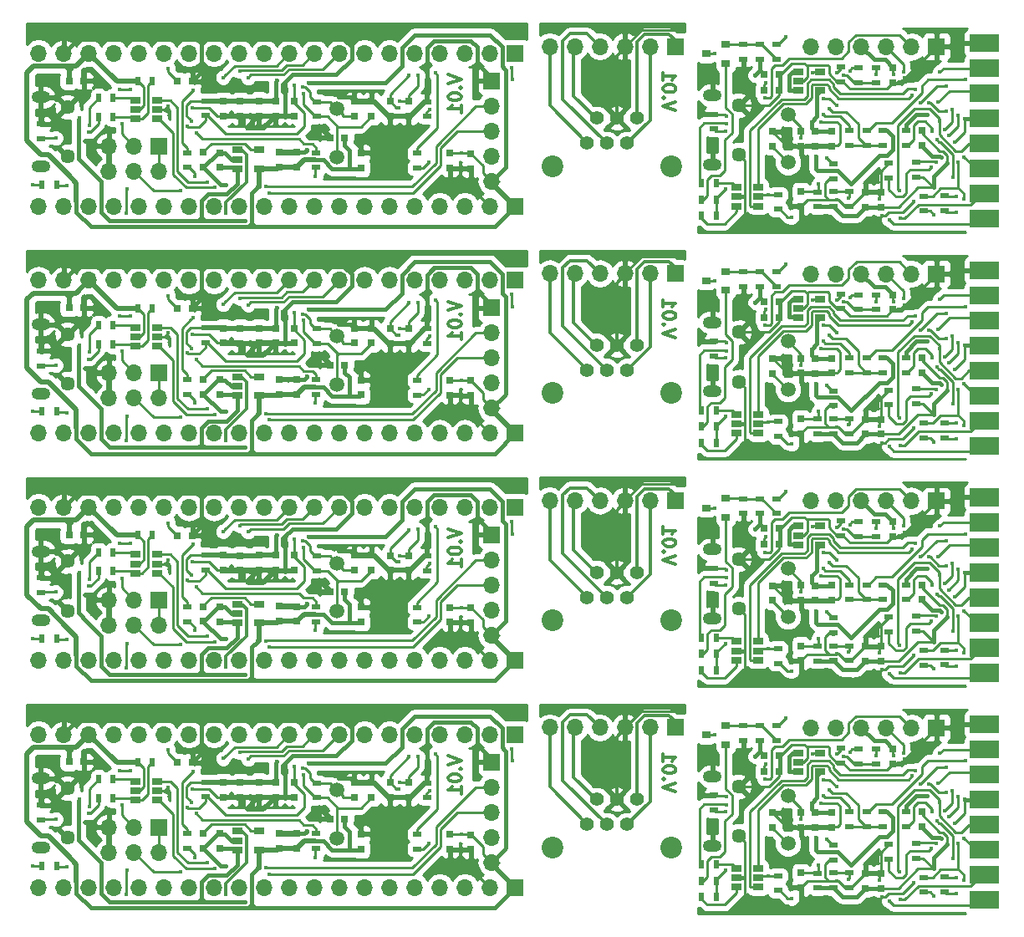
<source format=gbl>
%MOIN*%
%OFA0B0*%
%FSLAX46Y46*%
%IPPOS*%
%LPD*%
%ADD10C,0.0039370078740157488*%
%ADD11R,0.035433070866141732X0.01968503937007874*%
%ADD12C,0.057086614173228349*%
%ADD13O,0.074803149606299218X0.047244094488188976*%
%ADD14R,0.066929133858267723X0.066929133858267723*%
%ADD15O,0.066929133858267723X0.066929133858267723*%
%ADD16R,0.029527559055118113X0.031496062992125991*%
%ADD17R,0.041732283464566935X0.025590551181102365*%
%ADD18R,0.01968503937007874X0.035433070866141732*%
%ADD19R,0.035433070866141732X0.031496062992125991*%
%ADD20R,0.031496062992125991X0.029527559055118113*%
%ADD21C,0.059055118110236227*%
%ADD22C,0.017834645669291341*%
%ADD23C,0.017716535433070866*%
%ADD24C,0.00984251968503937*%
%ADD25C,0.015748031496062995*%
%ADD26C,0.01*%
%ADD37C,0.0039370078740157488*%
%ADD38R,0.035433070866141732X0.01968503937007874*%
%ADD39C,0.057086614173228349*%
%ADD40O,0.074803149606299218X0.047244094488188976*%
%ADD41R,0.066929133858267723X0.066929133858267723*%
%ADD42O,0.066929133858267723X0.066929133858267723*%
%ADD43R,0.029527559055118113X0.031496062992125991*%
%ADD44R,0.041732283464566935X0.025590551181102365*%
%ADD45R,0.01968503937007874X0.035433070866141732*%
%ADD46R,0.035433070866141732X0.031496062992125991*%
%ADD47R,0.031496062992125991X0.029527559055118113*%
%ADD48C,0.059055118110236227*%
%ADD49C,0.017834645669291341*%
%ADD50C,0.017716535433070866*%
%ADD51C,0.00984251968503937*%
%ADD52C,0.015748031496062995*%
%ADD53C,0.01*%
%ADD54C,0.0039370078740157488*%
%ADD55R,0.035433070866141732X0.01968503937007874*%
%ADD56C,0.057086614173228349*%
%ADD57O,0.074803149606299218X0.047244094488188976*%
%ADD58R,0.066929133858267723X0.066929133858267723*%
%ADD59O,0.066929133858267723X0.066929133858267723*%
%ADD60R,0.029527559055118113X0.031496062992125991*%
%ADD61R,0.041732283464566935X0.025590551181102365*%
%ADD62R,0.01968503937007874X0.035433070866141732*%
%ADD63R,0.035433070866141732X0.031496062992125991*%
%ADD64R,0.031496062992125991X0.029527559055118113*%
%ADD65C,0.059055118110236227*%
%ADD66C,0.017834645669291341*%
%ADD67C,0.017716535433070866*%
%ADD68C,0.00984251968503937*%
%ADD69C,0.015748031496062995*%
%ADD70C,0.01*%
%ADD71C,0.0039370078740157488*%
%ADD72C,0.012795275590551183*%
%ADD73R,0.066929133858267723X0.066929133858267723*%
%ADD74O,0.066929133858267723X0.066929133858267723*%
%ADD75R,0.029527559055118113X0.031496062992125991*%
%ADD76C,0.057086614173228349*%
%ADD77O,0.074803149606299218X0.047244094488188976*%
%ADD78R,0.035433070866141732X0.01968503937007874*%
%ADD79R,0.01968503937007874X0.035433070866141732*%
%ADD80R,0.041732283464566935X0.025590551181102365*%
%ADD81C,0.059055118110236227*%
%ADD82R,0.031496062992125991X0.029527559055118113*%
%ADD83C,0.017834645669291341*%
%ADD84C,0.015748031496062995*%
%ADD85C,0.00984251968503937*%
%ADD86C,0.01968503937007874*%
%ADD87C,0.011811023622047244*%
%ADD88C,0.01*%
%ADD89C,0.0039370078740157488*%
%ADD90C,0.012795275590551183*%
%ADD91R,0.066929133858267723X0.066929133858267723*%
%ADD92O,0.066929133858267723X0.066929133858267723*%
%ADD93R,0.029527559055118113X0.031496062992125991*%
%ADD94C,0.057086614173228349*%
%ADD95O,0.074803149606299218X0.047244094488188976*%
%ADD96R,0.035433070866141732X0.01968503937007874*%
%ADD97R,0.01968503937007874X0.035433070866141732*%
%ADD98R,0.041732283464566935X0.025590551181102365*%
%ADD99C,0.059055118110236227*%
%ADD100R,0.031496062992125991X0.029527559055118113*%
%ADD101C,0.017834645669291341*%
%ADD102C,0.015748031496062995*%
%ADD103C,0.00984251968503937*%
%ADD104C,0.01968503937007874*%
%ADD105C,0.011811023622047244*%
%ADD106C,0.01*%
%ADD107C,0.0039370078740157488*%
%ADD108C,0.012795275590551183*%
%ADD109R,0.066929133858267723X0.066929133858267723*%
%ADD110O,0.066929133858267723X0.066929133858267723*%
%ADD111R,0.029527559055118113X0.031496062992125991*%
%ADD112C,0.057086614173228349*%
%ADD113O,0.074803149606299218X0.047244094488188976*%
%ADD114R,0.035433070866141732X0.01968503937007874*%
%ADD115R,0.01968503937007874X0.035433070866141732*%
%ADD116R,0.041732283464566935X0.025590551181102365*%
%ADD117C,0.059055118110236227*%
%ADD118R,0.031496062992125991X0.029527559055118113*%
%ADD119C,0.017834645669291341*%
%ADD120C,0.015748031496062995*%
%ADD121C,0.00984251968503937*%
%ADD122C,0.01968503937007874*%
%ADD123C,0.011811023622047244*%
%ADD124C,0.01*%
%ADD125C,0.0039370078740157488*%
%ADD126C,0.012795275590551183*%
%ADD127R,0.066929133858267723X0.066929133858267723*%
%ADD128O,0.066929133858267723X0.066929133858267723*%
%ADD129R,0.029527559055118113X0.031496062992125991*%
%ADD130C,0.057086614173228349*%
%ADD131O,0.074803149606299218X0.047244094488188976*%
%ADD132R,0.035433070866141732X0.01968503937007874*%
%ADD133R,0.01968503937007874X0.035433070866141732*%
%ADD134R,0.041732283464566935X0.025590551181102365*%
%ADD135C,0.059055118110236227*%
%ADD136R,0.031496062992125991X0.029527559055118113*%
%ADD137C,0.017834645669291341*%
%ADD138C,0.015748031496062995*%
%ADD139C,0.00984251968503937*%
%ADD140C,0.01968503937007874*%
%ADD141C,0.011811023622047244*%
%ADD142C,0.01*%
%ADD143C,0.0039370078740157488*%
%ADD144R,0.035433070866141732X0.01968503937007874*%
%ADD145C,0.057086614173228349*%
%ADD146O,0.074803149606299218X0.047244094488188976*%
%ADD147R,0.066929133858267723X0.066929133858267723*%
%ADD148O,0.066929133858267723X0.066929133858267723*%
%ADD149R,0.029527559055118113X0.031496062992125991*%
%ADD150R,0.041732283464566935X0.025590551181102365*%
%ADD151R,0.01968503937007874X0.035433070866141732*%
%ADD152R,0.035433070866141732X0.031496062992125991*%
%ADD153R,0.031496062992125991X0.029527559055118113*%
%ADD154C,0.059055118110236227*%
%ADD155C,0.017834645669291341*%
%ADD156C,0.017716535433070866*%
%ADD157C,0.00984251968503937*%
%ADD158C,0.015748031496062995*%
%ADD159C,0.01*%
%ADD160C,0.0039370078740157488*%
%ADD161C,0.011811023622047244*%
%ADD162C,0.086614173228346469*%
%ADD163C,0.055118110236220472*%
%ADD164R,0.066929133858267723X0.066929133858267723*%
%ADD165O,0.066929133858267723X0.066929133858267723*%
%ADD166C,0.00984251968503937*%
%ADD167C,0.01*%
%ADD168C,0.0039370078740157488*%
%ADD169C,0.011811023622047244*%
%ADD170C,0.086614173228346469*%
%ADD171C,0.055118110236220472*%
%ADD172R,0.066929133858267723X0.066929133858267723*%
%ADD173O,0.066929133858267723X0.066929133858267723*%
%ADD174C,0.00984251968503937*%
%ADD175C,0.01*%
%ADD176C,0.0039370078740157488*%
%ADD177C,0.011811023622047244*%
%ADD178C,0.086614173228346469*%
%ADD179C,0.055118110236220472*%
%ADD180R,0.066929133858267723X0.066929133858267723*%
%ADD181O,0.066929133858267723X0.066929133858267723*%
%ADD182C,0.00984251968503937*%
%ADD183C,0.01*%
%ADD184C,0.0039370078740157488*%
%ADD185C,0.011811023622047244*%
%ADD186C,0.086614173228346469*%
%ADD187C,0.055118110236220472*%
%ADD188R,0.066929133858267723X0.066929133858267723*%
%ADD189O,0.066929133858267723X0.066929133858267723*%
%ADD190C,0.00984251968503937*%
%ADD191C,0.01*%
G01G01*
D10*
D11*
X0002677165Y0001811023D02*
X0003242716Y0001224803D03*
X0003242716Y0001165748D03*
X0003574803Y0001172834D03*
X0003574803Y0001231889D03*
X0003465354Y0001227559D03*
X0003465354Y0001168503D03*
D12*
X0002866937Y0001458661D03*
X0002866937Y0001261810D03*
D13*
X0002760637Y0001498031D03*
X0002760637Y0001222440D03*
D10*
G36*
X0003905511Y0001741338D02*
X0003905511Y0001670472D01*
X0003787401Y0001670472D01*
X0003787401Y0001741338D01*
X0003905511Y0001741338D01*
X0003905511Y0001741338D01*
G37*
G36*
X0003905511Y0001641338D02*
X0003905511Y0001570472D01*
X0003787401Y0001570472D01*
X0003787401Y0001641338D01*
X0003905511Y0001641338D01*
X0003905511Y0001641338D01*
G37*
G36*
X0003905511Y0001541338D02*
X0003905511Y0001470472D01*
X0003787401Y0001470472D01*
X0003787401Y0001541338D01*
X0003905511Y0001541338D01*
X0003905511Y0001541338D01*
G37*
G36*
X0003905511Y0001441338D02*
X0003905511Y0001370472D01*
X0003787401Y0001370472D01*
X0003787401Y0001441338D01*
X0003905511Y0001441338D01*
X0003905511Y0001441338D01*
G37*
G36*
X0003905511Y0001341338D02*
X0003905511Y0001270472D01*
X0003787401Y0001270472D01*
X0003787401Y0001341338D01*
X0003905511Y0001341338D01*
X0003905511Y0001341338D01*
G37*
G36*
X0003905511Y0001241338D02*
X0003905511Y0001170472D01*
X0003787401Y0001170472D01*
X0003787401Y0001241338D01*
X0003905511Y0001241338D01*
X0003905511Y0001241338D01*
G37*
G36*
X0003905511Y0001141338D02*
X0003905511Y0001070472D01*
X0003787401Y0001070472D01*
X0003787401Y0001141338D01*
X0003905511Y0001141338D01*
X0003905511Y0001141338D01*
G37*
G36*
X0003905511Y0001041338D02*
X0003905511Y0000970472D01*
X0003787401Y0000970472D01*
X0003787401Y0001041338D01*
X0003905511Y0001041338D01*
X0003905511Y0001041338D01*
G37*
D14*
X0003654937Y0001691826D03*
D15*
X0003554937Y0001691826D03*
X0003454937Y0001691826D03*
X0003354937Y0001691826D03*
X0003254937Y0001691826D03*
X0003154937Y0001691826D03*
D11*
X0003345275Y0001549212D03*
X0003345275Y0001608267D03*
X0003307937Y0001297637D03*
X0003307937Y0001356692D03*
D16*
X0003370866Y0001111417D03*
X0003370866Y0001052362D03*
X0003596937Y0001297637D03*
X0003596937Y0001356692D03*
X0003480314Y0001549212D03*
X0003480314Y0001608267D03*
X0003235937Y0001295299D03*
X0003235937Y0001354354D03*
D11*
X0003022440Y0001043307D03*
X0003022440Y0001102362D03*
X0003688224Y0001096608D03*
X0003688224Y0001037553D03*
X0003603291Y0001036338D03*
X0003603291Y0001095393D03*
D17*
X0002857086Y0001056299D03*
X0002857086Y0001093700D03*
X0002857086Y0001131102D03*
X0002943700Y0001131102D03*
X0002943700Y0001056299D03*
X0002943700Y0001093700D03*
D11*
X0003412992Y0001608267D03*
X0003412992Y0001549212D03*
X0003375937Y0001356692D03*
X0003375937Y0001297637D03*
X0003440937Y0001297637D03*
X0003440937Y0001356692D03*
X0003532677Y0001356692D03*
X0003532677Y0001297637D03*
X0003017173Y0001700259D03*
X0003017173Y0001641204D03*
X0003274409Y0001611023D03*
X0003274409Y0001551968D03*
X0002885173Y0001641204D03*
X0002885173Y0001700259D03*
X0002951173Y0001700259D03*
X0002951173Y0001641204D03*
X0002767937Y0001422881D03*
X0002767937Y0001363826D03*
D18*
X0002718133Y0001082708D03*
X0002777188Y0001082708D03*
X0002776244Y0001146708D03*
X0002717188Y0001146708D03*
X0002718133Y0001016708D03*
X0002777188Y0001016708D03*
D11*
X0003242716Y0001113763D03*
X0003242716Y0001054708D03*
X0003305716Y0001113763D03*
X0003305716Y0001054708D03*
X0003180716Y0001112763D03*
X0003180716Y0001053708D03*
D19*
X0002814960Y0001700787D03*
X0002814960Y0001625984D03*
X0002736220Y0001663385D03*
D16*
X0003168897Y0001294881D03*
X0003168897Y0001353937D03*
D20*
X0003027267Y0001581196D03*
X0002968212Y0001581196D03*
D16*
X0003114566Y0001354330D03*
X0003114566Y0001295275D03*
X0003001968Y0001294881D03*
X0003001968Y0001353937D03*
X0003114716Y0001054708D03*
X0003114716Y0001113763D03*
X0003434645Y0001111417D03*
X0003434645Y0001052362D03*
D21*
X0003062937Y0001229826D03*
X0003062937Y0001421952D03*
D20*
X0003027267Y0001518196D03*
X0002968212Y0001518196D03*
D17*
X0003105511Y0001516535D03*
X0003105511Y0001553937D03*
X0003105511Y0001591338D03*
X0003192125Y0001591338D03*
X0003192125Y0001516535D03*
D22*
X0003172834Y0001253149D03*
X0003697073Y0001227618D03*
D23*
X0003726906Y0001310371D03*
X0003644052Y0001130189D03*
X0003766535Y0001406299D03*
D22*
X0003482937Y0001581753D03*
X0002771653Y0001663385D03*
X0003321937Y0001017826D03*
X0003155937Y0001391826D03*
X0002984937Y0001101826D03*
X0003314937Y0001145826D03*
X0003065937Y0001518826D03*
X0002931889Y0001578346D03*
D23*
X0003645275Y0001020866D03*
D22*
X0003734937Y0001095826D03*
X0002812598Y0001123622D03*
D23*
X0003693522Y0001433510D03*
D22*
X0003623937Y0001467826D03*
D23*
X0003739649Y0001418007D03*
D22*
X0003656084Y0001319863D03*
X0003702342Y0001336876D03*
X0003668110Y0001590944D03*
X0003720078Y0001172834D03*
X0003765354Y0001251968D03*
D23*
X0003508867Y0001006693D03*
X0003465748Y0001001968D03*
X0003717522Y0001442393D03*
D22*
X0003694438Y0001533935D03*
X0003735433Y0001032677D03*
X0003762204Y0001085826D03*
X0003742125Y0001230708D03*
X0003688189Y0001361417D03*
D23*
X0003589711Y0001468052D03*
D22*
X0003570934Y0001522667D03*
X0003558538Y0001499637D03*
X0003055118Y0001730314D03*
X0003638582Y0001356299D03*
D23*
X0003227321Y0001445866D03*
X0003282937Y0001578544D03*
X0003202518Y0001422348D03*
X0003308937Y0001596172D03*
X0003303590Y0001088929D03*
D22*
X0003771616Y0001560447D03*
X0003413937Y0001581826D03*
X0003523873Y0001592460D03*
D23*
X0003508183Y0001116535D03*
D22*
X0003665748Y0001394094D03*
X0003660433Y0001470472D03*
D23*
X0003617883Y0001422656D03*
X0002968897Y0001486700D03*
D22*
X0003184645Y0001143307D03*
X0002891338Y0001006692D03*
X0003437795Y0001018110D03*
X0003563385Y0001075590D03*
X0003428740Y0001084901D03*
X0003672756Y0001250000D03*
X0003525550Y0001566566D03*
X0003193937Y0001392826D03*
D23*
X0003257937Y0001081283D03*
X0002817480Y0001416313D03*
X0003112598Y0001327756D03*
X0002975102Y0001549508D03*
X0003160827Y0001588088D03*
X0002816459Y0001384669D03*
D22*
X0002814960Y0001356299D03*
D23*
X0003256283Y0001456598D03*
D22*
X0003203244Y0001485905D03*
X0003257937Y0001586826D03*
X0003077937Y0001012826D03*
X0003634649Y0001212598D03*
X0003653543Y0001230708D03*
X0003216141Y0001248031D03*
D24*
X0003574803Y0001172834D02*
X0003601407Y0001172834D01*
X0003601407Y0001172834D02*
X0003644052Y0001130189D01*
D25*
X0003172834Y0001205905D02*
X0003172834Y0001253149D01*
X0003179527Y0001199212D02*
X0003172834Y0001205905D01*
X0003261551Y0001199212D02*
X0003179527Y0001199212D01*
X0003314937Y0001145826D02*
X0003261551Y0001199212D01*
D24*
X0003504085Y0001052362D02*
X0003434645Y0001052362D01*
X0003644052Y0001130189D02*
X0003581913Y0001130189D01*
X0003581913Y0001130189D02*
X0003504085Y0001052362D01*
X0003680500Y0001276043D02*
X0003697073Y0001259470D01*
D25*
X0003644052Y0001130189D02*
X0003644052Y0001174596D01*
X0003644052Y0001174596D02*
X0003697073Y0001227618D01*
D24*
X0003667251Y0001276043D02*
X0003680500Y0001276043D01*
X0003596937Y0001354330D02*
X0003596937Y0001346358D01*
X0003596937Y0001346358D02*
X0003667251Y0001276043D01*
X0003697073Y0001259470D02*
X0003697073Y0001227618D01*
X0003766535Y0001350000D02*
X0003726906Y0001310371D01*
X0003766535Y0001406299D02*
X0003766535Y0001350000D01*
D25*
X0003766929Y0001405905D02*
X0003766535Y0001406299D01*
X0003846456Y0001405905D02*
X0003766929Y0001405905D01*
X0003458078Y0001356881D02*
X0003480314Y0001334645D01*
X0003440937Y0001356881D02*
X0003458078Y0001356881D01*
X0003426984Y0001257874D02*
X0003314937Y0001145826D01*
X0003480314Y0001334645D02*
X0003480314Y0001281299D01*
X0003480314Y0001281299D02*
X0003456889Y0001257874D01*
X0003456889Y0001257874D02*
X0003426984Y0001257874D01*
X0003177559Y0001413449D02*
X0003155937Y0001391826D01*
X0003177559Y0001501969D02*
X0003177559Y0001413449D01*
X0003192125Y0001516535D02*
X0003177559Y0001501969D01*
X0003370866Y0001052362D02*
X0003434645Y0001052362D01*
X0003321937Y0001017826D02*
X0003336330Y0001017826D01*
X0003336330Y0001017826D02*
X0003370866Y0001052362D01*
X0003242716Y0001054708D02*
X0003279598Y0001017826D01*
X0003279598Y0001017826D02*
X0003321937Y0001017826D01*
X0003180716Y0001053708D02*
X0003241716Y0001053708D01*
X0003241716Y0001053708D02*
X0003242716Y0001054708D01*
X0003480314Y0001608267D02*
X0003480314Y0001609251D01*
X0003407000Y0001639763D02*
X0003354937Y0001691826D01*
X0003480314Y0001609251D02*
X0003449803Y0001639763D01*
X0003449803Y0001639763D02*
X0003407000Y0001639763D01*
X0003168897Y0001353937D02*
X0003235519Y0001353937D01*
X0003235519Y0001353937D02*
X0003235937Y0001354354D01*
X0003155937Y0001391826D02*
X0003155937Y0001366897D01*
X0003155937Y0001366897D02*
X0003168897Y0001353937D01*
D24*
X0003480314Y0001608267D02*
X0003480314Y0001582677D01*
X0003480314Y0001582677D02*
X0003481238Y0001581753D01*
X0003481238Y0001581753D02*
X0003482937Y0001581753D01*
X0002771653Y0001663385D02*
X0002736220Y0001663385D01*
X0002984937Y0001101826D02*
X0002951826Y0001101826D01*
X0002951826Y0001101826D02*
X0002943700Y0001093700D01*
X0003022440Y0001102362D02*
X0002985472Y0001102362D01*
X0002985472Y0001102362D02*
X0002984937Y0001101826D01*
D25*
X0002931889Y0001578346D02*
X0002951173Y0001597629D01*
X0002951173Y0001597629D02*
X0002951173Y0001598236D01*
X0002951173Y0001641204D02*
X0002951173Y0001598236D01*
X0002951173Y0001598236D02*
X0002968212Y0001581196D01*
X0003065937Y0001518826D02*
X0003065937Y0001576370D01*
X0003080905Y0001591338D02*
X0003105511Y0001591338D01*
X0003065937Y0001576370D02*
X0003080905Y0001591338D01*
X0003065937Y0001518826D02*
X0003103220Y0001518826D01*
X0003103220Y0001518826D02*
X0003105511Y0001516535D01*
X0003105511Y0001516535D02*
X0003093228Y0001516535D01*
X0003093228Y0001516535D02*
X0003092937Y0001516826D01*
X0003092937Y0001516826D02*
X0003085937Y0001516826D01*
D24*
X0003645275Y0001021913D02*
X0003645275Y0001020866D01*
X0003630850Y0001036338D02*
X0003645275Y0001021913D01*
X0003603291Y0001036338D02*
X0003630850Y0001036338D01*
X0003689006Y0001095826D02*
X0003688224Y0001096608D01*
X0003734937Y0001095826D02*
X0003689006Y0001095826D01*
X0003686106Y0001098726D02*
X0003688224Y0001096608D01*
X0002777188Y0001082708D02*
X0002777188Y0001088212D01*
X0002777188Y0001088212D02*
X0002812598Y0001123622D01*
X0002777188Y0001082708D02*
X0002777188Y0001016708D01*
X0003663845Y0001433510D02*
X0003693522Y0001433510D01*
X0003623937Y0001467826D02*
X0003629529Y0001467826D01*
X0003629529Y0001467826D02*
X0003663845Y0001433510D01*
X0003739649Y0001374183D02*
X0003739649Y0001418007D01*
X0003702342Y0001336876D02*
X0003739649Y0001374183D01*
X0003670652Y0001310946D02*
X0003665001Y0001310946D01*
X0003720078Y0001172834D02*
X0003720078Y0001261520D01*
X0003665001Y0001310946D02*
X0003656084Y0001319863D01*
X0003720078Y0001261520D02*
X0003670652Y0001310946D01*
X0003683070Y0001605905D02*
X0003668110Y0001590944D01*
X0003846456Y0001605905D02*
X0003683070Y0001605905D01*
X0003844437Y0001615173D02*
X0003838217Y0001615173D01*
X0003844007Y0001608354D02*
X0003846456Y0001605905D01*
X0003802559Y0001214763D02*
X0003765354Y0001251968D01*
X0003844488Y0001214763D02*
X0003802559Y0001214763D01*
X0003583291Y0001062007D02*
X0003527977Y0001006693D01*
X0003527977Y0001006693D02*
X0003508867Y0001006693D01*
X0003791732Y0001062007D02*
X0003583291Y0001062007D01*
X0003844488Y0001114763D02*
X0003791732Y0001062007D01*
X0003814763Y0000985039D02*
X0003482677Y0000985039D01*
X0003482677Y0000985039D02*
X0003465748Y0001001968D01*
X0003844488Y0001014763D02*
X0003814763Y0000985039D01*
X0002814960Y0001700787D02*
X0002884645Y0001700787D01*
X0002884645Y0001700787D02*
X0002885173Y0001700259D01*
X0002885173Y0001700259D02*
X0002951173Y0001700259D01*
X0002951173Y0001700259D02*
X0002958118Y0001700259D01*
X0002958118Y0001700259D02*
X0003017173Y0001641204D01*
X0002814960Y0001625984D02*
X0002814960Y0001449456D01*
X0002814960Y0001449456D02*
X0002839590Y0001424826D01*
X0002839590Y0001424826D02*
X0002839590Y0001348881D01*
X0002810835Y0001320126D02*
X0002810835Y0001196661D01*
X0002791393Y0001177220D02*
X0002756165Y0001177220D01*
X0002839590Y0001348881D02*
X0002810835Y0001320126D01*
X0002810835Y0001196661D02*
X0002791393Y0001177220D01*
X0002741141Y0001162196D02*
X0002741141Y0001099409D01*
X0002756165Y0001177220D02*
X0002741141Y0001162196D01*
X0002741141Y0001099409D02*
X0002724440Y0001082708D01*
X0002724440Y0001082708D02*
X0002718133Y0001082708D01*
X0003717522Y0001390750D02*
X0003717522Y0001442393D01*
X0003688189Y0001361417D02*
X0003717522Y0001390750D01*
X0003655594Y0001533935D02*
X0003694438Y0001533935D01*
X0003589711Y0001468052D02*
X0003655594Y0001533935D01*
X0003640378Y0001095393D02*
X0003672150Y0001127165D01*
X0003672150Y0001127165D02*
X0003742125Y0001127165D01*
X0003735433Y0001032677D02*
X0003693100Y0001032677D01*
X0003693100Y0001032677D02*
X0003688224Y0001037553D01*
X0003742125Y0001127165D02*
X0003762204Y0001107086D01*
X0003762204Y0001107086D02*
X0003762204Y0001085826D01*
X0003742125Y0001230708D02*
X0003742125Y0001127165D01*
X0003603291Y0001095393D02*
X0003640378Y0001095393D01*
X0003603685Y0001095000D02*
X0003603291Y0001095393D01*
X0002943700Y0001056299D02*
X0002912992Y0001056299D01*
X0003035662Y0001481992D02*
X0003127283Y0001481992D01*
X0003243897Y0001531889D02*
X0003269960Y0001505826D01*
X0003520937Y0001505826D02*
X0003539807Y0001524697D01*
X0003568904Y0001524697D02*
X0003570934Y0001522667D01*
X0002912992Y0001056299D02*
X0002910039Y0001059251D01*
X0003139173Y0001545331D02*
X0003153685Y0001559842D01*
X0002910039Y0001059251D02*
X0002910039Y0001356369D01*
X0002910039Y0001356369D02*
X0003035662Y0001481992D01*
X0003127283Y0001481992D02*
X0003139173Y0001493882D01*
X0003139173Y0001493882D02*
X0003139173Y0001545331D01*
X0003153685Y0001559842D02*
X0003225818Y0001559842D01*
X0003225818Y0001559842D02*
X0003243897Y0001541763D01*
X0003243897Y0001541763D02*
X0003243897Y0001531889D01*
X0003269960Y0001505826D02*
X0003520937Y0001505826D01*
X0003539807Y0001524697D02*
X0003568904Y0001524697D01*
X0002943700Y0001131102D02*
X0002943700Y0001364975D01*
X0002943700Y0001364975D02*
X0003043001Y0001464275D01*
X0003134622Y0001464275D02*
X0003156890Y0001486543D01*
X0003218479Y0001542125D02*
X0003226180Y0001534424D01*
X0003264905Y0001485826D02*
X0003544727Y0001485826D01*
X0003043001Y0001464275D02*
X0003134622Y0001464275D01*
X0003156890Y0001486543D02*
X0003156890Y0001537992D01*
X0003156890Y0001537992D02*
X0003161023Y0001542125D01*
X0003161023Y0001542125D02*
X0003218479Y0001542125D01*
X0003226180Y0001534424D02*
X0003226180Y0001524551D01*
X0003226180Y0001524551D02*
X0003264905Y0001485826D01*
X0003544727Y0001485826D02*
X0003558538Y0001499637D01*
X0003055102Y0001730314D02*
X0003055118Y0001730314D01*
X0003025047Y0001700259D02*
X0003055102Y0001730314D01*
X0003017173Y0001700259D02*
X0003025047Y0001700259D01*
X0003611110Y0001393700D02*
X0003638582Y0001366228D01*
X0003580185Y0001393700D02*
X0003611110Y0001393700D01*
X0003638582Y0001366228D02*
X0003638582Y0001356299D01*
X0003564173Y0001377688D02*
X0003580185Y0001393700D01*
X0003532937Y0001299299D02*
X0003540811Y0001299299D01*
X0003564173Y0001322661D02*
X0003564173Y0001377688D01*
X0003540811Y0001299299D02*
X0003564173Y0001322661D01*
X0003397220Y0001298015D02*
X0003374031Y0001298015D01*
X0003374031Y0001298015D02*
X0003343307Y0001328740D01*
X0003343307Y0001328740D02*
X0003343307Y0001384141D01*
X0003343307Y0001384141D02*
X0003295362Y0001432086D01*
X0003295362Y0001432086D02*
X0003241101Y0001432086D01*
X0003241101Y0001432086D02*
X0003227321Y0001445866D01*
X0003397220Y0001298015D02*
X0003397409Y0001297826D01*
X0003397409Y0001297826D02*
X0003440937Y0001297826D01*
X0003397220Y0001298015D02*
X0003308125Y0001298015D01*
X0003308125Y0001298015D02*
X0003307937Y0001297826D01*
X0003345275Y0001549212D02*
X0003325551Y0001549212D01*
X0003325551Y0001549212D02*
X0003296219Y0001578544D01*
X0003296219Y0001578544D02*
X0003282937Y0001578544D01*
X0003345275Y0001549212D02*
X0003412992Y0001549212D01*
X0003307937Y0001376566D02*
X0003307937Y0001356881D01*
X0003211376Y0001413490D02*
X0003271013Y0001413490D01*
X0003271013Y0001413490D02*
X0003307937Y0001376566D01*
X0003202518Y0001422348D02*
X0003211376Y0001413490D01*
X0003317716Y0001608267D02*
X0003308937Y0001599488D01*
X0003345275Y0001608267D02*
X0003317716Y0001608267D01*
X0003308937Y0001599488D02*
X0003308937Y0001596172D01*
X0003305716Y0001091054D02*
X0003303590Y0001088929D01*
X0003305716Y0001113763D02*
X0003305716Y0001091054D01*
X0003242716Y0001113763D02*
X0003305716Y0001113763D01*
X0003771616Y0001560447D02*
X0003621865Y0001560447D01*
X0003477590Y0001387826D02*
X0003414755Y0001387826D01*
X0003621865Y0001560447D02*
X0003597637Y0001536220D01*
X0003597637Y0001536220D02*
X0003597637Y0001507874D01*
X0003597637Y0001507874D02*
X0003477590Y0001387826D01*
X0003414755Y0001387826D02*
X0003383811Y0001356881D01*
X0003383811Y0001356881D02*
X0003375937Y0001356881D01*
X0003412992Y0001582771D02*
X0003413937Y0001581826D01*
X0003412992Y0001608267D02*
X0003412992Y0001582771D01*
X0003523873Y0001622890D02*
X0003523873Y0001592460D01*
X0003454937Y0001691826D02*
X0003523873Y0001622890D01*
X0003665748Y0001340907D02*
X0003665748Y0001394094D01*
X0003846456Y0001305905D02*
X0003783464Y0001305905D01*
X0003752658Y0001275099D02*
X0003731555Y0001275099D01*
X0003783464Y0001305905D02*
X0003752658Y0001275099D01*
X0003731555Y0001275099D02*
X0003665748Y0001340907D01*
X0003665748Y0001394094D02*
X0003666141Y0001394488D01*
X0003501574Y0001378541D02*
X0003501574Y0001122440D01*
X0003666141Y0001394488D02*
X0003666141Y0001405918D01*
X0003666141Y0001405918D02*
X0003627623Y0001444435D01*
X0003507480Y0001116535D02*
X0003508183Y0001116535D01*
X0003627623Y0001444435D02*
X0003567469Y0001444435D01*
X0003567469Y0001444435D02*
X0003501574Y0001378541D01*
X0003501574Y0001122440D02*
X0003507480Y0001116535D01*
X0003844437Y0001515173D02*
X0003843862Y0001515748D01*
X0003843862Y0001515748D02*
X0003706299Y0001515748D01*
X0003706299Y0001515748D02*
X0003661023Y0001470472D01*
X0003661023Y0001470472D02*
X0003660433Y0001470472D01*
D25*
X0003532937Y0001358354D02*
X0003532937Y0001380672D01*
X0003532937Y0001380672D02*
X0003574920Y0001422656D01*
X0003574920Y0001422656D02*
X0003617883Y0001422656D01*
D24*
X0002968897Y0001486700D02*
X0002990259Y0001486700D01*
X0003277141Y0001645566D02*
X0003304937Y0001673362D01*
X0003335196Y0001738086D02*
X0003335937Y0001738826D01*
X0002990259Y0001486700D02*
X0002996755Y0001493196D01*
X0003332732Y0001738086D02*
X0003335196Y0001738086D01*
X0002996755Y0001493196D02*
X0002996755Y0001604228D01*
X0003335937Y0001738826D02*
X0003507937Y0001738826D01*
X0002996755Y0001604228D02*
X0003011094Y0001618566D01*
X0003507937Y0001738826D02*
X0003554937Y0001691826D01*
X0003011094Y0001618566D02*
X0003041677Y0001618566D01*
X0003304937Y0001673362D02*
X0003304937Y0001710291D01*
X0003041677Y0001618566D02*
X0003068677Y0001645566D01*
X0003068677Y0001645566D02*
X0003277141Y0001645566D01*
X0003304937Y0001710291D02*
X0003332732Y0001738086D01*
X0003184645Y0001143307D02*
X0003184645Y0001116692D01*
X0003184645Y0001116692D02*
X0003180716Y0001112763D01*
X0003114716Y0001113763D02*
X0003179716Y0001113763D01*
X0003179716Y0001113763D02*
X0003180716Y0001112763D01*
X0002891338Y0001090157D02*
X0002891338Y0001006692D01*
X0002887795Y0001093700D02*
X0002891338Y0001090157D01*
X0003563385Y0001075590D02*
X0003520472Y0001032677D01*
X0003520472Y0001032677D02*
X0003464973Y0001032677D01*
X0003464973Y0001032677D02*
X0003450406Y0001018110D01*
X0003450406Y0001018110D02*
X0003437795Y0001018110D01*
X0003525550Y0001566566D02*
X0003529952Y0001566566D01*
X0003653937Y0001690551D02*
X0003653937Y0001692826D01*
X0003529952Y0001566566D02*
X0003653937Y0001690551D01*
X0003653937Y0001692826D02*
X0003654937Y0001691826D01*
X0003211811Y0001094078D02*
X0003211811Y0001148818D01*
X0003211811Y0001148818D02*
X0003228740Y0001165748D01*
X0003228740Y0001165748D02*
X0003242716Y0001165748D01*
X0003229527Y0001165748D02*
X0003242716Y0001165748D01*
X0003237007Y0001165748D02*
X0003229133Y0001165748D01*
X0003225590Y0001080299D02*
X0003248818Y0001080299D01*
X0003211811Y0001094078D02*
X0003225590Y0001080299D01*
X0003139322Y0001080299D02*
X0003248818Y0001080299D01*
X0003248818Y0001080299D02*
X0003256952Y0001080299D01*
X0003428740Y0001084901D02*
X0003428740Y0001105511D01*
X0003428740Y0001105511D02*
X0003434645Y0001111417D01*
X0003465354Y0001227559D02*
X0003465354Y0001226771D01*
X0003465354Y0001226771D02*
X0003434645Y0001196062D01*
X0003434645Y0001196062D02*
X0003434645Y0001111417D01*
D25*
X0003596937Y0001295275D02*
X0003636838Y0001255373D01*
X0003636838Y0001255373D02*
X0003667382Y0001255373D01*
X0003667382Y0001255373D02*
X0003672756Y0001250000D01*
D24*
X0002817480Y0001416313D02*
X0002811549Y0001422244D01*
X0002811549Y0001422244D02*
X0002768574Y0001422244D01*
X0002768574Y0001422244D02*
X0002767937Y0001422881D01*
X0002887795Y0001093700D02*
X0002890748Y0001096653D01*
X0002890748Y0001096653D02*
X0002890748Y0001239173D01*
X0002890748Y0001239173D02*
X0002868110Y0001261810D01*
X0002868110Y0001261810D02*
X0002866937Y0001261810D01*
D25*
X0002857086Y0001093700D02*
X0002887795Y0001093700D01*
D24*
X0003480314Y0001549212D02*
X0003508858Y0001549212D01*
X0003508858Y0001549212D02*
X0003525590Y0001565944D01*
X0003525590Y0001565944D02*
X0003525550Y0001565985D01*
X0003525550Y0001565985D02*
X0003525550Y0001566566D01*
D25*
X0003839535Y0001712826D02*
X0003846456Y0001705905D01*
D24*
X0003274409Y0001551968D02*
X0003281795Y0001551968D01*
X0003281795Y0001551968D02*
X0003308937Y0001524826D01*
X0003308937Y0001524826D02*
X0003455937Y0001524826D01*
X0003455937Y0001524826D02*
X0003480314Y0001549204D01*
X0003480314Y0001549204D02*
X0003480314Y0001549212D01*
X0002866937Y0001458661D02*
X0002867102Y0001458826D01*
X0002867102Y0001458826D02*
X0002987441Y0001458826D01*
X0002987441Y0001458826D02*
X0003027267Y0001498653D01*
X0003027267Y0001498653D02*
X0003027267Y0001518196D01*
X0003139173Y0001614370D02*
X0003143629Y0001618826D01*
X0003168897Y0001294881D02*
X0003172031Y0001298015D01*
X0003268937Y0001308716D02*
X0003268937Y0001380826D01*
X0003172031Y0001298015D02*
X0003259220Y0001298015D01*
X0003259220Y0001298015D02*
X0003259220Y0001299000D01*
X0003256937Y0001392826D02*
X0003193937Y0001392826D01*
X0003259220Y0001299000D02*
X0003268937Y0001308716D01*
X0003268937Y0001380826D02*
X0003256937Y0001392826D01*
X0003122723Y0001553937D02*
X0003139173Y0001570386D01*
X0003139173Y0001570386D02*
X0003139173Y0001614370D01*
X0003105511Y0001553937D02*
X0003122723Y0001553937D01*
X0003258747Y0001551968D02*
X0003225787Y0001584929D01*
X0003225787Y0001614370D02*
X0003221330Y0001618826D01*
X0003225787Y0001584929D02*
X0003225787Y0001614370D01*
X0003221330Y0001618826D02*
X0003143629Y0001618826D01*
X0003274409Y0001551968D02*
X0003258747Y0001551968D01*
X0003305716Y0001054708D02*
X0003291055Y0001054708D01*
X0003291055Y0001054708D02*
X0003264479Y0001081283D01*
X0003264479Y0001081283D02*
X0003257937Y0001081283D01*
X0003114716Y0001055692D02*
X0003139322Y0001080299D01*
X0003114716Y0001054708D02*
X0003114716Y0001055692D01*
X0003256952Y0001080299D02*
X0003257937Y0001081283D01*
X0003842551Y0001712826D02*
X0003844488Y0001714763D01*
X0003032811Y0001581196D02*
X0003027267Y0001581196D01*
X0003076441Y0001624826D02*
X0003032811Y0001581196D01*
X0003139173Y0001614370D02*
X0003128716Y0001624826D01*
X0003128716Y0001624826D02*
X0003076441Y0001624826D01*
X0003027267Y0001581196D02*
X0003027267Y0001518196D01*
X0003114566Y0001295275D02*
X0003059645Y0001295275D01*
X0003059645Y0001295275D02*
X0003001968Y0001352952D01*
X0003001968Y0001352952D02*
X0003001968Y0001353937D01*
X0003168897Y0001294881D02*
X0003114960Y0001294881D01*
X0003114960Y0001294881D02*
X0003114566Y0001295275D01*
X0003370866Y0001111417D02*
X0003434645Y0001111417D01*
X0003305716Y0001054708D02*
X0003314157Y0001054708D01*
X0003314157Y0001054708D02*
X0003370866Y0001111417D01*
X0003001968Y0001294881D02*
X0003001968Y0001290795D01*
X0003001968Y0001290795D02*
X0003062937Y0001229826D01*
X0003114566Y0001354330D02*
X0003114566Y0001370322D01*
X0003114566Y0001370322D02*
X0003062937Y0001421952D01*
X0003112598Y0001327756D02*
X0003112598Y0001352362D01*
X0003112598Y0001352362D02*
X0003114566Y0001354330D01*
X0002974918Y0001549508D02*
X0002975102Y0001549508D01*
X0002968212Y0001518196D02*
X0002968212Y0001542803D01*
X0002968212Y0001542803D02*
X0002974918Y0001549508D01*
X0003160827Y0001590748D02*
X0003160827Y0001588088D01*
X0003192125Y0001591338D02*
X0003161417Y0001591338D01*
X0003161417Y0001591338D02*
X0003160827Y0001590748D01*
X0002717188Y0001146708D02*
X0002717188Y0001154582D01*
X0002717188Y0001154582D02*
X0002709055Y0001162716D01*
X0002709055Y0001368110D02*
X0002728740Y0001387795D01*
X0002709055Y0001162716D02*
X0002709055Y0001368110D01*
X0002728740Y0001387795D02*
X0002813333Y0001387795D01*
X0002813333Y0001387795D02*
X0002816459Y0001384669D01*
X0002814960Y0001356299D02*
X0002775464Y0001356299D01*
X0002775464Y0001356299D02*
X0002767937Y0001363826D01*
X0002718133Y0001016708D02*
X0002718133Y0001008834D01*
X0002718133Y0001008834D02*
X0002740771Y0000986196D01*
X0002740771Y0000986196D02*
X0002809622Y0000986196D01*
X0002809622Y0000986196D02*
X0002857086Y0001033661D01*
X0002857086Y0001033661D02*
X0002857086Y0001056299D01*
X0002776244Y0001146708D02*
X0002841480Y0001146708D01*
X0002841480Y0001146708D02*
X0002857086Y0001131102D01*
X0003226976Y0001485905D02*
X0003256283Y0001456598D01*
X0003203244Y0001485905D02*
X0003226976Y0001485905D01*
X0003274409Y0001603299D02*
X0003257937Y0001586826D01*
X0003274409Y0001611023D02*
X0003274409Y0001603299D01*
X0003060795Y0001012826D02*
X0003077937Y0001012826D01*
X0003030314Y0001043307D02*
X0003060795Y0001012826D01*
X0003022440Y0001043307D02*
X0003030314Y0001043307D01*
X0003634649Y0001212598D02*
X0003624807Y0001202755D01*
X0003492929Y0001094488D02*
X0003465354Y0001122063D01*
X0003624807Y0001202755D02*
X0003549212Y0001202755D01*
X0003549212Y0001202755D02*
X0003533420Y0001186963D01*
X0003533420Y0001186963D02*
X0003533420Y0001106752D01*
X0003533420Y0001106752D02*
X0003521156Y0001094488D01*
X0003521156Y0001094488D02*
X0003492929Y0001094488D01*
X0003465354Y0001122063D02*
X0003465354Y0001168503D01*
X0003583523Y0001234311D02*
X0003649940Y0001234311D01*
X0003581102Y0001231889D02*
X0003583523Y0001234311D01*
X0003649940Y0001234311D02*
X0003653543Y0001230708D01*
X0003242716Y0001224803D02*
X0003239370Y0001224803D01*
X0003239370Y0001224803D02*
X0003216141Y0001248031D01*
X0003237007Y0001224803D02*
X0003237007Y0001227165D01*
X0003237007Y0001227165D02*
X0003216141Y0001248031D01*
D26*
G36*
X0003052043Y0001367434D02*
X0003073735Y0001367415D01*
X0003074313Y0001367654D01*
X0003074313Y0001338582D01*
X0003076056Y0001329318D01*
X0003078674Y0001325250D01*
X0003078609Y0001325184D01*
X0003074803Y0001315996D01*
X0003074803Y0001306525D01*
X0003081053Y0001300275D01*
X0003092190Y0001300275D01*
X0003093394Y0001299069D01*
X0003105834Y0001293903D01*
X0003119303Y0001293892D01*
X0003131752Y0001299035D01*
X0003132994Y0001300275D01*
X0003134990Y0001300275D01*
X0003135383Y0001299881D01*
X0003163897Y0001299881D01*
X0003163897Y0001300669D01*
X0003173897Y0001300669D01*
X0003173897Y0001299881D01*
X0003202411Y0001299881D01*
X0003202828Y0001300299D01*
X0003230937Y0001300299D01*
X0003230937Y0001301086D01*
X0003240937Y0001301086D01*
X0003240937Y0001300299D01*
X0003241724Y0001300299D01*
X0003241724Y0001290299D01*
X0003240937Y0001290299D01*
X0003240937Y0001289511D01*
X0003230937Y0001289511D01*
X0003230937Y0001290299D01*
X0003202423Y0001290299D01*
X0003202005Y0001289881D01*
X0003173897Y0001289881D01*
X0003173897Y0001289094D01*
X0003163897Y0001289094D01*
X0003163897Y0001289881D01*
X0003148474Y0001289881D01*
X0003148080Y0001290275D01*
X0003119566Y0001290275D01*
X0003119566Y0001260777D01*
X0003125816Y0001254527D01*
X0003134303Y0001254527D01*
X0003138920Y0001256439D01*
X0003138911Y0001246432D01*
X0003139960Y0001243893D01*
X0003139960Y0001205905D01*
X0003142463Y0001193325D01*
X0003148357Y0001184503D01*
X0003149589Y0001182660D01*
X0003156282Y0001175967D01*
X0003164112Y0001170734D01*
X0003155908Y0001162544D01*
X0003150734Y0001150083D01*
X0003150729Y0001144418D01*
X0003149928Y0001143902D01*
X0003147751Y0001147285D01*
X0003139397Y0001152993D01*
X0003129480Y0001155001D01*
X0003099952Y0001155001D01*
X0003090688Y0001153258D01*
X0003082179Y0001147783D01*
X0003076471Y0001139428D01*
X0003074462Y0001129511D01*
X0003074462Y0001098015D01*
X0003076206Y0001088751D01*
X0003078823Y0001084683D01*
X0003078758Y0001084618D01*
X0003074952Y0001075429D01*
X0003074952Y0001065958D01*
X0003081202Y0001059708D01*
X0003109716Y0001059708D01*
X0003109716Y0001060496D01*
X0003119716Y0001060496D01*
X0003119716Y0001059708D01*
X0003120503Y0001059708D01*
X0003120503Y0001049708D01*
X0003119716Y0001049708D01*
X0003119716Y0001020210D01*
X0003125966Y0001013960D01*
X0003134453Y0001013960D01*
X0003143641Y0001017766D01*
X0003149029Y0001023154D01*
X0003153083Y0001020384D01*
X0003163000Y0001018376D01*
X0003198433Y0001018376D01*
X0003207697Y0001020119D01*
X0003208808Y0001020834D01*
X0003217798Y0001020834D01*
X0003224999Y0001019376D01*
X0003231557Y0001019376D01*
X0003256352Y0000994581D01*
X0003267018Y0000987455D01*
X0003279598Y0000984952D01*
X0003312662Y0000984952D01*
X0003315160Y0000983915D01*
X0003328653Y0000983903D01*
X0003331193Y0000984952D01*
X0003336330Y0000984952D01*
X0003348911Y0000987455D01*
X0003359576Y0000994581D01*
X0003376119Y0001011124D01*
X0003385629Y0001011124D01*
X0003394894Y0001012867D01*
X0003402855Y0001017990D01*
X0003409964Y0001013132D01*
X0003419881Y0001011124D01*
X0003432888Y0001011124D01*
X0003431895Y0001008733D01*
X0003431883Y0000995263D01*
X0003437027Y0000982814D01*
X0003446543Y0000973281D01*
X0003456079Y0000969322D01*
X0003461520Y0000963881D01*
X0003471227Y0000957395D01*
X0003482677Y0000955118D01*
X0003767573Y0000955118D01*
X0003769130Y0000952699D01*
X0003770372Y0000951850D01*
X0002705118Y0000951850D01*
X0002705118Y0000974144D01*
X0002708291Y0000973502D01*
X0002711151Y0000973502D01*
X0002719614Y0000965039D01*
X0002729321Y0000958553D01*
X0002740771Y0000956275D01*
X0002809622Y0000956275D01*
X0002821072Y0000958553D01*
X0002830779Y0000965039D01*
X0002878244Y0001012503D01*
X0002882497Y0001018869D01*
X0002887217Y0001019757D01*
X0002895726Y0001025232D01*
X0002899154Y0001030250D01*
X0002901541Y0001028655D01*
X0002902848Y0001028395D01*
X0002904563Y0001025730D01*
X0002912917Y0001020022D01*
X0002922834Y0001018014D01*
X0002964566Y0001018014D01*
X0002973831Y0001019757D01*
X0002980951Y0001024339D01*
X0002980977Y0001024200D01*
X0002986453Y0001015691D01*
X0002994807Y0001009983D01*
X0003004724Y0001007974D01*
X0003023332Y0001007974D01*
X0003039637Y0000991669D01*
X0003049344Y0000985183D01*
X0003060795Y0000982905D01*
X0003061551Y0000982905D01*
X0003071160Y0000978915D01*
X0003084653Y0000978903D01*
X0003097124Y0000984056D01*
X0003106673Y0000993589D01*
X0003111848Y0001006050D01*
X0003111860Y0001019543D01*
X0003109716Y0001024731D01*
X0003109716Y0001049708D01*
X0003081202Y0001049708D01*
X0003078237Y0001046743D01*
X0003071220Y0001046749D01*
X0003069781Y0001046155D01*
X0003065647Y0001050289D01*
X0003065647Y0001053149D01*
X0003063904Y0001062414D01*
X0003058428Y0001070922D01*
X0003055680Y0001072800D01*
X0003057930Y0001074248D01*
X0003063639Y0001082602D01*
X0003065647Y0001092519D01*
X0003065647Y0001112204D01*
X0003063904Y0001121469D01*
X0003058428Y0001129977D01*
X0003050074Y0001135686D01*
X0003040157Y0001137694D01*
X0003004724Y0001137694D01*
X0002995459Y0001135951D01*
X0002993789Y0001134876D01*
X0002991713Y0001135738D01*
X0002990056Y0001135739D01*
X0002990056Y0001143897D01*
X0002988313Y0001153162D01*
X0002982838Y0001161670D01*
X0002974483Y0001167379D01*
X0002973622Y0001167553D01*
X0002973622Y0001258157D01*
X0002977287Y0001255652D01*
X0002987204Y0001253644D01*
X0002996804Y0001253644D01*
X0003008803Y0001241645D01*
X0003008418Y0001240720D01*
X0003008400Y0001219028D01*
X0003016683Y0001198979D01*
X0003032009Y0001183627D01*
X0003052043Y0001175308D01*
X0003073735Y0001175289D01*
X0003093784Y0001183573D01*
X0003109136Y0001198899D01*
X0003117455Y0001218932D01*
X0003117474Y0001240625D01*
X0003109270Y0001260480D01*
X0003109566Y0001260777D01*
X0003109566Y0001290275D01*
X0003081053Y0001290275D01*
X0003074803Y0001284025D01*
X0003074803Y0001283941D01*
X0003073830Y0001284344D01*
X0003052138Y0001284363D01*
X0003051131Y0001283947D01*
X0003042222Y0001292856D01*
X0003042222Y0001310629D01*
X0003040478Y0001319894D01*
X0003037861Y0001323962D01*
X0003037926Y0001324027D01*
X0003041732Y0001333216D01*
X0003041732Y0001342687D01*
X0003035482Y0001348937D01*
X0003006968Y0001348937D01*
X0003006968Y0001348149D01*
X0002996968Y0001348149D01*
X0002996968Y0001348937D01*
X0002996181Y0001348937D01*
X0002996181Y0001358936D01*
X0002996968Y0001358936D01*
X0002996968Y0001359724D01*
X0003006968Y0001359724D01*
X0003006968Y0001358936D01*
X0003035482Y0001358936D01*
X0003041732Y0001365187D01*
X0003041732Y0001371716D01*
X0003052043Y0001367434D01*
X0003052043Y0001367434D01*
G37*
X0003052043Y0001367434D02*
X0003073735Y0001367415D01*
X0003074313Y0001367654D01*
X0003074313Y0001338582D01*
X0003076056Y0001329318D01*
X0003078674Y0001325250D01*
X0003078609Y0001325184D01*
X0003074803Y0001315996D01*
X0003074803Y0001306525D01*
X0003081053Y0001300275D01*
X0003092190Y0001300275D01*
X0003093394Y0001299069D01*
X0003105834Y0001293903D01*
X0003119303Y0001293892D01*
X0003131752Y0001299035D01*
X0003132994Y0001300275D01*
X0003134990Y0001300275D01*
X0003135383Y0001299881D01*
X0003163897Y0001299881D01*
X0003163897Y0001300669D01*
X0003173897Y0001300669D01*
X0003173897Y0001299881D01*
X0003202411Y0001299881D01*
X0003202828Y0001300299D01*
X0003230937Y0001300299D01*
X0003230937Y0001301086D01*
X0003240937Y0001301086D01*
X0003240937Y0001300299D01*
X0003241724Y0001300299D01*
X0003241724Y0001290299D01*
X0003240937Y0001290299D01*
X0003240937Y0001289511D01*
X0003230937Y0001289511D01*
X0003230937Y0001290299D01*
X0003202423Y0001290299D01*
X0003202005Y0001289881D01*
X0003173897Y0001289881D01*
X0003173897Y0001289094D01*
X0003163897Y0001289094D01*
X0003163897Y0001289881D01*
X0003148474Y0001289881D01*
X0003148080Y0001290275D01*
X0003119566Y0001290275D01*
X0003119566Y0001260777D01*
X0003125816Y0001254527D01*
X0003134303Y0001254527D01*
X0003138920Y0001256439D01*
X0003138911Y0001246432D01*
X0003139960Y0001243893D01*
X0003139960Y0001205905D01*
X0003142463Y0001193325D01*
X0003148357Y0001184503D01*
X0003149589Y0001182660D01*
X0003156282Y0001175967D01*
X0003164112Y0001170734D01*
X0003155908Y0001162544D01*
X0003150734Y0001150083D01*
X0003150729Y0001144418D01*
X0003149928Y0001143902D01*
X0003147751Y0001147285D01*
X0003139397Y0001152993D01*
X0003129480Y0001155001D01*
X0003099952Y0001155001D01*
X0003090688Y0001153258D01*
X0003082179Y0001147783D01*
X0003076471Y0001139428D01*
X0003074462Y0001129511D01*
X0003074462Y0001098015D01*
X0003076206Y0001088751D01*
X0003078823Y0001084683D01*
X0003078758Y0001084618D01*
X0003074952Y0001075429D01*
X0003074952Y0001065958D01*
X0003081202Y0001059708D01*
X0003109716Y0001059708D01*
X0003109716Y0001060496D01*
X0003119716Y0001060496D01*
X0003119716Y0001059708D01*
X0003120503Y0001059708D01*
X0003120503Y0001049708D01*
X0003119716Y0001049708D01*
X0003119716Y0001020210D01*
X0003125966Y0001013960D01*
X0003134453Y0001013960D01*
X0003143641Y0001017766D01*
X0003149029Y0001023154D01*
X0003153083Y0001020384D01*
X0003163000Y0001018376D01*
X0003198433Y0001018376D01*
X0003207697Y0001020119D01*
X0003208808Y0001020834D01*
X0003217798Y0001020834D01*
X0003224999Y0001019376D01*
X0003231557Y0001019376D01*
X0003256352Y0000994581D01*
X0003267018Y0000987455D01*
X0003279598Y0000984952D01*
X0003312662Y0000984952D01*
X0003315160Y0000983915D01*
X0003328653Y0000983903D01*
X0003331193Y0000984952D01*
X0003336330Y0000984952D01*
X0003348911Y0000987455D01*
X0003359576Y0000994581D01*
X0003376119Y0001011124D01*
X0003385629Y0001011124D01*
X0003394894Y0001012867D01*
X0003402855Y0001017990D01*
X0003409964Y0001013132D01*
X0003419881Y0001011124D01*
X0003432888Y0001011124D01*
X0003431895Y0001008733D01*
X0003431883Y0000995263D01*
X0003437027Y0000982814D01*
X0003446543Y0000973281D01*
X0003456079Y0000969322D01*
X0003461520Y0000963881D01*
X0003471227Y0000957395D01*
X0003482677Y0000955118D01*
X0003767573Y0000955118D01*
X0003769130Y0000952699D01*
X0003770372Y0000951850D01*
X0002705118Y0000951850D01*
X0002705118Y0000974144D01*
X0002708291Y0000973502D01*
X0002711151Y0000973502D01*
X0002719614Y0000965039D01*
X0002729321Y0000958553D01*
X0002740771Y0000956275D01*
X0002809622Y0000956275D01*
X0002821072Y0000958553D01*
X0002830779Y0000965039D01*
X0002878244Y0001012503D01*
X0002882497Y0001018869D01*
X0002887217Y0001019757D01*
X0002895726Y0001025232D01*
X0002899154Y0001030250D01*
X0002901541Y0001028655D01*
X0002902848Y0001028395D01*
X0002904563Y0001025730D01*
X0002912917Y0001020022D01*
X0002922834Y0001018014D01*
X0002964566Y0001018014D01*
X0002973831Y0001019757D01*
X0002980951Y0001024339D01*
X0002980977Y0001024200D01*
X0002986453Y0001015691D01*
X0002994807Y0001009983D01*
X0003004724Y0001007974D01*
X0003023332Y0001007974D01*
X0003039637Y0000991669D01*
X0003049344Y0000985183D01*
X0003060795Y0000982905D01*
X0003061551Y0000982905D01*
X0003071160Y0000978915D01*
X0003084653Y0000978903D01*
X0003097124Y0000984056D01*
X0003106673Y0000993589D01*
X0003111848Y0001006050D01*
X0003111860Y0001019543D01*
X0003109716Y0001024731D01*
X0003109716Y0001049708D01*
X0003081202Y0001049708D01*
X0003078237Y0001046743D01*
X0003071220Y0001046749D01*
X0003069781Y0001046155D01*
X0003065647Y0001050289D01*
X0003065647Y0001053149D01*
X0003063904Y0001062414D01*
X0003058428Y0001070922D01*
X0003055680Y0001072800D01*
X0003057930Y0001074248D01*
X0003063639Y0001082602D01*
X0003065647Y0001092519D01*
X0003065647Y0001112204D01*
X0003063904Y0001121469D01*
X0003058428Y0001129977D01*
X0003050074Y0001135686D01*
X0003040157Y0001137694D01*
X0003004724Y0001137694D01*
X0002995459Y0001135951D01*
X0002993789Y0001134876D01*
X0002991713Y0001135738D01*
X0002990056Y0001135739D01*
X0002990056Y0001143897D01*
X0002988313Y0001153162D01*
X0002982838Y0001161670D01*
X0002974483Y0001167379D01*
X0002973622Y0001167553D01*
X0002973622Y0001258157D01*
X0002977287Y0001255652D01*
X0002987204Y0001253644D01*
X0002996804Y0001253644D01*
X0003008803Y0001241645D01*
X0003008418Y0001240720D01*
X0003008400Y0001219028D01*
X0003016683Y0001198979D01*
X0003032009Y0001183627D01*
X0003052043Y0001175308D01*
X0003073735Y0001175289D01*
X0003093784Y0001183573D01*
X0003109136Y0001198899D01*
X0003117455Y0001218932D01*
X0003117474Y0001240625D01*
X0003109270Y0001260480D01*
X0003109566Y0001260777D01*
X0003109566Y0001290275D01*
X0003081053Y0001290275D01*
X0003074803Y0001284025D01*
X0003074803Y0001283941D01*
X0003073830Y0001284344D01*
X0003052138Y0001284363D01*
X0003051131Y0001283947D01*
X0003042222Y0001292856D01*
X0003042222Y0001310629D01*
X0003040478Y0001319894D01*
X0003037861Y0001323962D01*
X0003037926Y0001324027D01*
X0003041732Y0001333216D01*
X0003041732Y0001342687D01*
X0003035482Y0001348937D01*
X0003006968Y0001348937D01*
X0003006968Y0001348149D01*
X0002996968Y0001348149D01*
X0002996968Y0001348937D01*
X0002996181Y0001348937D01*
X0002996181Y0001358936D01*
X0002996968Y0001358936D01*
X0002996968Y0001359724D01*
X0003006968Y0001359724D01*
X0003006968Y0001358936D01*
X0003035482Y0001358936D01*
X0003041732Y0001365187D01*
X0003041732Y0001371716D01*
X0003052043Y0001367434D01*
G36*
X0003311503Y0001050700D02*
X0003299929Y0001050700D01*
X0003299929Y0001055073D01*
X0003310296Y0001055064D01*
X0003311503Y0001055563D01*
X0003311503Y0001050700D01*
X0003311503Y0001050700D01*
G37*
X0003311503Y0001050700D02*
X0003299929Y0001050700D01*
X0003299929Y0001055073D01*
X0003310296Y0001055064D01*
X0003311503Y0001055563D01*
X0003311503Y0001050700D01*
G36*
X0003426443Y0001203555D02*
X0003432004Y0001197994D01*
X0003429864Y0001196617D01*
X0003424156Y0001188263D01*
X0003422148Y0001178346D01*
X0003422148Y0001158661D01*
X0003423370Y0001152165D01*
X0003414909Y0001152165D01*
X0003405720Y0001148359D01*
X0003402755Y0001145394D01*
X0003399791Y0001148359D01*
X0003390602Y0001152165D01*
X0003382116Y0001152165D01*
X0003375866Y0001145915D01*
X0003375866Y0001116417D01*
X0003429645Y0001116417D01*
X0003429645Y0001117204D01*
X0003436399Y0001117204D01*
X0003437710Y0001110613D01*
X0003440433Y0001106538D01*
X0003440433Y0001106417D01*
X0003439645Y0001106417D01*
X0003439645Y0001105629D01*
X0003429645Y0001105629D01*
X0003429645Y0001106417D01*
X0003375866Y0001106417D01*
X0003375866Y0001105629D01*
X0003365866Y0001105629D01*
X0003365866Y0001106417D01*
X0003365078Y0001106417D01*
X0003365078Y0001116417D01*
X0003365866Y0001116417D01*
X0003365866Y0001145915D01*
X0003363691Y0001148090D01*
X0003424309Y0001208708D01*
X0003426443Y0001203555D01*
X0003426443Y0001203555D01*
G37*
X0003426443Y0001203555D02*
X0003432004Y0001197994D01*
X0003429864Y0001196617D01*
X0003424156Y0001188263D01*
X0003422148Y0001178346D01*
X0003422148Y0001158661D01*
X0003423370Y0001152165D01*
X0003414909Y0001152165D01*
X0003405720Y0001148359D01*
X0003402755Y0001145394D01*
X0003399791Y0001148359D01*
X0003390602Y0001152165D01*
X0003382116Y0001152165D01*
X0003375866Y0001145915D01*
X0003375866Y0001116417D01*
X0003429645Y0001116417D01*
X0003429645Y0001117204D01*
X0003436399Y0001117204D01*
X0003437710Y0001110613D01*
X0003440433Y0001106538D01*
X0003440433Y0001106417D01*
X0003439645Y0001106417D01*
X0003439645Y0001105629D01*
X0003429645Y0001105629D01*
X0003429645Y0001106417D01*
X0003375866Y0001106417D01*
X0003375866Y0001105629D01*
X0003365866Y0001105629D01*
X0003365866Y0001106417D01*
X0003365078Y0001106417D01*
X0003365078Y0001116417D01*
X0003365866Y0001116417D01*
X0003365866Y0001145915D01*
X0003363691Y0001148090D01*
X0003424309Y0001208708D01*
X0003426443Y0001203555D01*
G36*
X0003248503Y0001165768D02*
X0003248503Y0001160826D01*
X0003247716Y0001160826D01*
X0003247716Y0001159960D01*
X0003237716Y0001159960D01*
X0003237716Y0001160826D01*
X0003236929Y0001160826D01*
X0003236929Y0001166338D01*
X0003247934Y0001166338D01*
X0003248503Y0001165768D01*
X0003248503Y0001165768D01*
G37*
X0003248503Y0001165768D02*
X0003248503Y0001160826D01*
X0003247716Y0001160826D01*
X0003247716Y0001159960D01*
X0003237716Y0001159960D01*
X0003237716Y0001160826D01*
X0003236929Y0001160826D01*
X0003236929Y0001166338D01*
X0003247934Y0001166338D01*
X0003248503Y0001165768D01*
G36*
X0002740303Y0001330502D02*
X0002750220Y0001328494D01*
X0002764824Y0001328494D01*
X0002775464Y0001326377D01*
X0002782157Y0001326377D01*
X0002780913Y0001320126D01*
X0002780913Y0001270602D01*
X0002779417Y0001271062D01*
X0002765637Y0001271062D01*
X0002765637Y0001227440D01*
X0002766425Y0001227440D01*
X0002766425Y0001217440D01*
X0002765637Y0001217440D01*
X0002765637Y0001216653D01*
X0002755637Y0001216653D01*
X0002755637Y0001217440D01*
X0002754850Y0001217440D01*
X0002754850Y0001227440D01*
X0002755637Y0001227440D01*
X0002755637Y0001271062D01*
X0002741858Y0001271062D01*
X0002738976Y0001270175D01*
X0002738976Y0001331409D01*
X0002740303Y0001330502D01*
X0002740303Y0001330502D01*
G37*
X0002740303Y0001330502D02*
X0002750220Y0001328494D01*
X0002764824Y0001328494D01*
X0002775464Y0001326377D01*
X0002782157Y0001326377D01*
X0002780913Y0001320126D01*
X0002780913Y0001270602D01*
X0002779417Y0001271062D01*
X0002765637Y0001271062D01*
X0002765637Y0001227440D01*
X0002766425Y0001227440D01*
X0002766425Y0001217440D01*
X0002765637Y0001217440D01*
X0002765637Y0001216653D01*
X0002755637Y0001216653D01*
X0002755637Y0001217440D01*
X0002754850Y0001217440D01*
X0002754850Y0001227440D01*
X0002755637Y0001227440D01*
X0002755637Y0001271062D01*
X0002741858Y0001271062D01*
X0002738976Y0001270175D01*
X0002738976Y0001331409D01*
X0002740303Y0001330502D01*
G36*
X0002874564Y0001262367D02*
X0002874008Y0001261810D01*
X0002874564Y0001261254D01*
X0002867493Y0001254183D01*
X0002866937Y0001254739D01*
X0002866380Y0001254183D01*
X0002859309Y0001261254D01*
X0002859865Y0001261810D01*
X0002859309Y0001262367D01*
X0002866380Y0001269438D01*
X0002866937Y0001268882D01*
X0002867493Y0001269438D01*
X0002874564Y0001262367D01*
X0002874564Y0001262367D01*
G37*
X0002874564Y0001262367D02*
X0002874008Y0001261810D01*
X0002874564Y0001261254D01*
X0002867493Y0001254183D01*
X0002866937Y0001254739D01*
X0002866380Y0001254183D01*
X0002859309Y0001261254D01*
X0002859865Y0001261810D01*
X0002859309Y0001262367D01*
X0002866380Y0001269438D01*
X0002866937Y0001268882D01*
X0002867493Y0001269438D01*
X0002874564Y0001262367D01*
G36*
X0003602724Y0001298255D02*
X0003602724Y0001292637D01*
X0003601937Y0001292637D01*
X0003601937Y0001291850D01*
X0003591936Y0001291850D01*
X0003591936Y0001292637D01*
X0003591149Y0001292637D01*
X0003591149Y0001302637D01*
X0003591936Y0001302637D01*
X0003591936Y0001303425D01*
X0003597554Y0001303425D01*
X0003602724Y0001298255D01*
X0003602724Y0001298255D01*
G37*
X0003602724Y0001298255D02*
X0003602724Y0001292637D01*
X0003601937Y0001292637D01*
X0003601937Y0001291850D01*
X0003591936Y0001291850D01*
X0003591936Y0001292637D01*
X0003591149Y0001292637D01*
X0003591149Y0001302637D01*
X0003591936Y0001302637D01*
X0003591936Y0001303425D01*
X0003597554Y0001303425D01*
X0003602724Y0001298255D01*
G36*
X0002890173Y0001646125D02*
X0002890960Y0001646125D01*
X0002890960Y0001636283D01*
X0002890173Y0001636283D01*
X0002890173Y0001612612D01*
X0002896423Y0001606362D01*
X0002907862Y0001606362D01*
X0002917051Y0001610168D01*
X0002918299Y0001611416D01*
X0002918299Y0001611246D01*
X0002915202Y0001608149D01*
X0002912702Y0001607116D01*
X0002903152Y0001597584D01*
X0002897978Y0001585122D01*
X0002897966Y0001571629D01*
X0002903119Y0001559158D01*
X0002912652Y0001549609D01*
X0002925113Y0001544435D01*
X0002930044Y0001544430D01*
X0002928983Y0001542877D01*
X0002926974Y0001532960D01*
X0002926974Y0001503433D01*
X0002928718Y0001494168D01*
X0002934193Y0001485659D01*
X0002935037Y0001485082D01*
X0002935033Y0001479995D01*
X0002940177Y0001467546D01*
X0002949693Y0001458013D01*
X0002962133Y0001452847D01*
X0002964201Y0001452846D01*
X0002888881Y0001377526D01*
X0002882395Y0001367819D01*
X0002880118Y0001356369D01*
X0002880118Y0001313944D01*
X0002874765Y0001315839D01*
X0002853494Y0001314722D01*
X0002843681Y0001310657D01*
X0002860748Y0001327724D01*
X0002867234Y0001337431D01*
X0002869511Y0001348881D01*
X0002869511Y0001405179D01*
X0002880379Y0001405750D01*
X0002894845Y0001411742D01*
X0002897401Y0001421126D01*
X0002866937Y0001451590D01*
X0002866380Y0001451033D01*
X0002859309Y0001458104D01*
X0002859865Y0001458661D01*
X0002874008Y0001458661D01*
X0002904472Y0001428197D01*
X0002913856Y0001430752D01*
X0002920965Y0001450832D01*
X0002919848Y0001472104D01*
X0002913856Y0001486569D01*
X0002904472Y0001489125D01*
X0002874008Y0001458661D01*
X0002859865Y0001458661D01*
X0002859309Y0001459218D01*
X0002866380Y0001466289D01*
X0002866937Y0001465732D01*
X0002897401Y0001496196D01*
X0002894845Y0001505580D01*
X0002874765Y0001512689D01*
X0002853494Y0001511572D01*
X0002844881Y0001508005D01*
X0002844881Y0001588381D01*
X0002850450Y0001591964D01*
X0002856158Y0001600319D01*
X0002857777Y0001608311D01*
X0002862483Y0001606362D01*
X0002873923Y0001606362D01*
X0002880173Y0001612612D01*
X0002880173Y0001636283D01*
X0002879385Y0001636283D01*
X0002879385Y0001646125D01*
X0002880173Y0001646125D01*
X0002880173Y0001646992D01*
X0002890173Y0001646992D01*
X0002890173Y0001646125D01*
X0002890173Y0001646125D01*
G37*
X0002890173Y0001646125D02*
X0002890960Y0001646125D01*
X0002890960Y0001636283D01*
X0002890173Y0001636283D01*
X0002890173Y0001612612D01*
X0002896423Y0001606362D01*
X0002907862Y0001606362D01*
X0002917051Y0001610168D01*
X0002918299Y0001611416D01*
X0002918299Y0001611246D01*
X0002915202Y0001608149D01*
X0002912702Y0001607116D01*
X0002903152Y0001597584D01*
X0002897978Y0001585122D01*
X0002897966Y0001571629D01*
X0002903119Y0001559158D01*
X0002912652Y0001549609D01*
X0002925113Y0001544435D01*
X0002930044Y0001544430D01*
X0002928983Y0001542877D01*
X0002926974Y0001532960D01*
X0002926974Y0001503433D01*
X0002928718Y0001494168D01*
X0002934193Y0001485659D01*
X0002935037Y0001485082D01*
X0002935033Y0001479995D01*
X0002940177Y0001467546D01*
X0002949693Y0001458013D01*
X0002962133Y0001452847D01*
X0002964201Y0001452846D01*
X0002888881Y0001377526D01*
X0002882395Y0001367819D01*
X0002880118Y0001356369D01*
X0002880118Y0001313944D01*
X0002874765Y0001315839D01*
X0002853494Y0001314722D01*
X0002843681Y0001310657D01*
X0002860748Y0001327724D01*
X0002867234Y0001337431D01*
X0002869511Y0001348881D01*
X0002869511Y0001405179D01*
X0002880379Y0001405750D01*
X0002894845Y0001411742D01*
X0002897401Y0001421126D01*
X0002866937Y0001451590D01*
X0002866380Y0001451033D01*
X0002859309Y0001458104D01*
X0002859865Y0001458661D01*
X0002874008Y0001458661D01*
X0002904472Y0001428197D01*
X0002913856Y0001430752D01*
X0002920965Y0001450832D01*
X0002919848Y0001472104D01*
X0002913856Y0001486569D01*
X0002904472Y0001489125D01*
X0002874008Y0001458661D01*
X0002859865Y0001458661D01*
X0002859309Y0001459218D01*
X0002866380Y0001466289D01*
X0002866937Y0001465732D01*
X0002897401Y0001496196D01*
X0002894845Y0001505580D01*
X0002874765Y0001512689D01*
X0002853494Y0001511572D01*
X0002844881Y0001508005D01*
X0002844881Y0001588381D01*
X0002850450Y0001591964D01*
X0002856158Y0001600319D01*
X0002857777Y0001608311D01*
X0002862483Y0001606362D01*
X0002873923Y0001606362D01*
X0002880173Y0001612612D01*
X0002880173Y0001636283D01*
X0002879385Y0001636283D01*
X0002879385Y0001646125D01*
X0002880173Y0001646125D01*
X0002880173Y0001646992D01*
X0002890173Y0001646992D01*
X0002890173Y0001646125D01*
G36*
X0002708941Y0001467186D02*
X0002723632Y0001455024D01*
X0002733977Y0001451837D01*
X0002729026Y0001446885D01*
X0002725220Y0001437697D01*
X0002725220Y0001434053D01*
X0002731470Y0001427803D01*
X0002762937Y0001427803D01*
X0002762937Y0001428669D01*
X0002772937Y0001428669D01*
X0002772937Y0001427803D01*
X0002773724Y0001427803D01*
X0002773724Y0001417960D01*
X0002772937Y0001417960D01*
X0002772937Y0001417716D01*
X0002762937Y0001417716D01*
X0002762937Y0001417960D01*
X0002731470Y0001417960D01*
X0002731226Y0001417716D01*
X0002728740Y0001417716D01*
X0002717289Y0001415438D01*
X0002707582Y0001408952D01*
X0002705118Y0001406488D01*
X0002705118Y0001474414D01*
X0002708941Y0001467186D01*
X0002708941Y0001467186D01*
G37*
X0002708941Y0001467186D02*
X0002723632Y0001455024D01*
X0002733977Y0001451837D01*
X0002729026Y0001446885D01*
X0002725220Y0001437697D01*
X0002725220Y0001434053D01*
X0002731470Y0001427803D01*
X0002762937Y0001427803D01*
X0002762937Y0001428669D01*
X0002772937Y0001428669D01*
X0002772937Y0001427803D01*
X0002773724Y0001427803D01*
X0002773724Y0001417960D01*
X0002772937Y0001417960D01*
X0002772937Y0001417716D01*
X0002762937Y0001417716D01*
X0002762937Y0001417960D01*
X0002731470Y0001417960D01*
X0002731226Y0001417716D01*
X0002728740Y0001417716D01*
X0002717289Y0001415438D01*
X0002707582Y0001408952D01*
X0002705118Y0001406488D01*
X0002705118Y0001474414D01*
X0002708941Y0001467186D01*
G36*
X0002771754Y0001610236D02*
X0002773497Y0001600971D01*
X0002778972Y0001592462D01*
X0002785039Y0001588317D01*
X0002785039Y0001544921D01*
X0002779417Y0001546653D01*
X0002765637Y0001546653D01*
X0002765637Y0001503031D01*
X0002766425Y0001503031D01*
X0002766425Y0001493031D01*
X0002765637Y0001493031D01*
X0002765637Y0001492244D01*
X0002755637Y0001492244D01*
X0002755637Y0001493031D01*
X0002754850Y0001493031D01*
X0002754850Y0001503031D01*
X0002755637Y0001503031D01*
X0002755637Y0001546653D01*
X0002741858Y0001546653D01*
X0002723632Y0001541038D01*
X0002708941Y0001528876D01*
X0002705118Y0001521648D01*
X0002705118Y0001626526D01*
X0002708587Y0001624156D01*
X0002718503Y0001622148D01*
X0002753937Y0001622148D01*
X0002763201Y0001623891D01*
X0002771710Y0001629366D01*
X0002771754Y0001629431D01*
X0002771754Y0001610236D01*
X0002771754Y0001610236D01*
G37*
X0002771754Y0001610236D02*
X0002773497Y0001600971D01*
X0002778972Y0001592462D01*
X0002785039Y0001588317D01*
X0002785039Y0001544921D01*
X0002779417Y0001546653D01*
X0002765637Y0001546653D01*
X0002765637Y0001503031D01*
X0002766425Y0001503031D01*
X0002766425Y0001493031D01*
X0002765637Y0001493031D01*
X0002765637Y0001492244D01*
X0002755637Y0001492244D01*
X0002755637Y0001493031D01*
X0002754850Y0001493031D01*
X0002754850Y0001503031D01*
X0002755637Y0001503031D01*
X0002755637Y0001546653D01*
X0002741858Y0001546653D01*
X0002723632Y0001541038D01*
X0002708941Y0001528876D01*
X0002705118Y0001521648D01*
X0002705118Y0001626526D01*
X0002708587Y0001624156D01*
X0002718503Y0001622148D01*
X0002753937Y0001622148D01*
X0002763201Y0001623891D01*
X0002771710Y0001629366D01*
X0002771754Y0001629431D01*
X0002771754Y0001610236D01*
G36*
X0003032267Y0001586196D02*
X0003033055Y0001586196D01*
X0003033055Y0001576196D01*
X0003032267Y0001576196D01*
X0003032267Y0001526186D01*
X0003032025Y0001525602D01*
X0003032014Y0001512409D01*
X0003026677Y0001512409D01*
X0003026677Y0001586984D01*
X0003032267Y0001586984D01*
X0003032267Y0001586196D01*
X0003032267Y0001586196D01*
G37*
X0003032267Y0001586196D02*
X0003033055Y0001586196D01*
X0003033055Y0001576196D01*
X0003032267Y0001576196D01*
X0003032267Y0001526186D01*
X0003032025Y0001525602D01*
X0003032014Y0001512409D01*
X0003026677Y0001512409D01*
X0003026677Y0001586984D01*
X0003032267Y0001586984D01*
X0003032267Y0001586196D01*
G36*
X0003769628Y0001759609D02*
X0003763920Y0001751255D01*
X0003761911Y0001741338D01*
X0003761911Y0001710905D01*
X0003841456Y0001710905D01*
X0003841456Y0001711692D01*
X0003851456Y0001711692D01*
X0003851456Y0001710905D01*
X0003852244Y0001710905D01*
X0003852244Y0001700905D01*
X0003851456Y0001700905D01*
X0003851456Y0001700118D01*
X0003841456Y0001700118D01*
X0003841456Y0001700905D01*
X0003761911Y0001700905D01*
X0003761911Y0001670472D01*
X0003763655Y0001661207D01*
X0003767081Y0001655882D01*
X0003763920Y0001651255D01*
X0003761911Y0001641338D01*
X0003761911Y0001635826D01*
X0003699324Y0001635826D01*
X0003702562Y0001637168D01*
X0003709595Y0001644200D01*
X0003713401Y0001653389D01*
X0003713401Y0001680576D01*
X0003707151Y0001686826D01*
X0003659937Y0001686826D01*
X0003659937Y0001639612D01*
X0003666187Y0001633362D01*
X0003671340Y0001633362D01*
X0003661913Y0001627063D01*
X0003658539Y0001623688D01*
X0003648922Y0001619715D01*
X0003639373Y0001610182D01*
X0003634198Y0001597721D01*
X0003634192Y0001590369D01*
X0003621865Y0001590369D01*
X0003610414Y0001588091D01*
X0003600707Y0001581605D01*
X0003576480Y0001557377D01*
X0003575947Y0001556580D01*
X0003564217Y0001556590D01*
X0003559445Y0001554618D01*
X0003539807Y0001554618D01*
X0003528357Y0001552341D01*
X0003518650Y0001545855D01*
X0003515418Y0001542623D01*
X0003513828Y0001544212D01*
X0003485314Y0001544212D01*
X0003485314Y0001543425D01*
X0003475314Y0001543425D01*
X0003475314Y0001544212D01*
X0003474527Y0001544212D01*
X0003474527Y0001548520D01*
X0003476160Y0001547842D01*
X0003489653Y0001547830D01*
X0003502124Y0001552982D01*
X0003503356Y0001554212D01*
X0003513828Y0001554212D01*
X0003518164Y0001558547D01*
X0003530590Y0001558537D01*
X0003543061Y0001563689D01*
X0003552610Y0001573222D01*
X0003557785Y0001585684D01*
X0003557796Y0001599177D01*
X0003553794Y0001608862D01*
X0003553794Y0001622890D01*
X0003552940Y0001627183D01*
X0003551816Y0001632837D01*
X0003554937Y0001632216D01*
X0003577310Y0001636667D01*
X0003596277Y0001649340D01*
X0003597433Y0001651069D01*
X0003600278Y0001644200D01*
X0003607311Y0001637168D01*
X0003616499Y0001633362D01*
X0003643687Y0001633362D01*
X0003649937Y0001639612D01*
X0003649937Y0001686826D01*
X0003649149Y0001686826D01*
X0003649149Y0001696826D01*
X0003649937Y0001696826D01*
X0003649937Y0001744041D01*
X0003659937Y0001744041D01*
X0003659937Y0001696826D01*
X0003707151Y0001696826D01*
X0003713401Y0001703076D01*
X0003713401Y0001730264D01*
X0003709595Y0001739452D01*
X0003702562Y0001746485D01*
X0003693374Y0001750291D01*
X0003666187Y0001750291D01*
X0003659937Y0001744041D01*
X0003649937Y0001744041D01*
X0003643687Y0001750291D01*
X0003616499Y0001750291D01*
X0003607311Y0001746485D01*
X0003600278Y0001739452D01*
X0003597433Y0001732583D01*
X0003596277Y0001734312D01*
X0003577310Y0001746986D01*
X0003554937Y0001751436D01*
X0003540511Y0001748567D01*
X0003529094Y0001759984D01*
X0003522059Y0001764685D01*
X0003777515Y0001764685D01*
X0003769628Y0001759609D01*
X0003769628Y0001759609D01*
G37*
X0003769628Y0001759609D02*
X0003763920Y0001751255D01*
X0003761911Y0001741338D01*
X0003761911Y0001710905D01*
X0003841456Y0001710905D01*
X0003841456Y0001711692D01*
X0003851456Y0001711692D01*
X0003851456Y0001710905D01*
X0003852244Y0001710905D01*
X0003852244Y0001700905D01*
X0003851456Y0001700905D01*
X0003851456Y0001700118D01*
X0003841456Y0001700118D01*
X0003841456Y0001700905D01*
X0003761911Y0001700905D01*
X0003761911Y0001670472D01*
X0003763655Y0001661207D01*
X0003767081Y0001655882D01*
X0003763920Y0001651255D01*
X0003761911Y0001641338D01*
X0003761911Y0001635826D01*
X0003699324Y0001635826D01*
X0003702562Y0001637168D01*
X0003709595Y0001644200D01*
X0003713401Y0001653389D01*
X0003713401Y0001680576D01*
X0003707151Y0001686826D01*
X0003659937Y0001686826D01*
X0003659937Y0001639612D01*
X0003666187Y0001633362D01*
X0003671340Y0001633362D01*
X0003661913Y0001627063D01*
X0003658539Y0001623688D01*
X0003648922Y0001619715D01*
X0003639373Y0001610182D01*
X0003634198Y0001597721D01*
X0003634192Y0001590369D01*
X0003621865Y0001590369D01*
X0003610414Y0001588091D01*
X0003600707Y0001581605D01*
X0003576480Y0001557377D01*
X0003575947Y0001556580D01*
X0003564217Y0001556590D01*
X0003559445Y0001554618D01*
X0003539807Y0001554618D01*
X0003528357Y0001552341D01*
X0003518650Y0001545855D01*
X0003515418Y0001542623D01*
X0003513828Y0001544212D01*
X0003485314Y0001544212D01*
X0003485314Y0001543425D01*
X0003475314Y0001543425D01*
X0003475314Y0001544212D01*
X0003474527Y0001544212D01*
X0003474527Y0001548520D01*
X0003476160Y0001547842D01*
X0003489653Y0001547830D01*
X0003502124Y0001552982D01*
X0003503356Y0001554212D01*
X0003513828Y0001554212D01*
X0003518164Y0001558547D01*
X0003530590Y0001558537D01*
X0003543061Y0001563689D01*
X0003552610Y0001573222D01*
X0003557785Y0001585684D01*
X0003557796Y0001599177D01*
X0003553794Y0001608862D01*
X0003553794Y0001622890D01*
X0003552940Y0001627183D01*
X0003551816Y0001632837D01*
X0003554937Y0001632216D01*
X0003577310Y0001636667D01*
X0003596277Y0001649340D01*
X0003597433Y0001651069D01*
X0003600278Y0001644200D01*
X0003607311Y0001637168D01*
X0003616499Y0001633362D01*
X0003643687Y0001633362D01*
X0003649937Y0001639612D01*
X0003649937Y0001686826D01*
X0003649149Y0001686826D01*
X0003649149Y0001696826D01*
X0003649937Y0001696826D01*
X0003649937Y0001744041D01*
X0003659937Y0001744041D01*
X0003659937Y0001696826D01*
X0003707151Y0001696826D01*
X0003713401Y0001703076D01*
X0003713401Y0001730264D01*
X0003709595Y0001739452D01*
X0003702562Y0001746485D01*
X0003693374Y0001750291D01*
X0003666187Y0001750291D01*
X0003659937Y0001744041D01*
X0003649937Y0001744041D01*
X0003643687Y0001750291D01*
X0003616499Y0001750291D01*
X0003607311Y0001746485D01*
X0003600278Y0001739452D01*
X0003597433Y0001732583D01*
X0003596277Y0001734312D01*
X0003577310Y0001746986D01*
X0003554937Y0001751436D01*
X0003540511Y0001748567D01*
X0003529094Y0001759984D01*
X0003522059Y0001764685D01*
X0003777515Y0001764685D01*
X0003769628Y0001759609D01*
G04 next file*
G04 Gerber Fmt 4.6, Leading zero omitted, Abs format (unit mm)*
G04 Created by KiCad (PCBNEW 4.0.7) date 11/15/17 17:48:19*
G01G01*
G04 APERTURE LIST*
G04 APERTURE END LIST*
D37*
D38*
X0002677165Y0002716535D02*
X0003242716Y0002130314D03*
X0003242716Y0002071259D03*
X0003574803Y0002078346D03*
X0003574803Y0002137401D03*
X0003465354Y0002133070D03*
X0003465354Y0002074015D03*
D39*
X0002866937Y0002364173D03*
X0002866937Y0002167322D03*
D40*
X0002760637Y0002403543D03*
X0002760637Y0002127952D03*
D37*
G36*
X0003905511Y0002646850D02*
X0003905511Y0002575984D01*
X0003787401Y0002575984D01*
X0003787401Y0002646850D01*
X0003905511Y0002646850D01*
X0003905511Y0002646850D01*
G37*
G36*
X0003905511Y0002546850D02*
X0003905511Y0002475984D01*
X0003787401Y0002475984D01*
X0003787401Y0002546850D01*
X0003905511Y0002546850D01*
X0003905511Y0002546850D01*
G37*
G36*
X0003905511Y0002446850D02*
X0003905511Y0002375984D01*
X0003787401Y0002375984D01*
X0003787401Y0002446850D01*
X0003905511Y0002446850D01*
X0003905511Y0002446850D01*
G37*
G36*
X0003905511Y0002346850D02*
X0003905511Y0002275984D01*
X0003787401Y0002275984D01*
X0003787401Y0002346850D01*
X0003905511Y0002346850D01*
X0003905511Y0002346850D01*
G37*
G36*
X0003905511Y0002246850D02*
X0003905511Y0002175984D01*
X0003787401Y0002175984D01*
X0003787401Y0002246850D01*
X0003905511Y0002246850D01*
X0003905511Y0002246850D01*
G37*
G36*
X0003905511Y0002146850D02*
X0003905511Y0002075984D01*
X0003787401Y0002075984D01*
X0003787401Y0002146850D01*
X0003905511Y0002146850D01*
X0003905511Y0002146850D01*
G37*
G36*
X0003905511Y0002046850D02*
X0003905511Y0001975984D01*
X0003787401Y0001975984D01*
X0003787401Y0002046850D01*
X0003905511Y0002046850D01*
X0003905511Y0002046850D01*
G37*
G36*
X0003905511Y0001946850D02*
X0003905511Y0001875984D01*
X0003787401Y0001875984D01*
X0003787401Y0001946850D01*
X0003905511Y0001946850D01*
X0003905511Y0001946850D01*
G37*
D41*
X0003654937Y0002597338D03*
D42*
X0003554937Y0002597338D03*
X0003454937Y0002597338D03*
X0003354937Y0002597338D03*
X0003254937Y0002597338D03*
X0003154937Y0002597338D03*
D38*
X0003345275Y0002454724D03*
X0003345275Y0002513779D03*
X0003307937Y0002203149D03*
X0003307937Y0002262204D03*
D43*
X0003370866Y0002016929D03*
X0003370866Y0001957874D03*
X0003596937Y0002203149D03*
X0003596937Y0002262204D03*
X0003480314Y0002454724D03*
X0003480314Y0002513779D03*
X0003235937Y0002200811D03*
X0003235937Y0002259866D03*
D38*
X0003022440Y0001948818D03*
X0003022440Y0002007874D03*
X0003688224Y0002002120D03*
X0003688224Y0001943064D03*
X0003603291Y0001941850D03*
X0003603291Y0002000905D03*
D44*
X0002857086Y0001961811D03*
X0002857086Y0001999212D03*
X0002857086Y0002036614D03*
X0002943700Y0002036614D03*
X0002943700Y0001961811D03*
X0002943700Y0001999212D03*
D38*
X0003412992Y0002513779D03*
X0003412992Y0002454724D03*
X0003375937Y0002262204D03*
X0003375937Y0002203149D03*
X0003440937Y0002203149D03*
X0003440937Y0002262204D03*
X0003532677Y0002262204D03*
X0003532677Y0002203149D03*
X0003017173Y0002605771D03*
X0003017173Y0002546716D03*
X0003274409Y0002516535D03*
X0003274409Y0002457480D03*
X0002885173Y0002546716D03*
X0002885173Y0002605771D03*
X0002951173Y0002605771D03*
X0002951173Y0002546716D03*
X0002767937Y0002328393D03*
X0002767937Y0002269338D03*
D45*
X0002718133Y0001988220D03*
X0002777188Y0001988220D03*
X0002776244Y0002052220D03*
X0002717188Y0002052220D03*
X0002718133Y0001922220D03*
X0002777188Y0001922220D03*
D38*
X0003242716Y0002019275D03*
X0003242716Y0001960220D03*
X0003305716Y0002019275D03*
X0003305716Y0001960220D03*
X0003180716Y0002018275D03*
X0003180716Y0001959220D03*
D46*
X0002814960Y0002606299D03*
X0002814960Y0002531496D03*
X0002736220Y0002568897D03*
D43*
X0003168897Y0002200393D03*
X0003168897Y0002259448D03*
D47*
X0003027267Y0002486708D03*
X0002968212Y0002486708D03*
D43*
X0003114566Y0002259842D03*
X0003114566Y0002200787D03*
X0003001968Y0002200393D03*
X0003001968Y0002259448D03*
X0003114716Y0001960220D03*
X0003114716Y0002019275D03*
X0003434645Y0002016929D03*
X0003434645Y0001957874D03*
D48*
X0003062937Y0002135338D03*
X0003062937Y0002327464D03*
D47*
X0003027267Y0002423708D03*
X0002968212Y0002423708D03*
D44*
X0003105511Y0002422047D03*
X0003105511Y0002459448D03*
X0003105511Y0002496850D03*
X0003192125Y0002496850D03*
X0003192125Y0002422047D03*
D49*
X0003172834Y0002158661D03*
X0003697073Y0002133130D03*
D50*
X0003726906Y0002215883D03*
X0003644052Y0002035701D03*
X0003766535Y0002311811D03*
D49*
X0003482937Y0002487265D03*
X0002771653Y0002568897D03*
X0003321937Y0001923338D03*
X0003155937Y0002297338D03*
X0002984937Y0002007338D03*
X0003314937Y0002051338D03*
X0003065937Y0002424338D03*
X0002931889Y0002483858D03*
D50*
X0003645275Y0001926377D03*
D49*
X0003734937Y0002001338D03*
X0002812598Y0002029133D03*
D50*
X0003693522Y0002339022D03*
D49*
X0003623937Y0002373338D03*
D50*
X0003739649Y0002323518D03*
D49*
X0003656084Y0002225375D03*
X0003702342Y0002242388D03*
X0003668110Y0002496456D03*
X0003720078Y0002078346D03*
X0003765354Y0002157480D03*
D50*
X0003508867Y0001912205D03*
X0003465748Y0001907480D03*
X0003717522Y0002347905D03*
D49*
X0003694438Y0002439447D03*
X0003735433Y0001938188D03*
X0003762204Y0001991338D03*
X0003742125Y0002136220D03*
X0003688189Y0002266929D03*
D50*
X0003589711Y0002373564D03*
D49*
X0003570934Y0002428179D03*
X0003558538Y0002405149D03*
X0003055118Y0002635826D03*
X0003638582Y0002261811D03*
D50*
X0003227321Y0002351378D03*
X0003282937Y0002484055D03*
X0003202518Y0002327860D03*
X0003308937Y0002501684D03*
X0003303590Y0001994440D03*
D49*
X0003771616Y0002465959D03*
X0003413937Y0002487338D03*
X0003523873Y0002497972D03*
D50*
X0003508183Y0002022047D03*
D49*
X0003665748Y0002299606D03*
X0003660433Y0002375984D03*
D50*
X0003617883Y0002328167D03*
X0002968897Y0002392212D03*
D49*
X0003184645Y0002048818D03*
X0002891338Y0001912204D03*
X0003437795Y0001923622D03*
X0003563385Y0001981102D03*
X0003428740Y0001990413D03*
X0003672756Y0002155511D03*
X0003525550Y0002472078D03*
X0003193937Y0002298338D03*
D50*
X0003257937Y0001986795D03*
X0002817480Y0002321825D03*
X0003112598Y0002233268D03*
X0002975102Y0002455020D03*
X0003160827Y0002493600D03*
X0002816459Y0002290181D03*
D49*
X0002814960Y0002261811D03*
D50*
X0003256283Y0002362110D03*
D49*
X0003203244Y0002391417D03*
X0003257937Y0002492338D03*
X0003077937Y0001918338D03*
X0003634649Y0002118109D03*
X0003653543Y0002136220D03*
X0003216141Y0002153543D03*
D51*
X0003574803Y0002078346D02*
X0003601407Y0002078346D01*
X0003601407Y0002078346D02*
X0003644052Y0002035701D01*
D52*
X0003172834Y0002111417D02*
X0003172834Y0002158661D01*
X0003179527Y0002104724D02*
X0003172834Y0002111417D01*
X0003261551Y0002104724D02*
X0003179527Y0002104724D01*
X0003314937Y0002051338D02*
X0003261551Y0002104724D01*
D51*
X0003504085Y0001957874D02*
X0003434645Y0001957874D01*
X0003644052Y0002035701D02*
X0003581913Y0002035701D01*
X0003581913Y0002035701D02*
X0003504085Y0001957874D01*
X0003680500Y0002181555D02*
X0003697073Y0002164981D01*
D52*
X0003644052Y0002035701D02*
X0003644052Y0002080108D01*
X0003644052Y0002080108D02*
X0003697073Y0002133130D01*
D51*
X0003667251Y0002181555D02*
X0003680500Y0002181555D01*
X0003596937Y0002259842D02*
X0003596937Y0002251869D01*
X0003596937Y0002251869D02*
X0003667251Y0002181555D01*
X0003697073Y0002164981D02*
X0003697073Y0002133130D01*
X0003766535Y0002255512D02*
X0003726906Y0002215883D01*
X0003766535Y0002311811D02*
X0003766535Y0002255512D01*
D52*
X0003766929Y0002311417D02*
X0003766535Y0002311811D01*
X0003846456Y0002311417D02*
X0003766929Y0002311417D01*
X0003458078Y0002262393D02*
X0003480314Y0002240157D01*
X0003440937Y0002262393D02*
X0003458078Y0002262393D01*
X0003426984Y0002163385D02*
X0003314937Y0002051338D01*
X0003480314Y0002240157D02*
X0003480314Y0002186810D01*
X0003480314Y0002186810D02*
X0003456889Y0002163385D01*
X0003456889Y0002163385D02*
X0003426984Y0002163385D01*
X0003177559Y0002318961D02*
X0003155937Y0002297338D01*
X0003177559Y0002407481D02*
X0003177559Y0002318961D01*
X0003192125Y0002422047D02*
X0003177559Y0002407481D01*
X0003370866Y0001957874D02*
X0003434645Y0001957874D01*
X0003321937Y0001923338D02*
X0003336330Y0001923338D01*
X0003336330Y0001923338D02*
X0003370866Y0001957874D01*
X0003242716Y0001960220D02*
X0003279598Y0001923338D01*
X0003279598Y0001923338D02*
X0003321937Y0001923338D01*
X0003180716Y0001959220D02*
X0003241716Y0001959220D01*
X0003241716Y0001959220D02*
X0003242716Y0001960220D01*
X0003480314Y0002513779D02*
X0003480314Y0002514763D01*
X0003407000Y0002545275D02*
X0003354937Y0002597338D01*
X0003480314Y0002514763D02*
X0003449803Y0002545275D01*
X0003449803Y0002545275D02*
X0003407000Y0002545275D01*
X0003168897Y0002259448D02*
X0003235519Y0002259448D01*
X0003235519Y0002259448D02*
X0003235937Y0002259866D01*
X0003155937Y0002297338D02*
X0003155937Y0002272409D01*
X0003155937Y0002272409D02*
X0003168897Y0002259448D01*
D51*
X0003480314Y0002513779D02*
X0003480314Y0002488188D01*
X0003480314Y0002488188D02*
X0003481238Y0002487265D01*
X0003481238Y0002487265D02*
X0003482937Y0002487265D01*
X0002771653Y0002568897D02*
X0002736220Y0002568897D01*
X0002984937Y0002007338D02*
X0002951826Y0002007338D01*
X0002951826Y0002007338D02*
X0002943700Y0001999212D01*
X0003022440Y0002007874D02*
X0002985472Y0002007874D01*
X0002985472Y0002007874D02*
X0002984937Y0002007338D01*
D52*
X0002931889Y0002483858D02*
X0002951173Y0002503141D01*
X0002951173Y0002503141D02*
X0002951173Y0002503748D01*
X0002951173Y0002546716D02*
X0002951173Y0002503748D01*
X0002951173Y0002503748D02*
X0002968212Y0002486708D01*
X0003065937Y0002424338D02*
X0003065937Y0002481881D01*
X0003080905Y0002496850D02*
X0003105511Y0002496850D01*
X0003065937Y0002481881D02*
X0003080905Y0002496850D01*
X0003065937Y0002424338D02*
X0003103220Y0002424338D01*
X0003103220Y0002424338D02*
X0003105511Y0002422047D01*
X0003105511Y0002422047D02*
X0003093228Y0002422047D01*
X0003093228Y0002422047D02*
X0003092937Y0002422338D01*
X0003092937Y0002422338D02*
X0003085937Y0002422338D01*
D51*
X0003645275Y0001927425D02*
X0003645275Y0001926377D01*
X0003630850Y0001941850D02*
X0003645275Y0001927425D01*
X0003603291Y0001941850D02*
X0003630850Y0001941850D01*
X0003689006Y0002001338D02*
X0003688224Y0002002120D01*
X0003734937Y0002001338D02*
X0003689006Y0002001338D01*
X0003686106Y0002004238D02*
X0003688224Y0002002120D01*
X0002777188Y0001988220D02*
X0002777188Y0001993724D01*
X0002777188Y0001993724D02*
X0002812598Y0002029133D01*
X0002777188Y0001988220D02*
X0002777188Y0001922220D01*
X0003663845Y0002339022D02*
X0003693522Y0002339022D01*
X0003623937Y0002373338D02*
X0003629529Y0002373338D01*
X0003629529Y0002373338D02*
X0003663845Y0002339022D01*
X0003739649Y0002279695D02*
X0003739649Y0002323518D01*
X0003702342Y0002242388D02*
X0003739649Y0002279695D01*
X0003670652Y0002216458D02*
X0003665001Y0002216458D01*
X0003720078Y0002078346D02*
X0003720078Y0002167032D01*
X0003665001Y0002216458D02*
X0003656084Y0002225375D01*
X0003720078Y0002167032D02*
X0003670652Y0002216458D01*
X0003683070Y0002511417D02*
X0003668110Y0002496456D01*
X0003846456Y0002511417D02*
X0003683070Y0002511417D01*
X0003844437Y0002520684D02*
X0003838217Y0002520684D01*
X0003844007Y0002513866D02*
X0003846456Y0002511417D01*
X0003802559Y0002120275D02*
X0003765354Y0002157480D01*
X0003844488Y0002120275D02*
X0003802559Y0002120275D01*
X0003583291Y0001967519D02*
X0003527977Y0001912205D01*
X0003527977Y0001912205D02*
X0003508867Y0001912205D01*
X0003791732Y0001967519D02*
X0003583291Y0001967519D01*
X0003844488Y0002020275D02*
X0003791732Y0001967519D01*
X0003814763Y0001890551D02*
X0003482677Y0001890551D01*
X0003482677Y0001890551D02*
X0003465748Y0001907480D01*
X0003844488Y0001920275D02*
X0003814763Y0001890551D01*
X0002814960Y0002606299D02*
X0002884645Y0002606299D01*
X0002884645Y0002606299D02*
X0002885173Y0002605771D01*
X0002885173Y0002605771D02*
X0002951173Y0002605771D01*
X0002951173Y0002605771D02*
X0002958118Y0002605771D01*
X0002958118Y0002605771D02*
X0003017173Y0002546716D01*
X0002814960Y0002531496D02*
X0002814960Y0002354968D01*
X0002814960Y0002354968D02*
X0002839590Y0002330338D01*
X0002839590Y0002330338D02*
X0002839590Y0002254393D01*
X0002810835Y0002225638D02*
X0002810835Y0002102173D01*
X0002791393Y0002082732D02*
X0002756165Y0002082732D01*
X0002839590Y0002254393D02*
X0002810835Y0002225638D01*
X0002810835Y0002102173D02*
X0002791393Y0002082732D01*
X0002741141Y0002067708D02*
X0002741141Y0002004921D01*
X0002756165Y0002082732D02*
X0002741141Y0002067708D01*
X0002741141Y0002004921D02*
X0002724440Y0001988220D01*
X0002724440Y0001988220D02*
X0002718133Y0001988220D01*
X0003717522Y0002296262D02*
X0003717522Y0002347905D01*
X0003688189Y0002266929D02*
X0003717522Y0002296262D01*
X0003655594Y0002439447D02*
X0003694438Y0002439447D01*
X0003589711Y0002373564D02*
X0003655594Y0002439447D01*
X0003640378Y0002000905D02*
X0003672150Y0002032677D01*
X0003672150Y0002032677D02*
X0003742125Y0002032677D01*
X0003735433Y0001938188D02*
X0003693100Y0001938188D01*
X0003693100Y0001938188D02*
X0003688224Y0001943064D01*
X0003742125Y0002032677D02*
X0003762204Y0002012598D01*
X0003762204Y0002012598D02*
X0003762204Y0001991338D01*
X0003742125Y0002136220D02*
X0003742125Y0002032677D01*
X0003603291Y0002000905D02*
X0003640378Y0002000905D01*
X0003603685Y0002000511D02*
X0003603291Y0002000905D01*
X0002943700Y0001961811D02*
X0002912992Y0001961811D01*
X0003035662Y0002387504D02*
X0003127283Y0002387504D01*
X0003243897Y0002437401D02*
X0003269960Y0002411338D01*
X0003520937Y0002411338D02*
X0003539807Y0002430209D01*
X0003568904Y0002430209D02*
X0003570934Y0002428179D01*
X0002912992Y0001961811D02*
X0002910039Y0001964763D01*
X0003139173Y0002450842D02*
X0003153685Y0002465354D01*
X0002910039Y0001964763D02*
X0002910039Y0002261881D01*
X0002910039Y0002261881D02*
X0003035662Y0002387504D01*
X0003127283Y0002387504D02*
X0003139173Y0002399394D01*
X0003139173Y0002399394D02*
X0003139173Y0002450842D01*
X0003153685Y0002465354D02*
X0003225818Y0002465354D01*
X0003225818Y0002465354D02*
X0003243897Y0002447275D01*
X0003243897Y0002447275D02*
X0003243897Y0002437401D01*
X0003269960Y0002411338D02*
X0003520937Y0002411338D01*
X0003539807Y0002430209D02*
X0003568904Y0002430209D01*
X0002943700Y0002036614D02*
X0002943700Y0002270486D01*
X0002943700Y0002270486D02*
X0003043001Y0002369787D01*
X0003134622Y0002369787D02*
X0003156890Y0002392055D01*
X0003218479Y0002447637D02*
X0003226180Y0002439936D01*
X0003264905Y0002391338D02*
X0003544727Y0002391338D01*
X0003043001Y0002369787D02*
X0003134622Y0002369787D01*
X0003156890Y0002392055D02*
X0003156890Y0002443504D01*
X0003156890Y0002443504D02*
X0003161023Y0002447637D01*
X0003161023Y0002447637D02*
X0003218479Y0002447637D01*
X0003226180Y0002439936D02*
X0003226180Y0002430062D01*
X0003226180Y0002430062D02*
X0003264905Y0002391338D01*
X0003544727Y0002391338D02*
X0003558538Y0002405149D01*
X0003055102Y0002635826D02*
X0003055118Y0002635826D01*
X0003025047Y0002605771D02*
X0003055102Y0002635826D01*
X0003017173Y0002605771D02*
X0003025047Y0002605771D01*
X0003611110Y0002299212D02*
X0003638582Y0002271740D01*
X0003580185Y0002299212D02*
X0003611110Y0002299212D01*
X0003638582Y0002271740D02*
X0003638582Y0002261811D01*
X0003564173Y0002283200D02*
X0003580185Y0002299212D01*
X0003532937Y0002204811D02*
X0003540811Y0002204811D01*
X0003564173Y0002228173D02*
X0003564173Y0002283200D01*
X0003540811Y0002204811D02*
X0003564173Y0002228173D01*
X0003397220Y0002203527D02*
X0003374031Y0002203527D01*
X0003374031Y0002203527D02*
X0003343307Y0002234251D01*
X0003343307Y0002234251D02*
X0003343307Y0002289653D01*
X0003343307Y0002289653D02*
X0003295362Y0002337598D01*
X0003295362Y0002337598D02*
X0003241101Y0002337598D01*
X0003241101Y0002337598D02*
X0003227321Y0002351378D01*
X0003397220Y0002203527D02*
X0003397409Y0002203338D01*
X0003397409Y0002203338D02*
X0003440937Y0002203338D01*
X0003397220Y0002203527D02*
X0003308125Y0002203527D01*
X0003308125Y0002203527D02*
X0003307937Y0002203338D01*
X0003345275Y0002454724D02*
X0003325551Y0002454724D01*
X0003325551Y0002454724D02*
X0003296219Y0002484055D01*
X0003296219Y0002484055D02*
X0003282937Y0002484055D01*
X0003345275Y0002454724D02*
X0003412992Y0002454724D01*
X0003307937Y0002282078D02*
X0003307937Y0002262393D01*
X0003211376Y0002319002D02*
X0003271013Y0002319002D01*
X0003271013Y0002319002D02*
X0003307937Y0002282078D01*
X0003202518Y0002327860D02*
X0003211376Y0002319002D01*
X0003317716Y0002513779D02*
X0003308937Y0002505000D01*
X0003345275Y0002513779D02*
X0003317716Y0002513779D01*
X0003308937Y0002505000D02*
X0003308937Y0002501684D01*
X0003305716Y0001996566D02*
X0003303590Y0001994440D01*
X0003305716Y0002019275D02*
X0003305716Y0001996566D01*
X0003242716Y0002019275D02*
X0003305716Y0002019275D01*
X0003771616Y0002465959D02*
X0003621865Y0002465959D01*
X0003477590Y0002293338D02*
X0003414755Y0002293338D01*
X0003621865Y0002465959D02*
X0003597637Y0002441732D01*
X0003597637Y0002441732D02*
X0003597637Y0002413385D01*
X0003597637Y0002413385D02*
X0003477590Y0002293338D01*
X0003414755Y0002293338D02*
X0003383811Y0002262393D01*
X0003383811Y0002262393D02*
X0003375937Y0002262393D01*
X0003412992Y0002488283D02*
X0003413937Y0002487338D01*
X0003412992Y0002513779D02*
X0003412992Y0002488283D01*
X0003523873Y0002528402D02*
X0003523873Y0002497972D01*
X0003454937Y0002597338D02*
X0003523873Y0002528402D01*
X0003665748Y0002246418D02*
X0003665748Y0002299606D01*
X0003846456Y0002211417D02*
X0003783464Y0002211417D01*
X0003752658Y0002180611D02*
X0003731555Y0002180611D01*
X0003783464Y0002211417D02*
X0003752658Y0002180611D01*
X0003731555Y0002180611D02*
X0003665748Y0002246418D01*
X0003665748Y0002299606D02*
X0003666141Y0002300000D01*
X0003501574Y0002284053D02*
X0003501574Y0002027952D01*
X0003666141Y0002300000D02*
X0003666141Y0002311429D01*
X0003666141Y0002311429D02*
X0003627623Y0002349947D01*
X0003507480Y0002022047D02*
X0003508183Y0002022047D01*
X0003627623Y0002349947D02*
X0003567469Y0002349947D01*
X0003567469Y0002349947D02*
X0003501574Y0002284053D01*
X0003501574Y0002027952D02*
X0003507480Y0002022047D01*
X0003844437Y0002420685D02*
X0003843862Y0002421259D01*
X0003843862Y0002421259D02*
X0003706299Y0002421259D01*
X0003706299Y0002421259D02*
X0003661023Y0002375984D01*
X0003661023Y0002375984D02*
X0003660433Y0002375984D01*
D52*
X0003532937Y0002263866D02*
X0003532937Y0002286184D01*
X0003532937Y0002286184D02*
X0003574920Y0002328167D01*
X0003574920Y0002328167D02*
X0003617883Y0002328167D01*
D51*
X0002968897Y0002392212D02*
X0002990259Y0002392212D01*
X0003277141Y0002551078D02*
X0003304937Y0002578873D01*
X0003335196Y0002643598D02*
X0003335937Y0002644338D01*
X0002990259Y0002392212D02*
X0002996755Y0002398708D01*
X0003332732Y0002643598D02*
X0003335196Y0002643598D01*
X0002996755Y0002398708D02*
X0002996755Y0002509740D01*
X0003335937Y0002644338D02*
X0003507937Y0002644338D01*
X0002996755Y0002509740D02*
X0003011094Y0002524078D01*
X0003507937Y0002644338D02*
X0003554937Y0002597338D01*
X0003011094Y0002524078D02*
X0003041677Y0002524078D01*
X0003304937Y0002578873D02*
X0003304937Y0002615803D01*
X0003041677Y0002524078D02*
X0003068677Y0002551078D01*
X0003068677Y0002551078D02*
X0003277141Y0002551078D01*
X0003304937Y0002615803D02*
X0003332732Y0002643598D01*
X0003184645Y0002048818D02*
X0003184645Y0002022204D01*
X0003184645Y0002022204D02*
X0003180716Y0002018275D01*
X0003114716Y0002019275D02*
X0003179716Y0002019275D01*
X0003179716Y0002019275D02*
X0003180716Y0002018275D01*
X0002891338Y0001995669D02*
X0002891338Y0001912204D01*
X0002887795Y0001999212D02*
X0002891338Y0001995669D01*
X0003563385Y0001981102D02*
X0003520472Y0001938188D01*
X0003520472Y0001938188D02*
X0003464973Y0001938188D01*
X0003464973Y0001938188D02*
X0003450406Y0001923622D01*
X0003450406Y0001923622D02*
X0003437795Y0001923622D01*
X0003525550Y0002472078D02*
X0003529952Y0002472078D01*
X0003653937Y0002596062D02*
X0003653937Y0002598338D01*
X0003529952Y0002472078D02*
X0003653937Y0002596062D01*
X0003653937Y0002598338D02*
X0003654937Y0002597338D01*
X0003211811Y0001999590D02*
X0003211811Y0002054330D01*
X0003211811Y0002054330D02*
X0003228740Y0002071259D01*
X0003228740Y0002071259D02*
X0003242716Y0002071259D01*
X0003229527Y0002071259D02*
X0003242716Y0002071259D01*
X0003237007Y0002071259D02*
X0003229133Y0002071259D01*
X0003225590Y0001985811D02*
X0003248818Y0001985811D01*
X0003211811Y0001999590D02*
X0003225590Y0001985811D01*
X0003139322Y0001985811D02*
X0003248818Y0001985811D01*
X0003248818Y0001985811D02*
X0003256952Y0001985811D01*
X0003428740Y0001990413D02*
X0003428740Y0002011023D01*
X0003428740Y0002011023D02*
X0003434645Y0002016929D01*
X0003465354Y0002133070D02*
X0003465354Y0002132283D01*
X0003465354Y0002132283D02*
X0003434645Y0002101574D01*
X0003434645Y0002101574D02*
X0003434645Y0002016929D01*
D52*
X0003596937Y0002200787D02*
X0003636838Y0002160885D01*
X0003636838Y0002160885D02*
X0003667382Y0002160885D01*
X0003667382Y0002160885D02*
X0003672756Y0002155511D01*
D51*
X0002817480Y0002321825D02*
X0002811549Y0002327755D01*
X0002811549Y0002327755D02*
X0002768574Y0002327755D01*
X0002768574Y0002327755D02*
X0002767937Y0002328393D01*
X0002887795Y0001999212D02*
X0002890748Y0002002165D01*
X0002890748Y0002002165D02*
X0002890748Y0002144685D01*
X0002890748Y0002144685D02*
X0002868110Y0002167322D01*
X0002868110Y0002167322D02*
X0002866937Y0002167322D01*
D52*
X0002857086Y0001999212D02*
X0002887795Y0001999212D01*
D51*
X0003480314Y0002454724D02*
X0003508858Y0002454724D01*
X0003508858Y0002454724D02*
X0003525590Y0002471456D01*
X0003525590Y0002471456D02*
X0003525550Y0002471497D01*
X0003525550Y0002471497D02*
X0003525550Y0002472078D01*
D52*
X0003839535Y0002618338D02*
X0003846456Y0002611417D01*
D51*
X0003274409Y0002457480D02*
X0003281795Y0002457480D01*
X0003281795Y0002457480D02*
X0003308937Y0002430338D01*
X0003308937Y0002430338D02*
X0003455937Y0002430338D01*
X0003455937Y0002430338D02*
X0003480314Y0002454716D01*
X0003480314Y0002454716D02*
X0003480314Y0002454724D01*
X0002866937Y0002364173D02*
X0002867102Y0002364338D01*
X0002867102Y0002364338D02*
X0002987441Y0002364338D01*
X0002987441Y0002364338D02*
X0003027267Y0002404164D01*
X0003027267Y0002404164D02*
X0003027267Y0002423708D01*
X0003139173Y0002519881D02*
X0003143629Y0002524338D01*
X0003168897Y0002200393D02*
X0003172031Y0002203527D01*
X0003268937Y0002214228D02*
X0003268937Y0002286338D01*
X0003172031Y0002203527D02*
X0003259220Y0002203527D01*
X0003259220Y0002203527D02*
X0003259220Y0002204511D01*
X0003256937Y0002298338D02*
X0003193937Y0002298338D01*
X0003259220Y0002204511D02*
X0003268937Y0002214228D01*
X0003268937Y0002286338D02*
X0003256937Y0002298338D01*
X0003122723Y0002459448D02*
X0003139173Y0002475898D01*
X0003139173Y0002475898D02*
X0003139173Y0002519881D01*
X0003105511Y0002459448D02*
X0003122723Y0002459448D01*
X0003258747Y0002457480D02*
X0003225787Y0002490440D01*
X0003225787Y0002519881D02*
X0003221330Y0002524338D01*
X0003225787Y0002490440D02*
X0003225787Y0002519881D01*
X0003221330Y0002524338D02*
X0003143629Y0002524338D01*
X0003274409Y0002457480D02*
X0003258747Y0002457480D01*
X0003305716Y0001960220D02*
X0003291055Y0001960220D01*
X0003291055Y0001960220D02*
X0003264479Y0001986795D01*
X0003264479Y0001986795D02*
X0003257937Y0001986795D01*
X0003114716Y0001961204D02*
X0003139322Y0001985811D01*
X0003114716Y0001960220D02*
X0003114716Y0001961204D01*
X0003256952Y0001985811D02*
X0003257937Y0001986795D01*
X0003842551Y0002618338D02*
X0003844488Y0002620275D01*
X0003032811Y0002486708D02*
X0003027267Y0002486708D01*
X0003076441Y0002530338D02*
X0003032811Y0002486708D01*
X0003139173Y0002519881D02*
X0003128716Y0002530338D01*
X0003128716Y0002530338D02*
X0003076441Y0002530338D01*
X0003027267Y0002486708D02*
X0003027267Y0002423708D01*
X0003114566Y0002200787D02*
X0003059645Y0002200787D01*
X0003059645Y0002200787D02*
X0003001968Y0002258464D01*
X0003001968Y0002258464D02*
X0003001968Y0002259448D01*
X0003168897Y0002200393D02*
X0003114960Y0002200393D01*
X0003114960Y0002200393D02*
X0003114566Y0002200787D01*
X0003370866Y0002016929D02*
X0003434645Y0002016929D01*
X0003305716Y0001960220D02*
X0003314157Y0001960220D01*
X0003314157Y0001960220D02*
X0003370866Y0002016929D01*
X0003001968Y0002200393D02*
X0003001968Y0002196307D01*
X0003001968Y0002196307D02*
X0003062937Y0002135338D01*
X0003114566Y0002259842D02*
X0003114566Y0002275834D01*
X0003114566Y0002275834D02*
X0003062937Y0002327464D01*
X0003112598Y0002233268D02*
X0003112598Y0002257874D01*
X0003112598Y0002257874D02*
X0003114566Y0002259842D01*
X0002974918Y0002455020D02*
X0002975102Y0002455020D01*
X0002968212Y0002423708D02*
X0002968212Y0002448314D01*
X0002968212Y0002448314D02*
X0002974918Y0002455020D01*
X0003160827Y0002496260D02*
X0003160827Y0002493600D01*
X0003192125Y0002496850D02*
X0003161417Y0002496850D01*
X0003161417Y0002496850D02*
X0003160827Y0002496260D01*
X0002717188Y0002052220D02*
X0002717188Y0002060094D01*
X0002717188Y0002060094D02*
X0002709055Y0002068228D01*
X0002709055Y0002273622D02*
X0002728740Y0002293307D01*
X0002709055Y0002068228D02*
X0002709055Y0002273622D01*
X0002728740Y0002293307D02*
X0002813333Y0002293307D01*
X0002813333Y0002293307D02*
X0002816459Y0002290181D01*
X0002814960Y0002261811D02*
X0002775464Y0002261811D01*
X0002775464Y0002261811D02*
X0002767937Y0002269338D01*
X0002718133Y0001922220D02*
X0002718133Y0001914346D01*
X0002718133Y0001914346D02*
X0002740771Y0001891708D01*
X0002740771Y0001891708D02*
X0002809622Y0001891708D01*
X0002809622Y0001891708D02*
X0002857086Y0001939173D01*
X0002857086Y0001939173D02*
X0002857086Y0001961811D01*
X0002776244Y0002052220D02*
X0002841480Y0002052220D01*
X0002841480Y0002052220D02*
X0002857086Y0002036614D01*
X0003226976Y0002391417D02*
X0003256283Y0002362110D01*
X0003203244Y0002391417D02*
X0003226976Y0002391417D01*
X0003274409Y0002508811D02*
X0003257937Y0002492338D01*
X0003274409Y0002516535D02*
X0003274409Y0002508811D01*
X0003060795Y0001918338D02*
X0003077937Y0001918338D01*
X0003030314Y0001948818D02*
X0003060795Y0001918338D01*
X0003022440Y0001948818D02*
X0003030314Y0001948818D01*
X0003634649Y0002118109D02*
X0003624807Y0002108267D01*
X0003492929Y0002000000D02*
X0003465354Y0002027575D01*
X0003624807Y0002108267D02*
X0003549212Y0002108267D01*
X0003549212Y0002108267D02*
X0003533420Y0002092475D01*
X0003533420Y0002092475D02*
X0003533420Y0002012264D01*
X0003533420Y0002012264D02*
X0003521156Y0002000000D01*
X0003521156Y0002000000D02*
X0003492929Y0002000000D01*
X0003465354Y0002027575D02*
X0003465354Y0002074015D01*
X0003583523Y0002139822D02*
X0003649940Y0002139822D01*
X0003581102Y0002137401D02*
X0003583523Y0002139822D01*
X0003649940Y0002139822D02*
X0003653543Y0002136220D01*
X0003242716Y0002130314D02*
X0003239370Y0002130314D01*
X0003239370Y0002130314D02*
X0003216141Y0002153543D01*
X0003237007Y0002130314D02*
X0003237007Y0002132677D01*
X0003237007Y0002132677D02*
X0003216141Y0002153543D01*
D53*
G36*
X0003052043Y0002272946D02*
X0003073735Y0002272927D01*
X0003074313Y0002273166D01*
X0003074313Y0002244094D01*
X0003076056Y0002234830D01*
X0003078674Y0002230761D01*
X0003078609Y0002230696D01*
X0003074803Y0002221508D01*
X0003074803Y0002212037D01*
X0003081053Y0002205787D01*
X0003092190Y0002205787D01*
X0003093394Y0002204581D01*
X0003105834Y0002199415D01*
X0003119303Y0002199404D01*
X0003131752Y0002204547D01*
X0003132994Y0002205787D01*
X0003134990Y0002205787D01*
X0003135383Y0002205393D01*
X0003163897Y0002205393D01*
X0003163897Y0002206181D01*
X0003173897Y0002206181D01*
X0003173897Y0002205393D01*
X0003202411Y0002205393D01*
X0003202828Y0002205811D01*
X0003230937Y0002205811D01*
X0003230937Y0002206598D01*
X0003240937Y0002206598D01*
X0003240937Y0002205811D01*
X0003241724Y0002205811D01*
X0003241724Y0002195811D01*
X0003240937Y0002195811D01*
X0003240937Y0002195023D01*
X0003230937Y0002195023D01*
X0003230937Y0002195811D01*
X0003202423Y0002195811D01*
X0003202005Y0002195393D01*
X0003173897Y0002195393D01*
X0003173897Y0002194606D01*
X0003163897Y0002194606D01*
X0003163897Y0002195393D01*
X0003148474Y0002195393D01*
X0003148080Y0002195787D01*
X0003119566Y0002195787D01*
X0003119566Y0002166289D01*
X0003125816Y0002160039D01*
X0003134303Y0002160039D01*
X0003138920Y0002161951D01*
X0003138911Y0002151944D01*
X0003139960Y0002149405D01*
X0003139960Y0002111417D01*
X0003142463Y0002098836D01*
X0003148357Y0002090015D01*
X0003149589Y0002088171D01*
X0003156282Y0002081478D01*
X0003164112Y0002076246D01*
X0003155908Y0002068056D01*
X0003150734Y0002055595D01*
X0003150729Y0002049930D01*
X0003149928Y0002049414D01*
X0003147751Y0002052796D01*
X0003139397Y0002058505D01*
X0003129480Y0002060513D01*
X0003099952Y0002060513D01*
X0003090688Y0002058770D01*
X0003082179Y0002053294D01*
X0003076471Y0002044940D01*
X0003074462Y0002035023D01*
X0003074462Y0002003527D01*
X0003076206Y0001994263D01*
X0003078823Y0001990195D01*
X0003078758Y0001990129D01*
X0003074952Y0001980941D01*
X0003074952Y0001971470D01*
X0003081202Y0001965220D01*
X0003109716Y0001965220D01*
X0003109716Y0001966007D01*
X0003119716Y0001966007D01*
X0003119716Y0001965220D01*
X0003120503Y0001965220D01*
X0003120503Y0001955220D01*
X0003119716Y0001955220D01*
X0003119716Y0001925722D01*
X0003125966Y0001919472D01*
X0003134453Y0001919472D01*
X0003143641Y0001923278D01*
X0003149029Y0001928666D01*
X0003153083Y0001925896D01*
X0003163000Y0001923888D01*
X0003198433Y0001923888D01*
X0003207697Y0001925631D01*
X0003208808Y0001926346D01*
X0003217798Y0001926346D01*
X0003224999Y0001924888D01*
X0003231557Y0001924888D01*
X0003256352Y0001900093D01*
X0003267018Y0001892966D01*
X0003279598Y0001890464D01*
X0003312662Y0001890464D01*
X0003315160Y0001889427D01*
X0003328653Y0001889415D01*
X0003331193Y0001890464D01*
X0003336330Y0001890464D01*
X0003348911Y0001892966D01*
X0003359576Y0001900093D01*
X0003376119Y0001916636D01*
X0003385629Y0001916636D01*
X0003394894Y0001918379D01*
X0003402855Y0001923502D01*
X0003409964Y0001918644D01*
X0003419881Y0001916636D01*
X0003432888Y0001916636D01*
X0003431895Y0001914245D01*
X0003431883Y0001900775D01*
X0003437027Y0001888326D01*
X0003446543Y0001878793D01*
X0003456079Y0001874834D01*
X0003461520Y0001869393D01*
X0003471227Y0001862907D01*
X0003482677Y0001860629D01*
X0003767573Y0001860629D01*
X0003769130Y0001858210D01*
X0003770372Y0001857362D01*
X0002705118Y0001857362D01*
X0002705118Y0001879656D01*
X0002708291Y0001879014D01*
X0002711151Y0001879014D01*
X0002719614Y0001870551D01*
X0002729321Y0001864065D01*
X0002740771Y0001861787D01*
X0002809622Y0001861787D01*
X0002821072Y0001864065D01*
X0002830779Y0001870551D01*
X0002878244Y0001918015D01*
X0002882497Y0001924381D01*
X0002887217Y0001925269D01*
X0002895726Y0001930744D01*
X0002899154Y0001935762D01*
X0002901541Y0001934167D01*
X0002902848Y0001933907D01*
X0002904563Y0001931242D01*
X0002912917Y0001925534D01*
X0002922834Y0001923525D01*
X0002964566Y0001923525D01*
X0002973831Y0001925269D01*
X0002980951Y0001929850D01*
X0002980977Y0001929711D01*
X0002986453Y0001921203D01*
X0002994807Y0001915494D01*
X0003004724Y0001913486D01*
X0003023332Y0001913486D01*
X0003039637Y0001897181D01*
X0003049344Y0001890694D01*
X0003060795Y0001888417D01*
X0003061551Y0001888417D01*
X0003071160Y0001884427D01*
X0003084653Y0001884415D01*
X0003097124Y0001889568D01*
X0003106673Y0001899100D01*
X0003111848Y0001911562D01*
X0003111860Y0001925055D01*
X0003109716Y0001930243D01*
X0003109716Y0001955220D01*
X0003081202Y0001955220D01*
X0003078237Y0001952255D01*
X0003071220Y0001952261D01*
X0003069781Y0001951667D01*
X0003065647Y0001955801D01*
X0003065647Y0001958661D01*
X0003063904Y0001967925D01*
X0003058428Y0001976434D01*
X0003055680Y0001978312D01*
X0003057930Y0001979760D01*
X0003063639Y0001988114D01*
X0003065647Y0001998031D01*
X0003065647Y0002017716D01*
X0003063904Y0002026980D01*
X0003058428Y0002035489D01*
X0003050074Y0002041198D01*
X0003040157Y0002043206D01*
X0003004724Y0002043206D01*
X0002995459Y0002041463D01*
X0002993789Y0002040387D01*
X0002991713Y0002041250D01*
X0002990056Y0002041251D01*
X0002990056Y0002049409D01*
X0002988313Y0002058673D01*
X0002982838Y0002067182D01*
X0002974483Y0002072890D01*
X0002973622Y0002073065D01*
X0002973622Y0002163668D01*
X0002977287Y0002161164D01*
X0002987204Y0002159155D01*
X0002996804Y0002159155D01*
X0003008803Y0002147157D01*
X0003008418Y0002146232D01*
X0003008400Y0002124539D01*
X0003016683Y0002104491D01*
X0003032009Y0002089139D01*
X0003052043Y0002080820D01*
X0003073735Y0002080801D01*
X0003093784Y0002089085D01*
X0003109136Y0002104410D01*
X0003117455Y0002124444D01*
X0003117474Y0002146137D01*
X0003109270Y0002165992D01*
X0003109566Y0002166289D01*
X0003109566Y0002195787D01*
X0003081053Y0002195787D01*
X0003074803Y0002189537D01*
X0003074803Y0002189452D01*
X0003073830Y0002189856D01*
X0003052138Y0002189875D01*
X0003051131Y0002189459D01*
X0003042222Y0002198368D01*
X0003042222Y0002216141D01*
X0003040478Y0002225406D01*
X0003037861Y0002229474D01*
X0003037926Y0002229539D01*
X0003041732Y0002238727D01*
X0003041732Y0002248198D01*
X0003035482Y0002254448D01*
X0003006968Y0002254448D01*
X0003006968Y0002253661D01*
X0002996968Y0002253661D01*
X0002996968Y0002254448D01*
X0002996181Y0002254448D01*
X0002996181Y0002264448D01*
X0002996968Y0002264448D01*
X0002996968Y0002265236D01*
X0003006968Y0002265236D01*
X0003006968Y0002264448D01*
X0003035482Y0002264448D01*
X0003041732Y0002270698D01*
X0003041732Y0002277227D01*
X0003052043Y0002272946D01*
X0003052043Y0002272946D01*
G37*
X0003052043Y0002272946D02*
X0003073735Y0002272927D01*
X0003074313Y0002273166D01*
X0003074313Y0002244094D01*
X0003076056Y0002234830D01*
X0003078674Y0002230761D01*
X0003078609Y0002230696D01*
X0003074803Y0002221508D01*
X0003074803Y0002212037D01*
X0003081053Y0002205787D01*
X0003092190Y0002205787D01*
X0003093394Y0002204581D01*
X0003105834Y0002199415D01*
X0003119303Y0002199404D01*
X0003131752Y0002204547D01*
X0003132994Y0002205787D01*
X0003134990Y0002205787D01*
X0003135383Y0002205393D01*
X0003163897Y0002205393D01*
X0003163897Y0002206181D01*
X0003173897Y0002206181D01*
X0003173897Y0002205393D01*
X0003202411Y0002205393D01*
X0003202828Y0002205811D01*
X0003230937Y0002205811D01*
X0003230937Y0002206598D01*
X0003240937Y0002206598D01*
X0003240937Y0002205811D01*
X0003241724Y0002205811D01*
X0003241724Y0002195811D01*
X0003240937Y0002195811D01*
X0003240937Y0002195023D01*
X0003230937Y0002195023D01*
X0003230937Y0002195811D01*
X0003202423Y0002195811D01*
X0003202005Y0002195393D01*
X0003173897Y0002195393D01*
X0003173897Y0002194606D01*
X0003163897Y0002194606D01*
X0003163897Y0002195393D01*
X0003148474Y0002195393D01*
X0003148080Y0002195787D01*
X0003119566Y0002195787D01*
X0003119566Y0002166289D01*
X0003125816Y0002160039D01*
X0003134303Y0002160039D01*
X0003138920Y0002161951D01*
X0003138911Y0002151944D01*
X0003139960Y0002149405D01*
X0003139960Y0002111417D01*
X0003142463Y0002098836D01*
X0003148357Y0002090015D01*
X0003149589Y0002088171D01*
X0003156282Y0002081478D01*
X0003164112Y0002076246D01*
X0003155908Y0002068056D01*
X0003150734Y0002055595D01*
X0003150729Y0002049930D01*
X0003149928Y0002049414D01*
X0003147751Y0002052796D01*
X0003139397Y0002058505D01*
X0003129480Y0002060513D01*
X0003099952Y0002060513D01*
X0003090688Y0002058770D01*
X0003082179Y0002053294D01*
X0003076471Y0002044940D01*
X0003074462Y0002035023D01*
X0003074462Y0002003527D01*
X0003076206Y0001994263D01*
X0003078823Y0001990195D01*
X0003078758Y0001990129D01*
X0003074952Y0001980941D01*
X0003074952Y0001971470D01*
X0003081202Y0001965220D01*
X0003109716Y0001965220D01*
X0003109716Y0001966007D01*
X0003119716Y0001966007D01*
X0003119716Y0001965220D01*
X0003120503Y0001965220D01*
X0003120503Y0001955220D01*
X0003119716Y0001955220D01*
X0003119716Y0001925722D01*
X0003125966Y0001919472D01*
X0003134453Y0001919472D01*
X0003143641Y0001923278D01*
X0003149029Y0001928666D01*
X0003153083Y0001925896D01*
X0003163000Y0001923888D01*
X0003198433Y0001923888D01*
X0003207697Y0001925631D01*
X0003208808Y0001926346D01*
X0003217798Y0001926346D01*
X0003224999Y0001924888D01*
X0003231557Y0001924888D01*
X0003256352Y0001900093D01*
X0003267018Y0001892966D01*
X0003279598Y0001890464D01*
X0003312662Y0001890464D01*
X0003315160Y0001889427D01*
X0003328653Y0001889415D01*
X0003331193Y0001890464D01*
X0003336330Y0001890464D01*
X0003348911Y0001892966D01*
X0003359576Y0001900093D01*
X0003376119Y0001916636D01*
X0003385629Y0001916636D01*
X0003394894Y0001918379D01*
X0003402855Y0001923502D01*
X0003409964Y0001918644D01*
X0003419881Y0001916636D01*
X0003432888Y0001916636D01*
X0003431895Y0001914245D01*
X0003431883Y0001900775D01*
X0003437027Y0001888326D01*
X0003446543Y0001878793D01*
X0003456079Y0001874834D01*
X0003461520Y0001869393D01*
X0003471227Y0001862907D01*
X0003482677Y0001860629D01*
X0003767573Y0001860629D01*
X0003769130Y0001858210D01*
X0003770372Y0001857362D01*
X0002705118Y0001857362D01*
X0002705118Y0001879656D01*
X0002708291Y0001879014D01*
X0002711151Y0001879014D01*
X0002719614Y0001870551D01*
X0002729321Y0001864065D01*
X0002740771Y0001861787D01*
X0002809622Y0001861787D01*
X0002821072Y0001864065D01*
X0002830779Y0001870551D01*
X0002878244Y0001918015D01*
X0002882497Y0001924381D01*
X0002887217Y0001925269D01*
X0002895726Y0001930744D01*
X0002899154Y0001935762D01*
X0002901541Y0001934167D01*
X0002902848Y0001933907D01*
X0002904563Y0001931242D01*
X0002912917Y0001925534D01*
X0002922834Y0001923525D01*
X0002964566Y0001923525D01*
X0002973831Y0001925269D01*
X0002980951Y0001929850D01*
X0002980977Y0001929711D01*
X0002986453Y0001921203D01*
X0002994807Y0001915494D01*
X0003004724Y0001913486D01*
X0003023332Y0001913486D01*
X0003039637Y0001897181D01*
X0003049344Y0001890694D01*
X0003060795Y0001888417D01*
X0003061551Y0001888417D01*
X0003071160Y0001884427D01*
X0003084653Y0001884415D01*
X0003097124Y0001889568D01*
X0003106673Y0001899100D01*
X0003111848Y0001911562D01*
X0003111860Y0001925055D01*
X0003109716Y0001930243D01*
X0003109716Y0001955220D01*
X0003081202Y0001955220D01*
X0003078237Y0001952255D01*
X0003071220Y0001952261D01*
X0003069781Y0001951667D01*
X0003065647Y0001955801D01*
X0003065647Y0001958661D01*
X0003063904Y0001967925D01*
X0003058428Y0001976434D01*
X0003055680Y0001978312D01*
X0003057930Y0001979760D01*
X0003063639Y0001988114D01*
X0003065647Y0001998031D01*
X0003065647Y0002017716D01*
X0003063904Y0002026980D01*
X0003058428Y0002035489D01*
X0003050074Y0002041198D01*
X0003040157Y0002043206D01*
X0003004724Y0002043206D01*
X0002995459Y0002041463D01*
X0002993789Y0002040387D01*
X0002991713Y0002041250D01*
X0002990056Y0002041251D01*
X0002990056Y0002049409D01*
X0002988313Y0002058673D01*
X0002982838Y0002067182D01*
X0002974483Y0002072890D01*
X0002973622Y0002073065D01*
X0002973622Y0002163668D01*
X0002977287Y0002161164D01*
X0002987204Y0002159155D01*
X0002996804Y0002159155D01*
X0003008803Y0002147157D01*
X0003008418Y0002146232D01*
X0003008400Y0002124539D01*
X0003016683Y0002104491D01*
X0003032009Y0002089139D01*
X0003052043Y0002080820D01*
X0003073735Y0002080801D01*
X0003093784Y0002089085D01*
X0003109136Y0002104410D01*
X0003117455Y0002124444D01*
X0003117474Y0002146137D01*
X0003109270Y0002165992D01*
X0003109566Y0002166289D01*
X0003109566Y0002195787D01*
X0003081053Y0002195787D01*
X0003074803Y0002189537D01*
X0003074803Y0002189452D01*
X0003073830Y0002189856D01*
X0003052138Y0002189875D01*
X0003051131Y0002189459D01*
X0003042222Y0002198368D01*
X0003042222Y0002216141D01*
X0003040478Y0002225406D01*
X0003037861Y0002229474D01*
X0003037926Y0002229539D01*
X0003041732Y0002238727D01*
X0003041732Y0002248198D01*
X0003035482Y0002254448D01*
X0003006968Y0002254448D01*
X0003006968Y0002253661D01*
X0002996968Y0002253661D01*
X0002996968Y0002254448D01*
X0002996181Y0002254448D01*
X0002996181Y0002264448D01*
X0002996968Y0002264448D01*
X0002996968Y0002265236D01*
X0003006968Y0002265236D01*
X0003006968Y0002264448D01*
X0003035482Y0002264448D01*
X0003041732Y0002270698D01*
X0003041732Y0002277227D01*
X0003052043Y0002272946D01*
G36*
X0003311503Y0001956212D02*
X0003299929Y0001956212D01*
X0003299929Y0001960585D01*
X0003310296Y0001960576D01*
X0003311503Y0001961075D01*
X0003311503Y0001956212D01*
X0003311503Y0001956212D01*
G37*
X0003311503Y0001956212D02*
X0003299929Y0001956212D01*
X0003299929Y0001960585D01*
X0003310296Y0001960576D01*
X0003311503Y0001961075D01*
X0003311503Y0001956212D01*
G36*
X0003426443Y0002109067D02*
X0003432004Y0002103506D01*
X0003429864Y0002102129D01*
X0003424156Y0002093775D01*
X0003422148Y0002083858D01*
X0003422148Y0002064173D01*
X0003423370Y0002057677D01*
X0003414909Y0002057677D01*
X0003405720Y0002053871D01*
X0003402755Y0002050906D01*
X0003399791Y0002053871D01*
X0003390602Y0002057677D01*
X0003382116Y0002057677D01*
X0003375866Y0002051427D01*
X0003375866Y0002021929D01*
X0003429645Y0002021929D01*
X0003429645Y0002022716D01*
X0003436399Y0002022716D01*
X0003437710Y0002016124D01*
X0003440433Y0002012050D01*
X0003440433Y0002011929D01*
X0003439645Y0002011929D01*
X0003439645Y0002011141D01*
X0003429645Y0002011141D01*
X0003429645Y0002011929D01*
X0003375866Y0002011929D01*
X0003375866Y0002011141D01*
X0003365866Y0002011141D01*
X0003365866Y0002011929D01*
X0003365078Y0002011929D01*
X0003365078Y0002021929D01*
X0003365866Y0002021929D01*
X0003365866Y0002051427D01*
X0003363691Y0002053602D01*
X0003424309Y0002114220D01*
X0003426443Y0002109067D01*
X0003426443Y0002109067D01*
G37*
X0003426443Y0002109067D02*
X0003432004Y0002103506D01*
X0003429864Y0002102129D01*
X0003424156Y0002093775D01*
X0003422148Y0002083858D01*
X0003422148Y0002064173D01*
X0003423370Y0002057677D01*
X0003414909Y0002057677D01*
X0003405720Y0002053871D01*
X0003402755Y0002050906D01*
X0003399791Y0002053871D01*
X0003390602Y0002057677D01*
X0003382116Y0002057677D01*
X0003375866Y0002051427D01*
X0003375866Y0002021929D01*
X0003429645Y0002021929D01*
X0003429645Y0002022716D01*
X0003436399Y0002022716D01*
X0003437710Y0002016124D01*
X0003440433Y0002012050D01*
X0003440433Y0002011929D01*
X0003439645Y0002011929D01*
X0003439645Y0002011141D01*
X0003429645Y0002011141D01*
X0003429645Y0002011929D01*
X0003375866Y0002011929D01*
X0003375866Y0002011141D01*
X0003365866Y0002011141D01*
X0003365866Y0002011929D01*
X0003365078Y0002011929D01*
X0003365078Y0002021929D01*
X0003365866Y0002021929D01*
X0003365866Y0002051427D01*
X0003363691Y0002053602D01*
X0003424309Y0002114220D01*
X0003426443Y0002109067D01*
G36*
X0003248503Y0002071280D02*
X0003248503Y0002066338D01*
X0003247716Y0002066338D01*
X0003247716Y0002065472D01*
X0003237716Y0002065472D01*
X0003237716Y0002066338D01*
X0003236929Y0002066338D01*
X0003236929Y0002071850D01*
X0003247934Y0002071850D01*
X0003248503Y0002071280D01*
X0003248503Y0002071280D01*
G37*
X0003248503Y0002071280D02*
X0003248503Y0002066338D01*
X0003247716Y0002066338D01*
X0003247716Y0002065472D01*
X0003237716Y0002065472D01*
X0003237716Y0002066338D01*
X0003236929Y0002066338D01*
X0003236929Y0002071850D01*
X0003247934Y0002071850D01*
X0003248503Y0002071280D01*
G36*
X0002740303Y0002236014D02*
X0002750220Y0002234006D01*
X0002764824Y0002234006D01*
X0002775464Y0002231889D01*
X0002782157Y0002231889D01*
X0002780913Y0002225638D01*
X0002780913Y0002176113D01*
X0002779417Y0002176574D01*
X0002765637Y0002176574D01*
X0002765637Y0002132952D01*
X0002766425Y0002132952D01*
X0002766425Y0002122952D01*
X0002765637Y0002122952D01*
X0002765637Y0002122165D01*
X0002755637Y0002122165D01*
X0002755637Y0002122952D01*
X0002754850Y0002122952D01*
X0002754850Y0002132952D01*
X0002755637Y0002132952D01*
X0002755637Y0002176574D01*
X0002741858Y0002176574D01*
X0002738976Y0002175687D01*
X0002738976Y0002236921D01*
X0002740303Y0002236014D01*
X0002740303Y0002236014D01*
G37*
X0002740303Y0002236014D02*
X0002750220Y0002234006D01*
X0002764824Y0002234006D01*
X0002775464Y0002231889D01*
X0002782157Y0002231889D01*
X0002780913Y0002225638D01*
X0002780913Y0002176113D01*
X0002779417Y0002176574D01*
X0002765637Y0002176574D01*
X0002765637Y0002132952D01*
X0002766425Y0002132952D01*
X0002766425Y0002122952D01*
X0002765637Y0002122952D01*
X0002765637Y0002122165D01*
X0002755637Y0002122165D01*
X0002755637Y0002122952D01*
X0002754850Y0002122952D01*
X0002754850Y0002132952D01*
X0002755637Y0002132952D01*
X0002755637Y0002176574D01*
X0002741858Y0002176574D01*
X0002738976Y0002175687D01*
X0002738976Y0002236921D01*
X0002740303Y0002236014D01*
G36*
X0002874564Y0002167879D02*
X0002874008Y0002167322D01*
X0002874564Y0002166766D01*
X0002867493Y0002159694D01*
X0002866937Y0002160251D01*
X0002866380Y0002159694D01*
X0002859309Y0002166766D01*
X0002859865Y0002167322D01*
X0002859309Y0002167879D01*
X0002866380Y0002174950D01*
X0002866937Y0002174393D01*
X0002867493Y0002174950D01*
X0002874564Y0002167879D01*
X0002874564Y0002167879D01*
G37*
X0002874564Y0002167879D02*
X0002874008Y0002167322D01*
X0002874564Y0002166766D01*
X0002867493Y0002159694D01*
X0002866937Y0002160251D01*
X0002866380Y0002159694D01*
X0002859309Y0002166766D01*
X0002859865Y0002167322D01*
X0002859309Y0002167879D01*
X0002866380Y0002174950D01*
X0002866937Y0002174393D01*
X0002867493Y0002174950D01*
X0002874564Y0002167879D01*
G36*
X0003602724Y0002203767D02*
X0003602724Y0002198149D01*
X0003601937Y0002198149D01*
X0003601937Y0002197362D01*
X0003591936Y0002197362D01*
X0003591936Y0002198149D01*
X0003591149Y0002198149D01*
X0003591149Y0002208149D01*
X0003591936Y0002208149D01*
X0003591936Y0002208937D01*
X0003597554Y0002208937D01*
X0003602724Y0002203767D01*
X0003602724Y0002203767D01*
G37*
X0003602724Y0002203767D02*
X0003602724Y0002198149D01*
X0003601937Y0002198149D01*
X0003601937Y0002197362D01*
X0003591936Y0002197362D01*
X0003591936Y0002198149D01*
X0003591149Y0002198149D01*
X0003591149Y0002208149D01*
X0003591936Y0002208149D01*
X0003591936Y0002208937D01*
X0003597554Y0002208937D01*
X0003602724Y0002203767D01*
G36*
X0002890173Y0002551637D02*
X0002890960Y0002551637D01*
X0002890960Y0002541795D01*
X0002890173Y0002541795D01*
X0002890173Y0002518124D01*
X0002896423Y0002511874D01*
X0002907862Y0002511874D01*
X0002917051Y0002515680D01*
X0002918299Y0002516928D01*
X0002918299Y0002516758D01*
X0002915202Y0002513661D01*
X0002912702Y0002512628D01*
X0002903152Y0002503095D01*
X0002897978Y0002490634D01*
X0002897966Y0002477141D01*
X0002903119Y0002464670D01*
X0002912652Y0002455121D01*
X0002925113Y0002449946D01*
X0002930044Y0002449942D01*
X0002928983Y0002448389D01*
X0002926974Y0002438472D01*
X0002926974Y0002408944D01*
X0002928718Y0002399680D01*
X0002934193Y0002391171D01*
X0002935037Y0002390594D01*
X0002935033Y0002385506D01*
X0002940177Y0002373058D01*
X0002949693Y0002363525D01*
X0002962133Y0002358359D01*
X0002964201Y0002358357D01*
X0002888881Y0002283038D01*
X0002882395Y0002273331D01*
X0002880118Y0002261881D01*
X0002880118Y0002219456D01*
X0002874765Y0002221350D01*
X0002853494Y0002220234D01*
X0002843681Y0002216169D01*
X0002860748Y0002233236D01*
X0002867234Y0002242943D01*
X0002869511Y0002254393D01*
X0002869511Y0002310691D01*
X0002880379Y0002311261D01*
X0002894845Y0002317253D01*
X0002897401Y0002326637D01*
X0002866937Y0002357102D01*
X0002866380Y0002356545D01*
X0002859309Y0002363616D01*
X0002859865Y0002364173D01*
X0002874008Y0002364173D01*
X0002904472Y0002333708D01*
X0002913856Y0002336264D01*
X0002920965Y0002356344D01*
X0002919848Y0002377615D01*
X0002913856Y0002392081D01*
X0002904472Y0002394637D01*
X0002874008Y0002364173D01*
X0002859865Y0002364173D01*
X0002859309Y0002364730D01*
X0002866380Y0002371801D01*
X0002866937Y0002371244D01*
X0002897401Y0002401708D01*
X0002894845Y0002411092D01*
X0002874765Y0002418201D01*
X0002853494Y0002417084D01*
X0002844881Y0002413517D01*
X0002844881Y0002493893D01*
X0002850450Y0002497476D01*
X0002856158Y0002505831D01*
X0002857777Y0002513823D01*
X0002862483Y0002511874D01*
X0002873923Y0002511874D01*
X0002880173Y0002518124D01*
X0002880173Y0002541795D01*
X0002879385Y0002541795D01*
X0002879385Y0002551637D01*
X0002880173Y0002551637D01*
X0002880173Y0002552503D01*
X0002890173Y0002552503D01*
X0002890173Y0002551637D01*
X0002890173Y0002551637D01*
G37*
X0002890173Y0002551637D02*
X0002890960Y0002551637D01*
X0002890960Y0002541795D01*
X0002890173Y0002541795D01*
X0002890173Y0002518124D01*
X0002896423Y0002511874D01*
X0002907862Y0002511874D01*
X0002917051Y0002515680D01*
X0002918299Y0002516928D01*
X0002918299Y0002516758D01*
X0002915202Y0002513661D01*
X0002912702Y0002512628D01*
X0002903152Y0002503095D01*
X0002897978Y0002490634D01*
X0002897966Y0002477141D01*
X0002903119Y0002464670D01*
X0002912652Y0002455121D01*
X0002925113Y0002449946D01*
X0002930044Y0002449942D01*
X0002928983Y0002448389D01*
X0002926974Y0002438472D01*
X0002926974Y0002408944D01*
X0002928718Y0002399680D01*
X0002934193Y0002391171D01*
X0002935037Y0002390594D01*
X0002935033Y0002385506D01*
X0002940177Y0002373058D01*
X0002949693Y0002363525D01*
X0002962133Y0002358359D01*
X0002964201Y0002358357D01*
X0002888881Y0002283038D01*
X0002882395Y0002273331D01*
X0002880118Y0002261881D01*
X0002880118Y0002219456D01*
X0002874765Y0002221350D01*
X0002853494Y0002220234D01*
X0002843681Y0002216169D01*
X0002860748Y0002233236D01*
X0002867234Y0002242943D01*
X0002869511Y0002254393D01*
X0002869511Y0002310691D01*
X0002880379Y0002311261D01*
X0002894845Y0002317253D01*
X0002897401Y0002326637D01*
X0002866937Y0002357102D01*
X0002866380Y0002356545D01*
X0002859309Y0002363616D01*
X0002859865Y0002364173D01*
X0002874008Y0002364173D01*
X0002904472Y0002333708D01*
X0002913856Y0002336264D01*
X0002920965Y0002356344D01*
X0002919848Y0002377615D01*
X0002913856Y0002392081D01*
X0002904472Y0002394637D01*
X0002874008Y0002364173D01*
X0002859865Y0002364173D01*
X0002859309Y0002364730D01*
X0002866380Y0002371801D01*
X0002866937Y0002371244D01*
X0002897401Y0002401708D01*
X0002894845Y0002411092D01*
X0002874765Y0002418201D01*
X0002853494Y0002417084D01*
X0002844881Y0002413517D01*
X0002844881Y0002493893D01*
X0002850450Y0002497476D01*
X0002856158Y0002505831D01*
X0002857777Y0002513823D01*
X0002862483Y0002511874D01*
X0002873923Y0002511874D01*
X0002880173Y0002518124D01*
X0002880173Y0002541795D01*
X0002879385Y0002541795D01*
X0002879385Y0002551637D01*
X0002880173Y0002551637D01*
X0002880173Y0002552503D01*
X0002890173Y0002552503D01*
X0002890173Y0002551637D01*
G36*
X0002708941Y0002372697D02*
X0002723632Y0002360535D01*
X0002733977Y0002357348D01*
X0002729026Y0002352397D01*
X0002725220Y0002343209D01*
X0002725220Y0002339564D01*
X0002731470Y0002333314D01*
X0002762937Y0002333314D01*
X0002762937Y0002334181D01*
X0002772937Y0002334181D01*
X0002772937Y0002333314D01*
X0002773724Y0002333314D01*
X0002773724Y0002323472D01*
X0002772937Y0002323472D01*
X0002772937Y0002323228D01*
X0002762937Y0002323228D01*
X0002762937Y0002323472D01*
X0002731470Y0002323472D01*
X0002731226Y0002323228D01*
X0002728740Y0002323228D01*
X0002717289Y0002320950D01*
X0002707582Y0002314464D01*
X0002705118Y0002312000D01*
X0002705118Y0002379925D01*
X0002708941Y0002372697D01*
X0002708941Y0002372697D01*
G37*
X0002708941Y0002372697D02*
X0002723632Y0002360535D01*
X0002733977Y0002357348D01*
X0002729026Y0002352397D01*
X0002725220Y0002343209D01*
X0002725220Y0002339564D01*
X0002731470Y0002333314D01*
X0002762937Y0002333314D01*
X0002762937Y0002334181D01*
X0002772937Y0002334181D01*
X0002772937Y0002333314D01*
X0002773724Y0002333314D01*
X0002773724Y0002323472D01*
X0002772937Y0002323472D01*
X0002772937Y0002323228D01*
X0002762937Y0002323228D01*
X0002762937Y0002323472D01*
X0002731470Y0002323472D01*
X0002731226Y0002323228D01*
X0002728740Y0002323228D01*
X0002717289Y0002320950D01*
X0002707582Y0002314464D01*
X0002705118Y0002312000D01*
X0002705118Y0002379925D01*
X0002708941Y0002372697D01*
G36*
X0002771754Y0002515748D02*
X0002773497Y0002506483D01*
X0002778972Y0002497974D01*
X0002785039Y0002493829D01*
X0002785039Y0002450433D01*
X0002779417Y0002452165D01*
X0002765637Y0002452165D01*
X0002765637Y0002408543D01*
X0002766425Y0002408543D01*
X0002766425Y0002398543D01*
X0002765637Y0002398543D01*
X0002765637Y0002397755D01*
X0002755637Y0002397755D01*
X0002755637Y0002398543D01*
X0002754850Y0002398543D01*
X0002754850Y0002408543D01*
X0002755637Y0002408543D01*
X0002755637Y0002452165D01*
X0002741858Y0002452165D01*
X0002723632Y0002446550D01*
X0002708941Y0002434388D01*
X0002705118Y0002427160D01*
X0002705118Y0002532038D01*
X0002708587Y0002529668D01*
X0002718503Y0002527659D01*
X0002753937Y0002527659D01*
X0002763201Y0002529403D01*
X0002771710Y0002534878D01*
X0002771754Y0002534942D01*
X0002771754Y0002515748D01*
X0002771754Y0002515748D01*
G37*
X0002771754Y0002515748D02*
X0002773497Y0002506483D01*
X0002778972Y0002497974D01*
X0002785039Y0002493829D01*
X0002785039Y0002450433D01*
X0002779417Y0002452165D01*
X0002765637Y0002452165D01*
X0002765637Y0002408543D01*
X0002766425Y0002408543D01*
X0002766425Y0002398543D01*
X0002765637Y0002398543D01*
X0002765637Y0002397755D01*
X0002755637Y0002397755D01*
X0002755637Y0002398543D01*
X0002754850Y0002398543D01*
X0002754850Y0002408543D01*
X0002755637Y0002408543D01*
X0002755637Y0002452165D01*
X0002741858Y0002452165D01*
X0002723632Y0002446550D01*
X0002708941Y0002434388D01*
X0002705118Y0002427160D01*
X0002705118Y0002532038D01*
X0002708587Y0002529668D01*
X0002718503Y0002527659D01*
X0002753937Y0002527659D01*
X0002763201Y0002529403D01*
X0002771710Y0002534878D01*
X0002771754Y0002534942D01*
X0002771754Y0002515748D01*
G36*
X0003032267Y0002491708D02*
X0003033055Y0002491708D01*
X0003033055Y0002481708D01*
X0003032267Y0002481708D01*
X0003032267Y0002431697D01*
X0003032025Y0002431114D01*
X0003032014Y0002417921D01*
X0003026677Y0002417921D01*
X0003026677Y0002492496D01*
X0003032267Y0002492496D01*
X0003032267Y0002491708D01*
X0003032267Y0002491708D01*
G37*
X0003032267Y0002491708D02*
X0003033055Y0002491708D01*
X0003033055Y0002481708D01*
X0003032267Y0002481708D01*
X0003032267Y0002431697D01*
X0003032025Y0002431114D01*
X0003032014Y0002417921D01*
X0003026677Y0002417921D01*
X0003026677Y0002492496D01*
X0003032267Y0002492496D01*
X0003032267Y0002491708D01*
G36*
X0003769628Y0002665121D02*
X0003763920Y0002656767D01*
X0003761911Y0002646850D01*
X0003761911Y0002616417D01*
X0003841456Y0002616417D01*
X0003841456Y0002617204D01*
X0003851456Y0002617204D01*
X0003851456Y0002616417D01*
X0003852244Y0002616417D01*
X0003852244Y0002606417D01*
X0003851456Y0002606417D01*
X0003851456Y0002605629D01*
X0003841456Y0002605629D01*
X0003841456Y0002606417D01*
X0003761911Y0002606417D01*
X0003761911Y0002575984D01*
X0003763655Y0002566719D01*
X0003767081Y0002561394D01*
X0003763920Y0002556767D01*
X0003761911Y0002546850D01*
X0003761911Y0002541338D01*
X0003699324Y0002541338D01*
X0003702562Y0002542680D01*
X0003709595Y0002549712D01*
X0003713401Y0002558901D01*
X0003713401Y0002586088D01*
X0003707151Y0002592338D01*
X0003659937Y0002592338D01*
X0003659937Y0002545124D01*
X0003666187Y0002538873D01*
X0003671340Y0002538873D01*
X0003661913Y0002532574D01*
X0003658539Y0002529200D01*
X0003648922Y0002525227D01*
X0003639373Y0002515694D01*
X0003634198Y0002503232D01*
X0003634192Y0002495881D01*
X0003621865Y0002495881D01*
X0003610414Y0002493603D01*
X0003600707Y0002487117D01*
X0003576480Y0002462889D01*
X0003575947Y0002462092D01*
X0003564217Y0002462102D01*
X0003559445Y0002460130D01*
X0003539807Y0002460130D01*
X0003528357Y0002457852D01*
X0003518650Y0002451366D01*
X0003515418Y0002448134D01*
X0003513828Y0002449724D01*
X0003485314Y0002449724D01*
X0003485314Y0002448937D01*
X0003475314Y0002448937D01*
X0003475314Y0002449724D01*
X0003474527Y0002449724D01*
X0003474527Y0002454032D01*
X0003476160Y0002453353D01*
X0003489653Y0002453342D01*
X0003502124Y0002458494D01*
X0003503356Y0002459724D01*
X0003513828Y0002459724D01*
X0003518164Y0002464059D01*
X0003530590Y0002464048D01*
X0003543061Y0002469201D01*
X0003552610Y0002478734D01*
X0003557785Y0002491195D01*
X0003557796Y0002504689D01*
X0003553794Y0002514374D01*
X0003553794Y0002528402D01*
X0003552940Y0002532695D01*
X0003551816Y0002538349D01*
X0003554937Y0002537728D01*
X0003577310Y0002542178D01*
X0003596277Y0002554852D01*
X0003597433Y0002556581D01*
X0003600278Y0002549712D01*
X0003607311Y0002542680D01*
X0003616499Y0002538873D01*
X0003643687Y0002538873D01*
X0003649937Y0002545124D01*
X0003649937Y0002592338D01*
X0003649149Y0002592338D01*
X0003649149Y0002602338D01*
X0003649937Y0002602338D01*
X0003649937Y0002649553D01*
X0003659937Y0002649553D01*
X0003659937Y0002602338D01*
X0003707151Y0002602338D01*
X0003713401Y0002608588D01*
X0003713401Y0002635775D01*
X0003709595Y0002644964D01*
X0003702562Y0002651997D01*
X0003693374Y0002655803D01*
X0003666187Y0002655803D01*
X0003659937Y0002649553D01*
X0003649937Y0002649553D01*
X0003643687Y0002655803D01*
X0003616499Y0002655803D01*
X0003607311Y0002651997D01*
X0003600278Y0002644964D01*
X0003597433Y0002638095D01*
X0003596277Y0002639824D01*
X0003577310Y0002652498D01*
X0003554937Y0002656948D01*
X0003540511Y0002654079D01*
X0003529094Y0002665496D01*
X0003522059Y0002670196D01*
X0003777515Y0002670196D01*
X0003769628Y0002665121D01*
X0003769628Y0002665121D01*
G37*
X0003769628Y0002665121D02*
X0003763920Y0002656767D01*
X0003761911Y0002646850D01*
X0003761911Y0002616417D01*
X0003841456Y0002616417D01*
X0003841456Y0002617204D01*
X0003851456Y0002617204D01*
X0003851456Y0002616417D01*
X0003852244Y0002616417D01*
X0003852244Y0002606417D01*
X0003851456Y0002606417D01*
X0003851456Y0002605629D01*
X0003841456Y0002605629D01*
X0003841456Y0002606417D01*
X0003761911Y0002606417D01*
X0003761911Y0002575984D01*
X0003763655Y0002566719D01*
X0003767081Y0002561394D01*
X0003763920Y0002556767D01*
X0003761911Y0002546850D01*
X0003761911Y0002541338D01*
X0003699324Y0002541338D01*
X0003702562Y0002542680D01*
X0003709595Y0002549712D01*
X0003713401Y0002558901D01*
X0003713401Y0002586088D01*
X0003707151Y0002592338D01*
X0003659937Y0002592338D01*
X0003659937Y0002545124D01*
X0003666187Y0002538873D01*
X0003671340Y0002538873D01*
X0003661913Y0002532574D01*
X0003658539Y0002529200D01*
X0003648922Y0002525227D01*
X0003639373Y0002515694D01*
X0003634198Y0002503232D01*
X0003634192Y0002495881D01*
X0003621865Y0002495881D01*
X0003610414Y0002493603D01*
X0003600707Y0002487117D01*
X0003576480Y0002462889D01*
X0003575947Y0002462092D01*
X0003564217Y0002462102D01*
X0003559445Y0002460130D01*
X0003539807Y0002460130D01*
X0003528357Y0002457852D01*
X0003518650Y0002451366D01*
X0003515418Y0002448134D01*
X0003513828Y0002449724D01*
X0003485314Y0002449724D01*
X0003485314Y0002448937D01*
X0003475314Y0002448937D01*
X0003475314Y0002449724D01*
X0003474527Y0002449724D01*
X0003474527Y0002454032D01*
X0003476160Y0002453353D01*
X0003489653Y0002453342D01*
X0003502124Y0002458494D01*
X0003503356Y0002459724D01*
X0003513828Y0002459724D01*
X0003518164Y0002464059D01*
X0003530590Y0002464048D01*
X0003543061Y0002469201D01*
X0003552610Y0002478734D01*
X0003557785Y0002491195D01*
X0003557796Y0002504689D01*
X0003553794Y0002514374D01*
X0003553794Y0002528402D01*
X0003552940Y0002532695D01*
X0003551816Y0002538349D01*
X0003554937Y0002537728D01*
X0003577310Y0002542178D01*
X0003596277Y0002554852D01*
X0003597433Y0002556581D01*
X0003600278Y0002549712D01*
X0003607311Y0002542680D01*
X0003616499Y0002538873D01*
X0003643687Y0002538873D01*
X0003649937Y0002545124D01*
X0003649937Y0002592338D01*
X0003649149Y0002592338D01*
X0003649149Y0002602338D01*
X0003649937Y0002602338D01*
X0003649937Y0002649553D01*
X0003659937Y0002649553D01*
X0003659937Y0002602338D01*
X0003707151Y0002602338D01*
X0003713401Y0002608588D01*
X0003713401Y0002635775D01*
X0003709595Y0002644964D01*
X0003702562Y0002651997D01*
X0003693374Y0002655803D01*
X0003666187Y0002655803D01*
X0003659937Y0002649553D01*
X0003649937Y0002649553D01*
X0003643687Y0002655803D01*
X0003616499Y0002655803D01*
X0003607311Y0002651997D01*
X0003600278Y0002644964D01*
X0003597433Y0002638095D01*
X0003596277Y0002639824D01*
X0003577310Y0002652498D01*
X0003554937Y0002656948D01*
X0003540511Y0002654079D01*
X0003529094Y0002665496D01*
X0003522059Y0002670196D01*
X0003777515Y0002670196D01*
X0003769628Y0002665121D01*
G04 next file*
G04 Gerber Fmt 4.6, Leading zero omitted, Abs format (unit mm)*
G04 Created by KiCad (PCBNEW 4.0.7) date 11/15/17 17:48:19*
G01G01*
G04 APERTURE LIST*
G04 APERTURE END LIST*
D54*
D55*
X0002677165Y0003622047D02*
X0003242716Y0003035826D03*
X0003242716Y0002976771D03*
X0003574803Y0002983858D03*
X0003574803Y0003042913D03*
X0003465354Y0003038582D03*
X0003465354Y0002979527D03*
D56*
X0002866937Y0003269685D03*
X0002866937Y0003072834D03*
D57*
X0002760637Y0003309055D03*
X0002760637Y0003033464D03*
D54*
G36*
X0003905511Y0003552362D02*
X0003905511Y0003481496D01*
X0003787401Y0003481496D01*
X0003787401Y0003552362D01*
X0003905511Y0003552362D01*
X0003905511Y0003552362D01*
G37*
G36*
X0003905511Y0003452362D02*
X0003905511Y0003381496D01*
X0003787401Y0003381496D01*
X0003787401Y0003452362D01*
X0003905511Y0003452362D01*
X0003905511Y0003452362D01*
G37*
G36*
X0003905511Y0003352362D02*
X0003905511Y0003281496D01*
X0003787401Y0003281496D01*
X0003787401Y0003352362D01*
X0003905511Y0003352362D01*
X0003905511Y0003352362D01*
G37*
G36*
X0003905511Y0003252362D02*
X0003905511Y0003181496D01*
X0003787401Y0003181496D01*
X0003787401Y0003252362D01*
X0003905511Y0003252362D01*
X0003905511Y0003252362D01*
G37*
G36*
X0003905511Y0003152362D02*
X0003905511Y0003081496D01*
X0003787401Y0003081496D01*
X0003787401Y0003152362D01*
X0003905511Y0003152362D01*
X0003905511Y0003152362D01*
G37*
G36*
X0003905511Y0003052362D02*
X0003905511Y0002981496D01*
X0003787401Y0002981496D01*
X0003787401Y0003052362D01*
X0003905511Y0003052362D01*
X0003905511Y0003052362D01*
G37*
G36*
X0003905511Y0002952362D02*
X0003905511Y0002881496D01*
X0003787401Y0002881496D01*
X0003787401Y0002952362D01*
X0003905511Y0002952362D01*
X0003905511Y0002952362D01*
G37*
G36*
X0003905511Y0002852362D02*
X0003905511Y0002781496D01*
X0003787401Y0002781496D01*
X0003787401Y0002852362D01*
X0003905511Y0002852362D01*
X0003905511Y0002852362D01*
G37*
D58*
X0003654937Y0003502850D03*
D59*
X0003554937Y0003502850D03*
X0003454937Y0003502850D03*
X0003354937Y0003502850D03*
X0003254937Y0003502850D03*
X0003154937Y0003502850D03*
D55*
X0003345275Y0003360236D03*
X0003345275Y0003419291D03*
X0003307937Y0003108661D03*
X0003307937Y0003167716D03*
D60*
X0003370866Y0002922440D03*
X0003370866Y0002863385D03*
X0003596937Y0003108661D03*
X0003596937Y0003167716D03*
X0003480314Y0003360236D03*
X0003480314Y0003419291D03*
X0003235937Y0003106322D03*
X0003235937Y0003165377D03*
D55*
X0003022440Y0002854330D03*
X0003022440Y0002913385D03*
X0003688224Y0002907631D03*
X0003688224Y0002848576D03*
X0003603291Y0002847362D03*
X0003603291Y0002906417D03*
D61*
X0002857086Y0002867322D03*
X0002857086Y0002904724D03*
X0002857086Y0002942125D03*
X0002943700Y0002942125D03*
X0002943700Y0002867322D03*
X0002943700Y0002904724D03*
D55*
X0003412992Y0003419291D03*
X0003412992Y0003360236D03*
X0003375937Y0003167716D03*
X0003375937Y0003108661D03*
X0003440937Y0003108661D03*
X0003440937Y0003167716D03*
X0003532677Y0003167716D03*
X0003532677Y0003108661D03*
X0003017173Y0003511283D03*
X0003017173Y0003452228D03*
X0003274409Y0003422047D03*
X0003274409Y0003362992D03*
X0002885173Y0003452228D03*
X0002885173Y0003511283D03*
X0002951173Y0003511283D03*
X0002951173Y0003452228D03*
X0002767937Y0003233905D03*
X0002767937Y0003174850D03*
D62*
X0002718133Y0002893732D03*
X0002777188Y0002893732D03*
X0002776244Y0002957732D03*
X0002717188Y0002957732D03*
X0002718133Y0002827732D03*
X0002777188Y0002827732D03*
D55*
X0003242716Y0002924787D03*
X0003242716Y0002865732D03*
X0003305716Y0002924787D03*
X0003305716Y0002865732D03*
X0003180716Y0002923787D03*
X0003180716Y0002864732D03*
D63*
X0002814960Y0003511811D03*
X0002814960Y0003437007D03*
X0002736220Y0003474409D03*
D60*
X0003168897Y0003105905D03*
X0003168897Y0003164960D03*
D64*
X0003027267Y0003392220D03*
X0002968212Y0003392220D03*
D60*
X0003114566Y0003165354D03*
X0003114566Y0003106299D03*
X0003001968Y0003105905D03*
X0003001968Y0003164960D03*
X0003114716Y0002865732D03*
X0003114716Y0002924787D03*
X0003434645Y0002922440D03*
X0003434645Y0002863385D03*
D65*
X0003062937Y0003040850D03*
X0003062937Y0003232976D03*
D64*
X0003027267Y0003329220D03*
X0002968212Y0003329220D03*
D61*
X0003105511Y0003327559D03*
X0003105511Y0003364960D03*
X0003105511Y0003402362D03*
X0003192125Y0003402362D03*
X0003192125Y0003327559D03*
D66*
X0003172834Y0003064173D03*
X0003697073Y0003038642D03*
D67*
X0003726906Y0003121395D03*
X0003644052Y0002941213D03*
X0003766535Y0003217322D03*
D66*
X0003482937Y0003392777D03*
X0002771653Y0003474409D03*
X0003321937Y0002828850D03*
X0003155937Y0003202850D03*
X0002984937Y0002912850D03*
X0003314937Y0002956850D03*
X0003065937Y0003329850D03*
X0002931889Y0003389370D03*
D67*
X0003645275Y0002831889D03*
D66*
X0003734937Y0002906850D03*
X0002812598Y0002934645D03*
D67*
X0003693522Y0003244533D03*
D66*
X0003623937Y0003278850D03*
D67*
X0003739649Y0003229030D03*
D66*
X0003656084Y0003130887D03*
X0003702342Y0003147900D03*
X0003668110Y0003401968D03*
X0003720078Y0002983858D03*
X0003765354Y0003062992D03*
D67*
X0003508867Y0002817716D03*
X0003465748Y0002812992D03*
X0003717522Y0003253417D03*
D66*
X0003694438Y0003344959D03*
X0003735433Y0002843700D03*
X0003762204Y0002896850D03*
X0003742125Y0003041732D03*
X0003688189Y0003172440D03*
D67*
X0003589711Y0003279076D03*
D66*
X0003570934Y0003333690D03*
X0003558538Y0003310660D03*
X0003055118Y0003541338D03*
X0003638582Y0003167322D03*
D67*
X0003227321Y0003256890D03*
X0003282937Y0003389567D03*
X0003202518Y0003233372D03*
X0003308937Y0003407196D03*
X0003303590Y0002899952D03*
D66*
X0003771616Y0003371471D03*
X0003413937Y0003392850D03*
X0003523873Y0003403483D03*
D67*
X0003508183Y0002927559D03*
D66*
X0003665748Y0003205118D03*
X0003660433Y0003281496D03*
D67*
X0003617883Y0003233679D03*
X0002968897Y0003297723D03*
D66*
X0003184645Y0002954330D03*
X0002891338Y0002817716D03*
X0003437795Y0002829133D03*
X0003563385Y0002886614D03*
X0003428740Y0002895925D03*
X0003672756Y0003061023D03*
X0003525550Y0003377590D03*
X0003193937Y0003203850D03*
D67*
X0003257937Y0002892307D03*
X0002817480Y0003227337D03*
X0003112598Y0003138779D03*
X0002975102Y0003360532D03*
X0003160827Y0003399112D03*
X0002816459Y0003195692D03*
D66*
X0002814960Y0003167322D03*
D67*
X0003256283Y0003267622D03*
D66*
X0003203244Y0003296929D03*
X0003257937Y0003397850D03*
X0003077937Y0002823850D03*
X0003634649Y0003023621D03*
X0003653543Y0003041732D03*
X0003216141Y0003059055D03*
D68*
X0003574803Y0002983858D02*
X0003601407Y0002983858D01*
X0003601407Y0002983858D02*
X0003644052Y0002941213D01*
D69*
X0003172834Y0003016929D02*
X0003172834Y0003064173D01*
X0003179527Y0003010236D02*
X0003172834Y0003016929D01*
X0003261551Y0003010236D02*
X0003179527Y0003010236D01*
X0003314937Y0002956850D02*
X0003261551Y0003010236D01*
D68*
X0003504085Y0002863385D02*
X0003434645Y0002863385D01*
X0003644052Y0002941213D02*
X0003581913Y0002941213D01*
X0003581913Y0002941213D02*
X0003504085Y0002863385D01*
X0003680500Y0003087067D02*
X0003697073Y0003070493D01*
D69*
X0003644052Y0002941213D02*
X0003644052Y0002985620D01*
X0003644052Y0002985620D02*
X0003697073Y0003038642D01*
D68*
X0003667251Y0003087067D02*
X0003680500Y0003087067D01*
X0003596937Y0003165354D02*
X0003596937Y0003157381D01*
X0003596937Y0003157381D02*
X0003667251Y0003087067D01*
X0003697073Y0003070493D02*
X0003697073Y0003038642D01*
X0003766535Y0003161024D02*
X0003726906Y0003121395D01*
X0003766535Y0003217322D02*
X0003766535Y0003161024D01*
D69*
X0003766929Y0003216929D02*
X0003766535Y0003217322D01*
X0003846456Y0003216929D02*
X0003766929Y0003216929D01*
X0003458078Y0003167905D02*
X0003480314Y0003145669D01*
X0003440937Y0003167905D02*
X0003458078Y0003167905D01*
X0003426984Y0003068897D02*
X0003314937Y0002956850D01*
X0003480314Y0003145669D02*
X0003480314Y0003092322D01*
X0003480314Y0003092322D02*
X0003456889Y0003068897D01*
X0003456889Y0003068897D02*
X0003426984Y0003068897D01*
X0003177559Y0003224473D02*
X0003155937Y0003202850D01*
X0003177559Y0003312992D02*
X0003177559Y0003224473D01*
X0003192125Y0003327559D02*
X0003177559Y0003312992D01*
X0003370866Y0002863385D02*
X0003434645Y0002863385D01*
X0003321937Y0002828850D02*
X0003336330Y0002828850D01*
X0003336330Y0002828850D02*
X0003370866Y0002863385D01*
X0003242716Y0002865732D02*
X0003279598Y0002828850D01*
X0003279598Y0002828850D02*
X0003321937Y0002828850D01*
X0003180716Y0002864732D02*
X0003241716Y0002864732D01*
X0003241716Y0002864732D02*
X0003242716Y0002865732D01*
X0003480314Y0003419291D02*
X0003480314Y0003420275D01*
X0003407000Y0003450787D02*
X0003354937Y0003502850D01*
X0003480314Y0003420275D02*
X0003449803Y0003450787D01*
X0003449803Y0003450787D02*
X0003407000Y0003450787D01*
X0003168897Y0003164960D02*
X0003235519Y0003164960D01*
X0003235519Y0003164960D02*
X0003235937Y0003165377D01*
X0003155937Y0003202850D02*
X0003155937Y0003177921D01*
X0003155937Y0003177921D02*
X0003168897Y0003164960D01*
D68*
X0003480314Y0003419291D02*
X0003480314Y0003393700D01*
X0003480314Y0003393700D02*
X0003481238Y0003392777D01*
X0003481238Y0003392777D02*
X0003482937Y0003392777D01*
X0002771653Y0003474409D02*
X0002736220Y0003474409D01*
X0002984937Y0002912850D02*
X0002951826Y0002912850D01*
X0002951826Y0002912850D02*
X0002943700Y0002904724D01*
X0003022440Y0002913385D02*
X0002985472Y0002913385D01*
X0002985472Y0002913385D02*
X0002984937Y0002912850D01*
D69*
X0002931889Y0003389370D02*
X0002951173Y0003408653D01*
X0002951173Y0003408653D02*
X0002951173Y0003409259D01*
X0002951173Y0003452228D02*
X0002951173Y0003409259D01*
X0002951173Y0003409259D02*
X0002968212Y0003392220D01*
X0003065937Y0003329850D02*
X0003065937Y0003387393D01*
X0003080905Y0003402362D02*
X0003105511Y0003402362D01*
X0003065937Y0003387393D02*
X0003080905Y0003402362D01*
X0003065937Y0003329850D02*
X0003103220Y0003329850D01*
X0003103220Y0003329850D02*
X0003105511Y0003327559D01*
X0003105511Y0003327559D02*
X0003093228Y0003327559D01*
X0003093228Y0003327559D02*
X0003092937Y0003327850D01*
X0003092937Y0003327850D02*
X0003085937Y0003327850D01*
D68*
X0003645275Y0002832937D02*
X0003645275Y0002831889D01*
X0003630850Y0002847362D02*
X0003645275Y0002832937D01*
X0003603291Y0002847362D02*
X0003630850Y0002847362D01*
X0003689006Y0002906850D02*
X0003688224Y0002907631D01*
X0003734937Y0002906850D02*
X0003689006Y0002906850D01*
X0003686106Y0002909750D02*
X0003688224Y0002907631D01*
X0002777188Y0002893732D02*
X0002777188Y0002899236D01*
X0002777188Y0002899236D02*
X0002812598Y0002934645D01*
X0002777188Y0002893732D02*
X0002777188Y0002827732D01*
X0003663845Y0003244533D02*
X0003693522Y0003244533D01*
X0003623937Y0003278850D02*
X0003629529Y0003278850D01*
X0003629529Y0003278850D02*
X0003663845Y0003244533D01*
X0003739649Y0003185207D02*
X0003739649Y0003229030D01*
X0003702342Y0003147900D02*
X0003739649Y0003185207D01*
X0003670652Y0003121970D02*
X0003665001Y0003121970D01*
X0003720078Y0002983858D02*
X0003720078Y0003072544D01*
X0003665001Y0003121970D02*
X0003656084Y0003130887D01*
X0003720078Y0003072544D02*
X0003670652Y0003121970D01*
X0003683070Y0003416929D02*
X0003668110Y0003401968D01*
X0003846456Y0003416929D02*
X0003683070Y0003416929D01*
X0003844437Y0003426196D02*
X0003838217Y0003426196D01*
X0003844007Y0003419377D02*
X0003846456Y0003416929D01*
X0003802559Y0003025787D02*
X0003765354Y0003062992D01*
X0003844488Y0003025787D02*
X0003802559Y0003025787D01*
X0003583291Y0002873031D02*
X0003527977Y0002817716D01*
X0003527977Y0002817716D02*
X0003508867Y0002817716D01*
X0003791732Y0002873031D02*
X0003583291Y0002873031D01*
X0003844488Y0002925787D02*
X0003791732Y0002873031D01*
X0003814763Y0002796062D02*
X0003482677Y0002796062D01*
X0003482677Y0002796062D02*
X0003465748Y0002812992D01*
X0003844488Y0002825787D02*
X0003814763Y0002796062D01*
X0002814960Y0003511811D02*
X0002884645Y0003511811D01*
X0002884645Y0003511811D02*
X0002885173Y0003511283D01*
X0002885173Y0003511283D02*
X0002951173Y0003511283D01*
X0002951173Y0003511283D02*
X0002958118Y0003511283D01*
X0002958118Y0003511283D02*
X0003017173Y0003452228D01*
X0002814960Y0003437007D02*
X0002814960Y0003260480D01*
X0002814960Y0003260480D02*
X0002839590Y0003235850D01*
X0002839590Y0003235850D02*
X0002839590Y0003159905D01*
X0002810835Y0003131149D02*
X0002810835Y0003007685D01*
X0002791393Y0002988244D02*
X0002756165Y0002988244D01*
X0002839590Y0003159905D02*
X0002810835Y0003131149D01*
X0002810835Y0003007685D02*
X0002791393Y0002988244D01*
X0002741141Y0002973220D02*
X0002741141Y0002910433D01*
X0002756165Y0002988244D02*
X0002741141Y0002973220D01*
X0002741141Y0002910433D02*
X0002724440Y0002893732D01*
X0002724440Y0002893732D02*
X0002718133Y0002893732D01*
X0003717522Y0003201774D02*
X0003717522Y0003253417D01*
X0003688189Y0003172440D02*
X0003717522Y0003201774D01*
X0003655594Y0003344959D02*
X0003694438Y0003344959D01*
X0003589711Y0003279076D02*
X0003655594Y0003344959D01*
X0003640378Y0002906417D02*
X0003672150Y0002938188D01*
X0003672150Y0002938188D02*
X0003742125Y0002938188D01*
X0003735433Y0002843700D02*
X0003693100Y0002843700D01*
X0003693100Y0002843700D02*
X0003688224Y0002848576D01*
X0003742125Y0002938188D02*
X0003762204Y0002918110D01*
X0003762204Y0002918110D02*
X0003762204Y0002896850D01*
X0003742125Y0003041732D02*
X0003742125Y0002938188D01*
X0003603291Y0002906417D02*
X0003640378Y0002906417D01*
X0003603685Y0002906023D02*
X0003603291Y0002906417D01*
X0002943700Y0002867322D02*
X0002912992Y0002867322D01*
X0003035662Y0003293016D02*
X0003127283Y0003293016D01*
X0003243897Y0003342913D02*
X0003269960Y0003316850D01*
X0003520937Y0003316850D02*
X0003539807Y0003335721D01*
X0003568904Y0003335721D02*
X0003570934Y0003333690D01*
X0002912992Y0002867322D02*
X0002910039Y0002870275D01*
X0003139173Y0003356354D02*
X0003153685Y0003370866D01*
X0002910039Y0002870275D02*
X0002910039Y0003167392D01*
X0002910039Y0003167392D02*
X0003035662Y0003293016D01*
X0003127283Y0003293016D02*
X0003139173Y0003304905D01*
X0003139173Y0003304905D02*
X0003139173Y0003356354D01*
X0003153685Y0003370866D02*
X0003225818Y0003370866D01*
X0003225818Y0003370866D02*
X0003243897Y0003352786D01*
X0003243897Y0003352786D02*
X0003243897Y0003342913D01*
X0003269960Y0003316850D02*
X0003520937Y0003316850D01*
X0003539807Y0003335721D02*
X0003568904Y0003335721D01*
X0002943700Y0002942125D02*
X0002943700Y0003175998D01*
X0002943700Y0003175998D02*
X0003043001Y0003275299D01*
X0003134622Y0003275299D02*
X0003156890Y0003297567D01*
X0003218479Y0003353149D02*
X0003226180Y0003345448D01*
X0003264905Y0003296850D02*
X0003544727Y0003296850D01*
X0003043001Y0003275299D02*
X0003134622Y0003275299D01*
X0003156890Y0003297567D02*
X0003156890Y0003349016D01*
X0003156890Y0003349016D02*
X0003161023Y0003353149D01*
X0003161023Y0003353149D02*
X0003218479Y0003353149D01*
X0003226180Y0003345448D02*
X0003226180Y0003335574D01*
X0003226180Y0003335574D02*
X0003264905Y0003296850D01*
X0003544727Y0003296850D02*
X0003558538Y0003310660D01*
X0003055102Y0003541338D02*
X0003055118Y0003541338D01*
X0003025047Y0003511283D02*
X0003055102Y0003541338D01*
X0003017173Y0003511283D02*
X0003025047Y0003511283D01*
X0003611110Y0003204724D02*
X0003638582Y0003177252D01*
X0003580185Y0003204724D02*
X0003611110Y0003204724D01*
X0003638582Y0003177252D02*
X0003638582Y0003167322D01*
X0003564173Y0003188711D02*
X0003580185Y0003204724D01*
X0003532937Y0003110322D02*
X0003540811Y0003110322D01*
X0003564173Y0003133685D02*
X0003564173Y0003188711D01*
X0003540811Y0003110322D02*
X0003564173Y0003133685D01*
X0003397220Y0003109039D02*
X0003374031Y0003109039D01*
X0003374031Y0003109039D02*
X0003343307Y0003139763D01*
X0003343307Y0003139763D02*
X0003343307Y0003195164D01*
X0003343307Y0003195164D02*
X0003295362Y0003243109D01*
X0003295362Y0003243109D02*
X0003241101Y0003243109D01*
X0003241101Y0003243109D02*
X0003227321Y0003256890D01*
X0003397220Y0003109039D02*
X0003397409Y0003108850D01*
X0003397409Y0003108850D02*
X0003440937Y0003108850D01*
X0003397220Y0003109039D02*
X0003308125Y0003109039D01*
X0003308125Y0003109039D02*
X0003307937Y0003108850D01*
X0003345275Y0003360236D02*
X0003325551Y0003360236D01*
X0003325551Y0003360236D02*
X0003296219Y0003389567D01*
X0003296219Y0003389567D02*
X0003282937Y0003389567D01*
X0003345275Y0003360236D02*
X0003412992Y0003360236D01*
X0003307937Y0003187590D02*
X0003307937Y0003167905D01*
X0003211376Y0003224514D02*
X0003271013Y0003224514D01*
X0003271013Y0003224514D02*
X0003307937Y0003187590D01*
X0003202518Y0003233372D02*
X0003211376Y0003224514D01*
X0003317716Y0003419291D02*
X0003308937Y0003410511D01*
X0003345275Y0003419291D02*
X0003317716Y0003419291D01*
X0003308937Y0003410511D02*
X0003308937Y0003407196D01*
X0003305716Y0002902078D02*
X0003303590Y0002899952D01*
X0003305716Y0002924787D02*
X0003305716Y0002902078D01*
X0003242716Y0002924787D02*
X0003305716Y0002924787D01*
X0003771616Y0003371471D02*
X0003621865Y0003371471D01*
X0003477590Y0003198850D02*
X0003414755Y0003198850D01*
X0003621865Y0003371471D02*
X0003597637Y0003347244D01*
X0003597637Y0003347244D02*
X0003597637Y0003318897D01*
X0003597637Y0003318897D02*
X0003477590Y0003198850D01*
X0003414755Y0003198850D02*
X0003383811Y0003167905D01*
X0003383811Y0003167905D02*
X0003375937Y0003167905D01*
X0003412992Y0003393795D02*
X0003413937Y0003392850D01*
X0003412992Y0003419291D02*
X0003412992Y0003393795D01*
X0003523873Y0003433913D02*
X0003523873Y0003403483D01*
X0003454937Y0003502850D02*
X0003523873Y0003433913D01*
X0003665748Y0003151930D02*
X0003665748Y0003205118D01*
X0003846456Y0003116929D02*
X0003783464Y0003116929D01*
X0003752658Y0003086122D02*
X0003731555Y0003086122D01*
X0003783464Y0003116929D02*
X0003752658Y0003086122D01*
X0003731555Y0003086122D02*
X0003665748Y0003151930D01*
X0003665748Y0003205118D02*
X0003666141Y0003205511D01*
X0003501574Y0003189565D02*
X0003501574Y0002933464D01*
X0003666141Y0003205511D02*
X0003666141Y0003216941D01*
X0003666141Y0003216941D02*
X0003627623Y0003255459D01*
X0003507480Y0002927559D02*
X0003508183Y0002927559D01*
X0003627623Y0003255459D02*
X0003567469Y0003255459D01*
X0003567469Y0003255459D02*
X0003501574Y0003189565D01*
X0003501574Y0002933464D02*
X0003507480Y0002927559D01*
X0003844437Y0003326196D02*
X0003843862Y0003326771D01*
X0003843862Y0003326771D02*
X0003706299Y0003326771D01*
X0003706299Y0003326771D02*
X0003661023Y0003281496D01*
X0003661023Y0003281496D02*
X0003660433Y0003281496D01*
D69*
X0003532937Y0003169377D02*
X0003532937Y0003191695D01*
X0003532937Y0003191695D02*
X0003574920Y0003233679D01*
X0003574920Y0003233679D02*
X0003617883Y0003233679D01*
D68*
X0002968897Y0003297723D02*
X0002990259Y0003297723D01*
X0003277141Y0003456590D02*
X0003304937Y0003484385D01*
X0003335196Y0003549110D02*
X0003335937Y0003549850D01*
X0002990259Y0003297723D02*
X0002996755Y0003304220D01*
X0003332732Y0003549110D02*
X0003335196Y0003549110D01*
X0002996755Y0003304220D02*
X0002996755Y0003415252D01*
X0003335937Y0003549850D02*
X0003507937Y0003549850D01*
X0002996755Y0003415252D02*
X0003011094Y0003429590D01*
X0003507937Y0003549850D02*
X0003554937Y0003502850D01*
X0003011094Y0003429590D02*
X0003041677Y0003429590D01*
X0003304937Y0003484385D02*
X0003304937Y0003521315D01*
X0003041677Y0003429590D02*
X0003068677Y0003456590D01*
X0003068677Y0003456590D02*
X0003277141Y0003456590D01*
X0003304937Y0003521315D02*
X0003332732Y0003549110D01*
X0003184645Y0002954330D02*
X0003184645Y0002927716D01*
X0003184645Y0002927716D02*
X0003180716Y0002923787D01*
X0003114716Y0002924787D02*
X0003179716Y0002924787D01*
X0003179716Y0002924787D02*
X0003180716Y0002923787D01*
X0002891338Y0002901181D02*
X0002891338Y0002817716D01*
X0002887795Y0002904724D02*
X0002891338Y0002901181D01*
X0003563385Y0002886614D02*
X0003520472Y0002843700D01*
X0003520472Y0002843700D02*
X0003464973Y0002843700D01*
X0003464973Y0002843700D02*
X0003450406Y0002829133D01*
X0003450406Y0002829133D02*
X0003437795Y0002829133D01*
X0003525550Y0003377590D02*
X0003529952Y0003377590D01*
X0003653937Y0003501574D02*
X0003653937Y0003503850D01*
X0003529952Y0003377590D02*
X0003653937Y0003501574D01*
X0003653937Y0003503850D02*
X0003654937Y0003502850D01*
X0003211811Y0002905102D02*
X0003211811Y0002959842D01*
X0003211811Y0002959842D02*
X0003228740Y0002976771D01*
X0003228740Y0002976771D02*
X0003242716Y0002976771D01*
X0003229527Y0002976771D02*
X0003242716Y0002976771D01*
X0003237007Y0002976771D02*
X0003229133Y0002976771D01*
X0003225590Y0002891322D02*
X0003248818Y0002891322D01*
X0003211811Y0002905102D02*
X0003225590Y0002891322D01*
X0003139322Y0002891322D02*
X0003248818Y0002891322D01*
X0003248818Y0002891322D02*
X0003256952Y0002891322D01*
X0003428740Y0002895925D02*
X0003428740Y0002916535D01*
X0003428740Y0002916535D02*
X0003434645Y0002922440D01*
X0003465354Y0003038582D02*
X0003465354Y0003037795D01*
X0003465354Y0003037795D02*
X0003434645Y0003007086D01*
X0003434645Y0003007086D02*
X0003434645Y0002922440D01*
D69*
X0003596937Y0003106299D02*
X0003636838Y0003066397D01*
X0003636838Y0003066397D02*
X0003667382Y0003066397D01*
X0003667382Y0003066397D02*
X0003672756Y0003061023D01*
D68*
X0002817480Y0003227337D02*
X0002811549Y0003233267D01*
X0002811549Y0003233267D02*
X0002768574Y0003233267D01*
X0002768574Y0003233267D02*
X0002767937Y0003233905D01*
X0002887795Y0002904724D02*
X0002890748Y0002907677D01*
X0002890748Y0002907677D02*
X0002890748Y0003050196D01*
X0002890748Y0003050196D02*
X0002868110Y0003072834D01*
X0002868110Y0003072834D02*
X0002866937Y0003072834D01*
D69*
X0002857086Y0002904724D02*
X0002887795Y0002904724D01*
D68*
X0003480314Y0003360236D02*
X0003508858Y0003360236D01*
X0003508858Y0003360236D02*
X0003525590Y0003376968D01*
X0003525590Y0003376968D02*
X0003525550Y0003377008D01*
X0003525550Y0003377008D02*
X0003525550Y0003377590D01*
D69*
X0003839535Y0003523850D02*
X0003846456Y0003516929D01*
D68*
X0003274409Y0003362992D02*
X0003281795Y0003362992D01*
X0003281795Y0003362992D02*
X0003308937Y0003335850D01*
X0003308937Y0003335850D02*
X0003455937Y0003335850D01*
X0003455937Y0003335850D02*
X0003480314Y0003360228D01*
X0003480314Y0003360228D02*
X0003480314Y0003360236D01*
X0002866937Y0003269685D02*
X0002867102Y0003269850D01*
X0002867102Y0003269850D02*
X0002987441Y0003269850D01*
X0002987441Y0003269850D02*
X0003027267Y0003309676D01*
X0003027267Y0003309676D02*
X0003027267Y0003329220D01*
X0003139173Y0003425393D02*
X0003143629Y0003429850D01*
X0003168897Y0003105905D02*
X0003172031Y0003109039D01*
X0003268937Y0003119740D02*
X0003268937Y0003191850D01*
X0003172031Y0003109039D02*
X0003259220Y0003109039D01*
X0003259220Y0003109039D02*
X0003259220Y0003110023D01*
X0003256937Y0003203850D02*
X0003193937Y0003203850D01*
X0003259220Y0003110023D02*
X0003268937Y0003119740D01*
X0003268937Y0003191850D02*
X0003256937Y0003203850D01*
X0003122723Y0003364960D02*
X0003139173Y0003381410D01*
X0003139173Y0003381410D02*
X0003139173Y0003425393D01*
X0003105511Y0003364960D02*
X0003122723Y0003364960D01*
X0003258747Y0003362992D02*
X0003225787Y0003395952D01*
X0003225787Y0003425393D02*
X0003221330Y0003429850D01*
X0003225787Y0003395952D02*
X0003225787Y0003425393D01*
X0003221330Y0003429850D02*
X0003143629Y0003429850D01*
X0003274409Y0003362992D02*
X0003258747Y0003362992D01*
X0003305716Y0002865732D02*
X0003291055Y0002865732D01*
X0003291055Y0002865732D02*
X0003264479Y0002892307D01*
X0003264479Y0002892307D02*
X0003257937Y0002892307D01*
X0003114716Y0002866716D02*
X0003139322Y0002891322D01*
X0003114716Y0002865732D02*
X0003114716Y0002866716D01*
X0003256952Y0002891322D02*
X0003257937Y0002892307D01*
X0003842551Y0003523850D02*
X0003844488Y0003525787D01*
X0003032811Y0003392220D02*
X0003027267Y0003392220D01*
X0003076441Y0003435850D02*
X0003032811Y0003392220D01*
X0003139173Y0003425393D02*
X0003128716Y0003435850D01*
X0003128716Y0003435850D02*
X0003076441Y0003435850D01*
X0003027267Y0003392220D02*
X0003027267Y0003329220D01*
X0003114566Y0003106299D02*
X0003059645Y0003106299D01*
X0003059645Y0003106299D02*
X0003001968Y0003163976D01*
X0003001968Y0003163976D02*
X0003001968Y0003164960D01*
X0003168897Y0003105905D02*
X0003114960Y0003105905D01*
X0003114960Y0003105905D02*
X0003114566Y0003106299D01*
X0003370866Y0002922440D02*
X0003434645Y0002922440D01*
X0003305716Y0002865732D02*
X0003314157Y0002865732D01*
X0003314157Y0002865732D02*
X0003370866Y0002922440D01*
X0003001968Y0003105905D02*
X0003001968Y0003101818D01*
X0003001968Y0003101818D02*
X0003062937Y0003040850D01*
X0003114566Y0003165354D02*
X0003114566Y0003181346D01*
X0003114566Y0003181346D02*
X0003062937Y0003232976D01*
X0003112598Y0003138779D02*
X0003112598Y0003163385D01*
X0003112598Y0003163385D02*
X0003114566Y0003165354D01*
X0002974918Y0003360532D02*
X0002975102Y0003360532D01*
X0002968212Y0003329220D02*
X0002968212Y0003353826D01*
X0002968212Y0003353826D02*
X0002974918Y0003360532D01*
X0003160827Y0003401772D02*
X0003160827Y0003399112D01*
X0003192125Y0003402362D02*
X0003161417Y0003402362D01*
X0003161417Y0003402362D02*
X0003160827Y0003401772D01*
X0002717188Y0002957732D02*
X0002717188Y0002965606D01*
X0002717188Y0002965606D02*
X0002709055Y0002973740D01*
X0002709055Y0003179133D02*
X0002728740Y0003198818D01*
X0002709055Y0002973740D02*
X0002709055Y0003179133D01*
X0002728740Y0003198818D02*
X0002813333Y0003198818D01*
X0002813333Y0003198818D02*
X0002816459Y0003195692D01*
X0002814960Y0003167322D02*
X0002775464Y0003167322D01*
X0002775464Y0003167322D02*
X0002767937Y0003174850D01*
X0002718133Y0002827732D02*
X0002718133Y0002819858D01*
X0002718133Y0002819858D02*
X0002740771Y0002797220D01*
X0002740771Y0002797220D02*
X0002809622Y0002797220D01*
X0002809622Y0002797220D02*
X0002857086Y0002844685D01*
X0002857086Y0002844685D02*
X0002857086Y0002867322D01*
X0002776244Y0002957732D02*
X0002841480Y0002957732D01*
X0002841480Y0002957732D02*
X0002857086Y0002942125D01*
X0003226976Y0003296929D02*
X0003256283Y0003267622D01*
X0003203244Y0003296929D02*
X0003226976Y0003296929D01*
X0003274409Y0003414322D02*
X0003257937Y0003397850D01*
X0003274409Y0003422047D02*
X0003274409Y0003414322D01*
X0003060795Y0002823850D02*
X0003077937Y0002823850D01*
X0003030314Y0002854330D02*
X0003060795Y0002823850D01*
X0003022440Y0002854330D02*
X0003030314Y0002854330D01*
X0003634649Y0003023621D02*
X0003624807Y0003013779D01*
X0003492929Y0002905512D02*
X0003465354Y0002933087D01*
X0003624807Y0003013779D02*
X0003549212Y0003013779D01*
X0003549212Y0003013779D02*
X0003533420Y0002997987D01*
X0003533420Y0002997987D02*
X0003533420Y0002917775D01*
X0003533420Y0002917775D02*
X0003521156Y0002905512D01*
X0003521156Y0002905512D02*
X0003492929Y0002905512D01*
X0003465354Y0002933087D02*
X0003465354Y0002979527D01*
X0003583523Y0003045334D02*
X0003649940Y0003045334D01*
X0003581102Y0003042913D02*
X0003583523Y0003045334D01*
X0003649940Y0003045334D02*
X0003653543Y0003041732D01*
X0003242716Y0003035826D02*
X0003239370Y0003035826D01*
X0003239370Y0003035826D02*
X0003216141Y0003059055D01*
X0003237007Y0003035826D02*
X0003237007Y0003038188D01*
X0003237007Y0003038188D02*
X0003216141Y0003059055D01*
D70*
G36*
X0003052043Y0003178458D02*
X0003073735Y0003178439D01*
X0003074313Y0003178678D01*
X0003074313Y0003149606D01*
X0003076056Y0003140341D01*
X0003078674Y0003136273D01*
X0003078609Y0003136208D01*
X0003074803Y0003127020D01*
X0003074803Y0003117549D01*
X0003081053Y0003111299D01*
X0003092190Y0003111299D01*
X0003093394Y0003110093D01*
X0003105834Y0003104927D01*
X0003119303Y0003104915D01*
X0003131752Y0003110059D01*
X0003132994Y0003111299D01*
X0003134990Y0003111299D01*
X0003135383Y0003110905D01*
X0003163897Y0003110905D01*
X0003163897Y0003111692D01*
X0003173897Y0003111692D01*
X0003173897Y0003110905D01*
X0003202411Y0003110905D01*
X0003202828Y0003111322D01*
X0003230937Y0003111322D01*
X0003230937Y0003112110D01*
X0003240937Y0003112110D01*
X0003240937Y0003111322D01*
X0003241724Y0003111322D01*
X0003241724Y0003101322D01*
X0003240937Y0003101322D01*
X0003240937Y0003100535D01*
X0003230937Y0003100535D01*
X0003230937Y0003101322D01*
X0003202423Y0003101322D01*
X0003202005Y0003100905D01*
X0003173897Y0003100905D01*
X0003173897Y0003100118D01*
X0003163897Y0003100118D01*
X0003163897Y0003100905D01*
X0003148474Y0003100905D01*
X0003148080Y0003101299D01*
X0003119566Y0003101299D01*
X0003119566Y0003071801D01*
X0003125816Y0003065551D01*
X0003134303Y0003065551D01*
X0003138920Y0003067463D01*
X0003138911Y0003057456D01*
X0003139960Y0003054917D01*
X0003139960Y0003016929D01*
X0003142463Y0003004348D01*
X0003148357Y0002995527D01*
X0003149589Y0002993683D01*
X0003156282Y0002986990D01*
X0003164112Y0002981758D01*
X0003155908Y0002973568D01*
X0003150734Y0002961106D01*
X0003150729Y0002955442D01*
X0003149928Y0002954926D01*
X0003147751Y0002958308D01*
X0003139397Y0002964016D01*
X0003129480Y0002966025D01*
X0003099952Y0002966025D01*
X0003090688Y0002964281D01*
X0003082179Y0002958806D01*
X0003076471Y0002950452D01*
X0003074462Y0002940535D01*
X0003074462Y0002909039D01*
X0003076206Y0002899774D01*
X0003078823Y0002895706D01*
X0003078758Y0002895641D01*
X0003074952Y0002886453D01*
X0003074952Y0002876982D01*
X0003081202Y0002870732D01*
X0003109716Y0002870732D01*
X0003109716Y0002871519D01*
X0003119716Y0002871519D01*
X0003119716Y0002870732D01*
X0003120503Y0002870732D01*
X0003120503Y0002860732D01*
X0003119716Y0002860732D01*
X0003119716Y0002831234D01*
X0003125966Y0002824984D01*
X0003134453Y0002824984D01*
X0003143641Y0002828790D01*
X0003149029Y0002834177D01*
X0003153083Y0002831408D01*
X0003163000Y0002829400D01*
X0003198433Y0002829400D01*
X0003207697Y0002831143D01*
X0003208808Y0002831858D01*
X0003217798Y0002831858D01*
X0003224999Y0002830400D01*
X0003231557Y0002830400D01*
X0003256352Y0002805604D01*
X0003267018Y0002798478D01*
X0003279598Y0002795976D01*
X0003312662Y0002795976D01*
X0003315160Y0002794938D01*
X0003328653Y0002794927D01*
X0003331193Y0002795976D01*
X0003336330Y0002795976D01*
X0003348911Y0002798478D01*
X0003359576Y0002805604D01*
X0003376119Y0002822148D01*
X0003385629Y0002822148D01*
X0003394894Y0002823891D01*
X0003402855Y0002829014D01*
X0003409964Y0002824156D01*
X0003419881Y0002822148D01*
X0003432888Y0002822148D01*
X0003431895Y0002819756D01*
X0003431883Y0002806287D01*
X0003437027Y0002793838D01*
X0003446543Y0002784305D01*
X0003456079Y0002780346D01*
X0003461520Y0002774905D01*
X0003471227Y0002768419D01*
X0003482677Y0002766141D01*
X0003767573Y0002766141D01*
X0003769130Y0002763722D01*
X0003770372Y0002762873D01*
X0002705118Y0002762873D01*
X0002705118Y0002785168D01*
X0002708291Y0002784525D01*
X0002711151Y0002784525D01*
X0002719614Y0002776062D01*
X0002729321Y0002769576D01*
X0002740771Y0002767299D01*
X0002809622Y0002767299D01*
X0002821072Y0002769576D01*
X0002830779Y0002776062D01*
X0002878244Y0002823527D01*
X0002882497Y0002829892D01*
X0002887217Y0002830781D01*
X0002895726Y0002836256D01*
X0002899154Y0002841274D01*
X0002901541Y0002839679D01*
X0002902848Y0002839419D01*
X0002904563Y0002836754D01*
X0002912917Y0002831046D01*
X0002922834Y0002829037D01*
X0002964566Y0002829037D01*
X0002973831Y0002830781D01*
X0002980951Y0002835362D01*
X0002980977Y0002835223D01*
X0002986453Y0002826714D01*
X0002994807Y0002821006D01*
X0003004724Y0002818998D01*
X0003023332Y0002818998D01*
X0003039637Y0002802692D01*
X0003049344Y0002796206D01*
X0003060795Y0002793929D01*
X0003061551Y0002793929D01*
X0003071160Y0002789938D01*
X0003084653Y0002789927D01*
X0003097124Y0002795079D01*
X0003106673Y0002804612D01*
X0003111848Y0002817074D01*
X0003111860Y0002830567D01*
X0003109716Y0002835755D01*
X0003109716Y0002860732D01*
X0003081202Y0002860732D01*
X0003078237Y0002857767D01*
X0003071220Y0002857773D01*
X0003069781Y0002857179D01*
X0003065647Y0002861313D01*
X0003065647Y0002864173D01*
X0003063904Y0002873437D01*
X0003058428Y0002881946D01*
X0003055680Y0002883824D01*
X0003057930Y0002885272D01*
X0003063639Y0002893626D01*
X0003065647Y0002903543D01*
X0003065647Y0002923228D01*
X0003063904Y0002932492D01*
X0003058428Y0002941001D01*
X0003050074Y0002946709D01*
X0003040157Y0002948718D01*
X0003004724Y0002948718D01*
X0002995459Y0002946974D01*
X0002993789Y0002945899D01*
X0002991713Y0002946761D01*
X0002990056Y0002946763D01*
X0002990056Y0002954921D01*
X0002988313Y0002964185D01*
X0002982838Y0002972694D01*
X0002974483Y0002978402D01*
X0002973622Y0002978577D01*
X0002973622Y0003069180D01*
X0002977287Y0003066675D01*
X0002987204Y0003064667D01*
X0002996804Y0003064667D01*
X0003008803Y0003052669D01*
X0003008418Y0003051744D01*
X0003008400Y0003030051D01*
X0003016683Y0003010003D01*
X0003032009Y0002994651D01*
X0003052043Y0002986332D01*
X0003073735Y0002986313D01*
X0003093784Y0002994597D01*
X0003109136Y0003009922D01*
X0003117455Y0003029956D01*
X0003117474Y0003051649D01*
X0003109270Y0003071504D01*
X0003109566Y0003071801D01*
X0003109566Y0003101299D01*
X0003081053Y0003101299D01*
X0003074803Y0003095049D01*
X0003074803Y0003094964D01*
X0003073830Y0003095368D01*
X0003052138Y0003095387D01*
X0003051131Y0003094971D01*
X0003042222Y0003103880D01*
X0003042222Y0003121653D01*
X0003040478Y0003130917D01*
X0003037861Y0003134986D01*
X0003037926Y0003135051D01*
X0003041732Y0003144239D01*
X0003041732Y0003153710D01*
X0003035482Y0003159960D01*
X0003006968Y0003159960D01*
X0003006968Y0003159173D01*
X0002996968Y0003159173D01*
X0002996968Y0003159960D01*
X0002996181Y0003159960D01*
X0002996181Y0003169960D01*
X0002996968Y0003169960D01*
X0002996968Y0003170748D01*
X0003006968Y0003170748D01*
X0003006968Y0003169960D01*
X0003035482Y0003169960D01*
X0003041732Y0003176210D01*
X0003041732Y0003182739D01*
X0003052043Y0003178458D01*
X0003052043Y0003178458D01*
G37*
X0003052043Y0003178458D02*
X0003073735Y0003178439D01*
X0003074313Y0003178678D01*
X0003074313Y0003149606D01*
X0003076056Y0003140341D01*
X0003078674Y0003136273D01*
X0003078609Y0003136208D01*
X0003074803Y0003127020D01*
X0003074803Y0003117549D01*
X0003081053Y0003111299D01*
X0003092190Y0003111299D01*
X0003093394Y0003110093D01*
X0003105834Y0003104927D01*
X0003119303Y0003104915D01*
X0003131752Y0003110059D01*
X0003132994Y0003111299D01*
X0003134990Y0003111299D01*
X0003135383Y0003110905D01*
X0003163897Y0003110905D01*
X0003163897Y0003111692D01*
X0003173897Y0003111692D01*
X0003173897Y0003110905D01*
X0003202411Y0003110905D01*
X0003202828Y0003111322D01*
X0003230937Y0003111322D01*
X0003230937Y0003112110D01*
X0003240937Y0003112110D01*
X0003240937Y0003111322D01*
X0003241724Y0003111322D01*
X0003241724Y0003101322D01*
X0003240937Y0003101322D01*
X0003240937Y0003100535D01*
X0003230937Y0003100535D01*
X0003230937Y0003101322D01*
X0003202423Y0003101322D01*
X0003202005Y0003100905D01*
X0003173897Y0003100905D01*
X0003173897Y0003100118D01*
X0003163897Y0003100118D01*
X0003163897Y0003100905D01*
X0003148474Y0003100905D01*
X0003148080Y0003101299D01*
X0003119566Y0003101299D01*
X0003119566Y0003071801D01*
X0003125816Y0003065551D01*
X0003134303Y0003065551D01*
X0003138920Y0003067463D01*
X0003138911Y0003057456D01*
X0003139960Y0003054917D01*
X0003139960Y0003016929D01*
X0003142463Y0003004348D01*
X0003148357Y0002995527D01*
X0003149589Y0002993683D01*
X0003156282Y0002986990D01*
X0003164112Y0002981758D01*
X0003155908Y0002973568D01*
X0003150734Y0002961106D01*
X0003150729Y0002955442D01*
X0003149928Y0002954926D01*
X0003147751Y0002958308D01*
X0003139397Y0002964016D01*
X0003129480Y0002966025D01*
X0003099952Y0002966025D01*
X0003090688Y0002964281D01*
X0003082179Y0002958806D01*
X0003076471Y0002950452D01*
X0003074462Y0002940535D01*
X0003074462Y0002909039D01*
X0003076206Y0002899774D01*
X0003078823Y0002895706D01*
X0003078758Y0002895641D01*
X0003074952Y0002886453D01*
X0003074952Y0002876982D01*
X0003081202Y0002870732D01*
X0003109716Y0002870732D01*
X0003109716Y0002871519D01*
X0003119716Y0002871519D01*
X0003119716Y0002870732D01*
X0003120503Y0002870732D01*
X0003120503Y0002860732D01*
X0003119716Y0002860732D01*
X0003119716Y0002831234D01*
X0003125966Y0002824984D01*
X0003134453Y0002824984D01*
X0003143641Y0002828790D01*
X0003149029Y0002834177D01*
X0003153083Y0002831408D01*
X0003163000Y0002829400D01*
X0003198433Y0002829400D01*
X0003207697Y0002831143D01*
X0003208808Y0002831858D01*
X0003217798Y0002831858D01*
X0003224999Y0002830400D01*
X0003231557Y0002830400D01*
X0003256352Y0002805604D01*
X0003267018Y0002798478D01*
X0003279598Y0002795976D01*
X0003312662Y0002795976D01*
X0003315160Y0002794938D01*
X0003328653Y0002794927D01*
X0003331193Y0002795976D01*
X0003336330Y0002795976D01*
X0003348911Y0002798478D01*
X0003359576Y0002805604D01*
X0003376119Y0002822148D01*
X0003385629Y0002822148D01*
X0003394894Y0002823891D01*
X0003402855Y0002829014D01*
X0003409964Y0002824156D01*
X0003419881Y0002822148D01*
X0003432888Y0002822148D01*
X0003431895Y0002819756D01*
X0003431883Y0002806287D01*
X0003437027Y0002793838D01*
X0003446543Y0002784305D01*
X0003456079Y0002780346D01*
X0003461520Y0002774905D01*
X0003471227Y0002768419D01*
X0003482677Y0002766141D01*
X0003767573Y0002766141D01*
X0003769130Y0002763722D01*
X0003770372Y0002762873D01*
X0002705118Y0002762873D01*
X0002705118Y0002785168D01*
X0002708291Y0002784525D01*
X0002711151Y0002784525D01*
X0002719614Y0002776062D01*
X0002729321Y0002769576D01*
X0002740771Y0002767299D01*
X0002809622Y0002767299D01*
X0002821072Y0002769576D01*
X0002830779Y0002776062D01*
X0002878244Y0002823527D01*
X0002882497Y0002829892D01*
X0002887217Y0002830781D01*
X0002895726Y0002836256D01*
X0002899154Y0002841274D01*
X0002901541Y0002839679D01*
X0002902848Y0002839419D01*
X0002904563Y0002836754D01*
X0002912917Y0002831046D01*
X0002922834Y0002829037D01*
X0002964566Y0002829037D01*
X0002973831Y0002830781D01*
X0002980951Y0002835362D01*
X0002980977Y0002835223D01*
X0002986453Y0002826714D01*
X0002994807Y0002821006D01*
X0003004724Y0002818998D01*
X0003023332Y0002818998D01*
X0003039637Y0002802692D01*
X0003049344Y0002796206D01*
X0003060795Y0002793929D01*
X0003061551Y0002793929D01*
X0003071160Y0002789938D01*
X0003084653Y0002789927D01*
X0003097124Y0002795079D01*
X0003106673Y0002804612D01*
X0003111848Y0002817074D01*
X0003111860Y0002830567D01*
X0003109716Y0002835755D01*
X0003109716Y0002860732D01*
X0003081202Y0002860732D01*
X0003078237Y0002857767D01*
X0003071220Y0002857773D01*
X0003069781Y0002857179D01*
X0003065647Y0002861313D01*
X0003065647Y0002864173D01*
X0003063904Y0002873437D01*
X0003058428Y0002881946D01*
X0003055680Y0002883824D01*
X0003057930Y0002885272D01*
X0003063639Y0002893626D01*
X0003065647Y0002903543D01*
X0003065647Y0002923228D01*
X0003063904Y0002932492D01*
X0003058428Y0002941001D01*
X0003050074Y0002946709D01*
X0003040157Y0002948718D01*
X0003004724Y0002948718D01*
X0002995459Y0002946974D01*
X0002993789Y0002945899D01*
X0002991713Y0002946761D01*
X0002990056Y0002946763D01*
X0002990056Y0002954921D01*
X0002988313Y0002964185D01*
X0002982838Y0002972694D01*
X0002974483Y0002978402D01*
X0002973622Y0002978577D01*
X0002973622Y0003069180D01*
X0002977287Y0003066675D01*
X0002987204Y0003064667D01*
X0002996804Y0003064667D01*
X0003008803Y0003052669D01*
X0003008418Y0003051744D01*
X0003008400Y0003030051D01*
X0003016683Y0003010003D01*
X0003032009Y0002994651D01*
X0003052043Y0002986332D01*
X0003073735Y0002986313D01*
X0003093784Y0002994597D01*
X0003109136Y0003009922D01*
X0003117455Y0003029956D01*
X0003117474Y0003051649D01*
X0003109270Y0003071504D01*
X0003109566Y0003071801D01*
X0003109566Y0003101299D01*
X0003081053Y0003101299D01*
X0003074803Y0003095049D01*
X0003074803Y0003094964D01*
X0003073830Y0003095368D01*
X0003052138Y0003095387D01*
X0003051131Y0003094971D01*
X0003042222Y0003103880D01*
X0003042222Y0003121653D01*
X0003040478Y0003130917D01*
X0003037861Y0003134986D01*
X0003037926Y0003135051D01*
X0003041732Y0003144239D01*
X0003041732Y0003153710D01*
X0003035482Y0003159960D01*
X0003006968Y0003159960D01*
X0003006968Y0003159173D01*
X0002996968Y0003159173D01*
X0002996968Y0003159960D01*
X0002996181Y0003159960D01*
X0002996181Y0003169960D01*
X0002996968Y0003169960D01*
X0002996968Y0003170748D01*
X0003006968Y0003170748D01*
X0003006968Y0003169960D01*
X0003035482Y0003169960D01*
X0003041732Y0003176210D01*
X0003041732Y0003182739D01*
X0003052043Y0003178458D01*
G36*
X0003311503Y0002861724D02*
X0003299929Y0002861724D01*
X0003299929Y0002866097D01*
X0003310296Y0002866088D01*
X0003311503Y0002866587D01*
X0003311503Y0002861724D01*
X0003311503Y0002861724D01*
G37*
X0003311503Y0002861724D02*
X0003299929Y0002861724D01*
X0003299929Y0002866097D01*
X0003310296Y0002866088D01*
X0003311503Y0002866587D01*
X0003311503Y0002861724D01*
G36*
X0003426443Y0003014578D02*
X0003432004Y0003009018D01*
X0003429864Y0003007641D01*
X0003424156Y0002999287D01*
X0003422148Y0002989370D01*
X0003422148Y0002969685D01*
X0003423370Y0002963188D01*
X0003414909Y0002963188D01*
X0003405720Y0002959382D01*
X0003402755Y0002956418D01*
X0003399791Y0002959382D01*
X0003390602Y0002963188D01*
X0003382116Y0002963188D01*
X0003375866Y0002956938D01*
X0003375866Y0002927440D01*
X0003429645Y0002927440D01*
X0003429645Y0002928228D01*
X0003436399Y0002928228D01*
X0003437710Y0002921636D01*
X0003440433Y0002917562D01*
X0003440433Y0002917440D01*
X0003439645Y0002917440D01*
X0003439645Y0002916653D01*
X0003429645Y0002916653D01*
X0003429645Y0002917440D01*
X0003375866Y0002917440D01*
X0003375866Y0002916653D01*
X0003365866Y0002916653D01*
X0003365866Y0002917440D01*
X0003365078Y0002917440D01*
X0003365078Y0002927440D01*
X0003365866Y0002927440D01*
X0003365866Y0002956938D01*
X0003363691Y0002959113D01*
X0003424309Y0003019731D01*
X0003426443Y0003014578D01*
X0003426443Y0003014578D01*
G37*
X0003426443Y0003014578D02*
X0003432004Y0003009018D01*
X0003429864Y0003007641D01*
X0003424156Y0002999287D01*
X0003422148Y0002989370D01*
X0003422148Y0002969685D01*
X0003423370Y0002963188D01*
X0003414909Y0002963188D01*
X0003405720Y0002959382D01*
X0003402755Y0002956418D01*
X0003399791Y0002959382D01*
X0003390602Y0002963188D01*
X0003382116Y0002963188D01*
X0003375866Y0002956938D01*
X0003375866Y0002927440D01*
X0003429645Y0002927440D01*
X0003429645Y0002928228D01*
X0003436399Y0002928228D01*
X0003437710Y0002921636D01*
X0003440433Y0002917562D01*
X0003440433Y0002917440D01*
X0003439645Y0002917440D01*
X0003439645Y0002916653D01*
X0003429645Y0002916653D01*
X0003429645Y0002917440D01*
X0003375866Y0002917440D01*
X0003375866Y0002916653D01*
X0003365866Y0002916653D01*
X0003365866Y0002917440D01*
X0003365078Y0002917440D01*
X0003365078Y0002927440D01*
X0003365866Y0002927440D01*
X0003365866Y0002956938D01*
X0003363691Y0002959113D01*
X0003424309Y0003019731D01*
X0003426443Y0003014578D01*
G36*
X0003248503Y0002976792D02*
X0003248503Y0002971850D01*
X0003247716Y0002971850D01*
X0003247716Y0002970984D01*
X0003237716Y0002970984D01*
X0003237716Y0002971850D01*
X0003236929Y0002971850D01*
X0003236929Y0002977362D01*
X0003247934Y0002977362D01*
X0003248503Y0002976792D01*
X0003248503Y0002976792D01*
G37*
X0003248503Y0002976792D02*
X0003248503Y0002971850D01*
X0003247716Y0002971850D01*
X0003247716Y0002970984D01*
X0003237716Y0002970984D01*
X0003237716Y0002971850D01*
X0003236929Y0002971850D01*
X0003236929Y0002977362D01*
X0003247934Y0002977362D01*
X0003248503Y0002976792D01*
G36*
X0002740303Y0003141526D02*
X0002750220Y0003139518D01*
X0002764824Y0003139518D01*
X0002775464Y0003137401D01*
X0002782157Y0003137401D01*
X0002780913Y0003131149D01*
X0002780913Y0003081625D01*
X0002779417Y0003082086D01*
X0002765637Y0003082086D01*
X0002765637Y0003038464D01*
X0002766425Y0003038464D01*
X0002766425Y0003028464D01*
X0002765637Y0003028464D01*
X0002765637Y0003027677D01*
X0002755637Y0003027677D01*
X0002755637Y0003028464D01*
X0002754850Y0003028464D01*
X0002754850Y0003038464D01*
X0002755637Y0003038464D01*
X0002755637Y0003082086D01*
X0002741858Y0003082086D01*
X0002738976Y0003081198D01*
X0002738976Y0003142433D01*
X0002740303Y0003141526D01*
X0002740303Y0003141526D01*
G37*
X0002740303Y0003141526D02*
X0002750220Y0003139518D01*
X0002764824Y0003139518D01*
X0002775464Y0003137401D01*
X0002782157Y0003137401D01*
X0002780913Y0003131149D01*
X0002780913Y0003081625D01*
X0002779417Y0003082086D01*
X0002765637Y0003082086D01*
X0002765637Y0003038464D01*
X0002766425Y0003038464D01*
X0002766425Y0003028464D01*
X0002765637Y0003028464D01*
X0002765637Y0003027677D01*
X0002755637Y0003027677D01*
X0002755637Y0003028464D01*
X0002754850Y0003028464D01*
X0002754850Y0003038464D01*
X0002755637Y0003038464D01*
X0002755637Y0003082086D01*
X0002741858Y0003082086D01*
X0002738976Y0003081198D01*
X0002738976Y0003142433D01*
X0002740303Y0003141526D01*
G36*
X0002874564Y0003073391D02*
X0002874008Y0003072834D01*
X0002874564Y0003072277D01*
X0002867493Y0003065206D01*
X0002866937Y0003065763D01*
X0002866380Y0003065206D01*
X0002859309Y0003072277D01*
X0002859865Y0003072834D01*
X0002859309Y0003073391D01*
X0002866380Y0003080462D01*
X0002866937Y0003079905D01*
X0002867493Y0003080462D01*
X0002874564Y0003073391D01*
X0002874564Y0003073391D01*
G37*
X0002874564Y0003073391D02*
X0002874008Y0003072834D01*
X0002874564Y0003072277D01*
X0002867493Y0003065206D01*
X0002866937Y0003065763D01*
X0002866380Y0003065206D01*
X0002859309Y0003072277D01*
X0002859865Y0003072834D01*
X0002859309Y0003073391D01*
X0002866380Y0003080462D01*
X0002866937Y0003079905D01*
X0002867493Y0003080462D01*
X0002874564Y0003073391D01*
G36*
X0003602724Y0003109279D02*
X0003602724Y0003103661D01*
X0003601937Y0003103661D01*
X0003601937Y0003102874D01*
X0003591936Y0003102874D01*
X0003591936Y0003103661D01*
X0003591149Y0003103661D01*
X0003591149Y0003113661D01*
X0003591936Y0003113661D01*
X0003591936Y0003114448D01*
X0003597554Y0003114448D01*
X0003602724Y0003109279D01*
X0003602724Y0003109279D01*
G37*
X0003602724Y0003109279D02*
X0003602724Y0003103661D01*
X0003601937Y0003103661D01*
X0003601937Y0003102874D01*
X0003591936Y0003102874D01*
X0003591936Y0003103661D01*
X0003591149Y0003103661D01*
X0003591149Y0003113661D01*
X0003591936Y0003113661D01*
X0003591936Y0003114448D01*
X0003597554Y0003114448D01*
X0003602724Y0003109279D01*
G36*
X0002890173Y0003457149D02*
X0002890960Y0003457149D01*
X0002890960Y0003447307D01*
X0002890173Y0003447307D01*
X0002890173Y0003423635D01*
X0002896423Y0003417385D01*
X0002907862Y0003417385D01*
X0002917051Y0003421191D01*
X0002918299Y0003422439D01*
X0002918299Y0003422270D01*
X0002915202Y0003419173D01*
X0002912702Y0003418140D01*
X0002903152Y0003408607D01*
X0002897978Y0003396146D01*
X0002897966Y0003382653D01*
X0002903119Y0003370182D01*
X0002912652Y0003360633D01*
X0002925113Y0003355458D01*
X0002930044Y0003355454D01*
X0002928983Y0003353901D01*
X0002926974Y0003343984D01*
X0002926974Y0003314456D01*
X0002928718Y0003305192D01*
X0002934193Y0003296683D01*
X0002935037Y0003296106D01*
X0002935033Y0003291018D01*
X0002940177Y0003278569D01*
X0002949693Y0003269037D01*
X0002962133Y0003263871D01*
X0002964201Y0003263869D01*
X0002888881Y0003188550D01*
X0002882395Y0003178843D01*
X0002880118Y0003167392D01*
X0002880118Y0003124967D01*
X0002874765Y0003126862D01*
X0002853494Y0003125745D01*
X0002843681Y0003121681D01*
X0002860748Y0003138747D01*
X0002867234Y0003148455D01*
X0002869511Y0003159905D01*
X0002869511Y0003216203D01*
X0002880379Y0003216773D01*
X0002894845Y0003222765D01*
X0002897401Y0003232149D01*
X0002866937Y0003262613D01*
X0002866380Y0003262057D01*
X0002859309Y0003269128D01*
X0002859865Y0003269685D01*
X0002874008Y0003269685D01*
X0002904472Y0003239220D01*
X0002913856Y0003241776D01*
X0002920965Y0003261856D01*
X0002919848Y0003283127D01*
X0002913856Y0003297593D01*
X0002904472Y0003300149D01*
X0002874008Y0003269685D01*
X0002859865Y0003269685D01*
X0002859309Y0003270241D01*
X0002866380Y0003277312D01*
X0002866937Y0003276756D01*
X0002897401Y0003307220D01*
X0002894845Y0003316604D01*
X0002874765Y0003323713D01*
X0002853494Y0003322596D01*
X0002844881Y0003319029D01*
X0002844881Y0003399405D01*
X0002850450Y0003402988D01*
X0002856158Y0003411342D01*
X0002857777Y0003419335D01*
X0002862483Y0003417385D01*
X0002873923Y0003417385D01*
X0002880173Y0003423635D01*
X0002880173Y0003447307D01*
X0002879385Y0003447307D01*
X0002879385Y0003457149D01*
X0002880173Y0003457149D01*
X0002880173Y0003458015D01*
X0002890173Y0003458015D01*
X0002890173Y0003457149D01*
X0002890173Y0003457149D01*
G37*
X0002890173Y0003457149D02*
X0002890960Y0003457149D01*
X0002890960Y0003447307D01*
X0002890173Y0003447307D01*
X0002890173Y0003423635D01*
X0002896423Y0003417385D01*
X0002907862Y0003417385D01*
X0002917051Y0003421191D01*
X0002918299Y0003422439D01*
X0002918299Y0003422270D01*
X0002915202Y0003419173D01*
X0002912702Y0003418140D01*
X0002903152Y0003408607D01*
X0002897978Y0003396146D01*
X0002897966Y0003382653D01*
X0002903119Y0003370182D01*
X0002912652Y0003360633D01*
X0002925113Y0003355458D01*
X0002930044Y0003355454D01*
X0002928983Y0003353901D01*
X0002926974Y0003343984D01*
X0002926974Y0003314456D01*
X0002928718Y0003305192D01*
X0002934193Y0003296683D01*
X0002935037Y0003296106D01*
X0002935033Y0003291018D01*
X0002940177Y0003278569D01*
X0002949693Y0003269037D01*
X0002962133Y0003263871D01*
X0002964201Y0003263869D01*
X0002888881Y0003188550D01*
X0002882395Y0003178843D01*
X0002880118Y0003167392D01*
X0002880118Y0003124967D01*
X0002874765Y0003126862D01*
X0002853494Y0003125745D01*
X0002843681Y0003121681D01*
X0002860748Y0003138747D01*
X0002867234Y0003148455D01*
X0002869511Y0003159905D01*
X0002869511Y0003216203D01*
X0002880379Y0003216773D01*
X0002894845Y0003222765D01*
X0002897401Y0003232149D01*
X0002866937Y0003262613D01*
X0002866380Y0003262057D01*
X0002859309Y0003269128D01*
X0002859865Y0003269685D01*
X0002874008Y0003269685D01*
X0002904472Y0003239220D01*
X0002913856Y0003241776D01*
X0002920965Y0003261856D01*
X0002919848Y0003283127D01*
X0002913856Y0003297593D01*
X0002904472Y0003300149D01*
X0002874008Y0003269685D01*
X0002859865Y0003269685D01*
X0002859309Y0003270241D01*
X0002866380Y0003277312D01*
X0002866937Y0003276756D01*
X0002897401Y0003307220D01*
X0002894845Y0003316604D01*
X0002874765Y0003323713D01*
X0002853494Y0003322596D01*
X0002844881Y0003319029D01*
X0002844881Y0003399405D01*
X0002850450Y0003402988D01*
X0002856158Y0003411342D01*
X0002857777Y0003419335D01*
X0002862483Y0003417385D01*
X0002873923Y0003417385D01*
X0002880173Y0003423635D01*
X0002880173Y0003447307D01*
X0002879385Y0003447307D01*
X0002879385Y0003457149D01*
X0002880173Y0003457149D01*
X0002880173Y0003458015D01*
X0002890173Y0003458015D01*
X0002890173Y0003457149D01*
G36*
X0002708941Y0003278209D02*
X0002723632Y0003266047D01*
X0002733977Y0003262860D01*
X0002729026Y0003257909D01*
X0002725220Y0003248720D01*
X0002725220Y0003245076D01*
X0002731470Y0003238826D01*
X0002762937Y0003238826D01*
X0002762937Y0003239692D01*
X0002772937Y0003239692D01*
X0002772937Y0003238826D01*
X0002773724Y0003238826D01*
X0002773724Y0003228984D01*
X0002772937Y0003228984D01*
X0002772937Y0003228740D01*
X0002762937Y0003228740D01*
X0002762937Y0003228984D01*
X0002731470Y0003228984D01*
X0002731226Y0003228740D01*
X0002728740Y0003228740D01*
X0002717289Y0003226462D01*
X0002707582Y0003219976D01*
X0002705118Y0003217511D01*
X0002705118Y0003285437D01*
X0002708941Y0003278209D01*
X0002708941Y0003278209D01*
G37*
X0002708941Y0003278209D02*
X0002723632Y0003266047D01*
X0002733977Y0003262860D01*
X0002729026Y0003257909D01*
X0002725220Y0003248720D01*
X0002725220Y0003245076D01*
X0002731470Y0003238826D01*
X0002762937Y0003238826D01*
X0002762937Y0003239692D01*
X0002772937Y0003239692D01*
X0002772937Y0003238826D01*
X0002773724Y0003238826D01*
X0002773724Y0003228984D01*
X0002772937Y0003228984D01*
X0002772937Y0003228740D01*
X0002762937Y0003228740D01*
X0002762937Y0003228984D01*
X0002731470Y0003228984D01*
X0002731226Y0003228740D01*
X0002728740Y0003228740D01*
X0002717289Y0003226462D01*
X0002707582Y0003219976D01*
X0002705118Y0003217511D01*
X0002705118Y0003285437D01*
X0002708941Y0003278209D01*
G36*
X0002771754Y0003421259D02*
X0002773497Y0003411995D01*
X0002778972Y0003403486D01*
X0002785039Y0003399341D01*
X0002785039Y0003355945D01*
X0002779417Y0003357677D01*
X0002765637Y0003357677D01*
X0002765637Y0003314055D01*
X0002766425Y0003314055D01*
X0002766425Y0003304055D01*
X0002765637Y0003304055D01*
X0002765637Y0003303267D01*
X0002755637Y0003303267D01*
X0002755637Y0003304055D01*
X0002754850Y0003304055D01*
X0002754850Y0003314055D01*
X0002755637Y0003314055D01*
X0002755637Y0003357677D01*
X0002741858Y0003357677D01*
X0002723632Y0003352062D01*
X0002708941Y0003339900D01*
X0002705118Y0003332672D01*
X0002705118Y0003437550D01*
X0002708587Y0003435179D01*
X0002718503Y0003433171D01*
X0002753937Y0003433171D01*
X0002763201Y0003434914D01*
X0002771710Y0003440390D01*
X0002771754Y0003440454D01*
X0002771754Y0003421259D01*
X0002771754Y0003421259D01*
G37*
X0002771754Y0003421259D02*
X0002773497Y0003411995D01*
X0002778972Y0003403486D01*
X0002785039Y0003399341D01*
X0002785039Y0003355945D01*
X0002779417Y0003357677D01*
X0002765637Y0003357677D01*
X0002765637Y0003314055D01*
X0002766425Y0003314055D01*
X0002766425Y0003304055D01*
X0002765637Y0003304055D01*
X0002765637Y0003303267D01*
X0002755637Y0003303267D01*
X0002755637Y0003304055D01*
X0002754850Y0003304055D01*
X0002754850Y0003314055D01*
X0002755637Y0003314055D01*
X0002755637Y0003357677D01*
X0002741858Y0003357677D01*
X0002723632Y0003352062D01*
X0002708941Y0003339900D01*
X0002705118Y0003332672D01*
X0002705118Y0003437550D01*
X0002708587Y0003435179D01*
X0002718503Y0003433171D01*
X0002753937Y0003433171D01*
X0002763201Y0003434914D01*
X0002771710Y0003440390D01*
X0002771754Y0003440454D01*
X0002771754Y0003421259D01*
G36*
X0003032267Y0003397220D02*
X0003033055Y0003397220D01*
X0003033055Y0003387220D01*
X0003032267Y0003387220D01*
X0003032267Y0003337209D01*
X0003032025Y0003336626D01*
X0003032014Y0003323433D01*
X0003026677Y0003323433D01*
X0003026677Y0003398007D01*
X0003032267Y0003398007D01*
X0003032267Y0003397220D01*
X0003032267Y0003397220D01*
G37*
X0003032267Y0003397220D02*
X0003033055Y0003397220D01*
X0003033055Y0003387220D01*
X0003032267Y0003387220D01*
X0003032267Y0003337209D01*
X0003032025Y0003336626D01*
X0003032014Y0003323433D01*
X0003026677Y0003323433D01*
X0003026677Y0003398007D01*
X0003032267Y0003398007D01*
X0003032267Y0003397220D01*
G36*
X0003769628Y0003570633D02*
X0003763920Y0003562279D01*
X0003761911Y0003552362D01*
X0003761911Y0003521929D01*
X0003841456Y0003521929D01*
X0003841456Y0003522716D01*
X0003851456Y0003522716D01*
X0003851456Y0003521929D01*
X0003852244Y0003521929D01*
X0003852244Y0003511929D01*
X0003851456Y0003511929D01*
X0003851456Y0003511141D01*
X0003841456Y0003511141D01*
X0003841456Y0003511929D01*
X0003761911Y0003511929D01*
X0003761911Y0003481496D01*
X0003763655Y0003472231D01*
X0003767081Y0003466906D01*
X0003763920Y0003462279D01*
X0003761911Y0003452362D01*
X0003761911Y0003446850D01*
X0003699324Y0003446850D01*
X0003702562Y0003448191D01*
X0003709595Y0003455224D01*
X0003713401Y0003464413D01*
X0003713401Y0003491600D01*
X0003707151Y0003497850D01*
X0003659937Y0003497850D01*
X0003659937Y0003450635D01*
X0003666187Y0003444385D01*
X0003671340Y0003444385D01*
X0003661913Y0003438086D01*
X0003658539Y0003434712D01*
X0003648922Y0003430738D01*
X0003639373Y0003421206D01*
X0003634198Y0003408744D01*
X0003634192Y0003401392D01*
X0003621865Y0003401392D01*
X0003610414Y0003399115D01*
X0003600707Y0003392629D01*
X0003576480Y0003368401D01*
X0003575947Y0003367603D01*
X0003564217Y0003367614D01*
X0003559445Y0003365642D01*
X0003539807Y0003365642D01*
X0003528357Y0003363364D01*
X0003518650Y0003356878D01*
X0003515418Y0003353646D01*
X0003513828Y0003355236D01*
X0003485314Y0003355236D01*
X0003485314Y0003354448D01*
X0003475314Y0003354448D01*
X0003475314Y0003355236D01*
X0003474527Y0003355236D01*
X0003474527Y0003359543D01*
X0003476160Y0003358865D01*
X0003489653Y0003358853D01*
X0003502124Y0003364006D01*
X0003503356Y0003365236D01*
X0003513828Y0003365236D01*
X0003518164Y0003369571D01*
X0003530590Y0003369560D01*
X0003543061Y0003374713D01*
X0003552610Y0003384246D01*
X0003557785Y0003396707D01*
X0003557796Y0003410200D01*
X0003553794Y0003419886D01*
X0003553794Y0003433913D01*
X0003552940Y0003438207D01*
X0003551816Y0003443861D01*
X0003554937Y0003443240D01*
X0003577310Y0003447690D01*
X0003596277Y0003460364D01*
X0003597433Y0003462093D01*
X0003600278Y0003455224D01*
X0003607311Y0003448191D01*
X0003616499Y0003444385D01*
X0003643687Y0003444385D01*
X0003649937Y0003450635D01*
X0003649937Y0003497850D01*
X0003649149Y0003497850D01*
X0003649149Y0003507850D01*
X0003649937Y0003507850D01*
X0003649937Y0003555064D01*
X0003659937Y0003555064D01*
X0003659937Y0003507850D01*
X0003707151Y0003507850D01*
X0003713401Y0003514100D01*
X0003713401Y0003541287D01*
X0003709595Y0003550476D01*
X0003702562Y0003557508D01*
X0003693374Y0003561314D01*
X0003666187Y0003561314D01*
X0003659937Y0003555064D01*
X0003649937Y0003555064D01*
X0003643687Y0003561314D01*
X0003616499Y0003561314D01*
X0003607311Y0003557508D01*
X0003600278Y0003550476D01*
X0003597433Y0003543607D01*
X0003596277Y0003545336D01*
X0003577310Y0003558010D01*
X0003554937Y0003562460D01*
X0003540511Y0003559590D01*
X0003529094Y0003571007D01*
X0003522059Y0003575708D01*
X0003777515Y0003575708D01*
X0003769628Y0003570633D01*
X0003769628Y0003570633D01*
G37*
X0003769628Y0003570633D02*
X0003763920Y0003562279D01*
X0003761911Y0003552362D01*
X0003761911Y0003521929D01*
X0003841456Y0003521929D01*
X0003841456Y0003522716D01*
X0003851456Y0003522716D01*
X0003851456Y0003521929D01*
X0003852244Y0003521929D01*
X0003852244Y0003511929D01*
X0003851456Y0003511929D01*
X0003851456Y0003511141D01*
X0003841456Y0003511141D01*
X0003841456Y0003511929D01*
X0003761911Y0003511929D01*
X0003761911Y0003481496D01*
X0003763655Y0003472231D01*
X0003767081Y0003466906D01*
X0003763920Y0003462279D01*
X0003761911Y0003452362D01*
X0003761911Y0003446850D01*
X0003699324Y0003446850D01*
X0003702562Y0003448191D01*
X0003709595Y0003455224D01*
X0003713401Y0003464413D01*
X0003713401Y0003491600D01*
X0003707151Y0003497850D01*
X0003659937Y0003497850D01*
X0003659937Y0003450635D01*
X0003666187Y0003444385D01*
X0003671340Y0003444385D01*
X0003661913Y0003438086D01*
X0003658539Y0003434712D01*
X0003648922Y0003430738D01*
X0003639373Y0003421206D01*
X0003634198Y0003408744D01*
X0003634192Y0003401392D01*
X0003621865Y0003401392D01*
X0003610414Y0003399115D01*
X0003600707Y0003392629D01*
X0003576480Y0003368401D01*
X0003575947Y0003367603D01*
X0003564217Y0003367614D01*
X0003559445Y0003365642D01*
X0003539807Y0003365642D01*
X0003528357Y0003363364D01*
X0003518650Y0003356878D01*
X0003515418Y0003353646D01*
X0003513828Y0003355236D01*
X0003485314Y0003355236D01*
X0003485314Y0003354448D01*
X0003475314Y0003354448D01*
X0003475314Y0003355236D01*
X0003474527Y0003355236D01*
X0003474527Y0003359543D01*
X0003476160Y0003358865D01*
X0003489653Y0003358853D01*
X0003502124Y0003364006D01*
X0003503356Y0003365236D01*
X0003513828Y0003365236D01*
X0003518164Y0003369571D01*
X0003530590Y0003369560D01*
X0003543061Y0003374713D01*
X0003552610Y0003384246D01*
X0003557785Y0003396707D01*
X0003557796Y0003410200D01*
X0003553794Y0003419886D01*
X0003553794Y0003433913D01*
X0003552940Y0003438207D01*
X0003551816Y0003443861D01*
X0003554937Y0003443240D01*
X0003577310Y0003447690D01*
X0003596277Y0003460364D01*
X0003597433Y0003462093D01*
X0003600278Y0003455224D01*
X0003607311Y0003448191D01*
X0003616499Y0003444385D01*
X0003643687Y0003444385D01*
X0003649937Y0003450635D01*
X0003649937Y0003497850D01*
X0003649149Y0003497850D01*
X0003649149Y0003507850D01*
X0003649937Y0003507850D01*
X0003649937Y0003555064D01*
X0003659937Y0003555064D01*
X0003659937Y0003507850D01*
X0003707151Y0003507850D01*
X0003713401Y0003514100D01*
X0003713401Y0003541287D01*
X0003709595Y0003550476D01*
X0003702562Y0003557508D01*
X0003693374Y0003561314D01*
X0003666187Y0003561314D01*
X0003659937Y0003555064D01*
X0003649937Y0003555064D01*
X0003643687Y0003561314D01*
X0003616499Y0003561314D01*
X0003607311Y0003557508D01*
X0003600278Y0003550476D01*
X0003597433Y0003543607D01*
X0003596277Y0003545336D01*
X0003577310Y0003558010D01*
X0003554937Y0003562460D01*
X0003540511Y0003559590D01*
X0003529094Y0003571007D01*
X0003522059Y0003575708D01*
X0003777515Y0003575708D01*
X0003769628Y0003570633D01*
G04 next file*
G04 Gerber Fmt 4.6, Leading zero omitted, Abs format (unit mm)*
G04 Created by KiCad (PCBNEW 4.0.7) date 11/16/17 18:48:10*
G01G01*
G04 APERTURE LIST*
G04 APERTURE END LIST*
D71*
D72*
X0001707877Y0000674368D02*
X0001759058Y0000657307D01*
X0001707877Y0000640247D01*
X0001754184Y0000623187D02*
X0001756621Y0000620749D01*
X0001759058Y0000623187D01*
X0001756621Y0000625624D01*
X0001754184Y0000623187D01*
X0001759058Y0000623187D01*
X0001707877Y0000589066D02*
X0001707877Y0000584191D01*
X0001710314Y0000579317D01*
X0001712752Y0000576880D01*
X0001717626Y0000574443D01*
X0001727375Y0000572005D01*
X0001739561Y0000572005D01*
X0001749310Y0000574443D01*
X0001754184Y0000576880D01*
X0001756621Y0000579317D01*
X0001759058Y0000584191D01*
X0001759058Y0000589066D01*
X0001756621Y0000593940D01*
X0001754184Y0000596377D01*
X0001749310Y0000598815D01*
X0001739561Y0000601252D01*
X0001727375Y0000601252D01*
X0001717626Y0000598815D01*
X0001712752Y0000596377D01*
X0001710314Y0000593940D01*
X0001707877Y0000589066D01*
X0001759058Y0000523262D02*
X0001759058Y0000552508D01*
X0001759058Y0000537885D02*
X0001707877Y0000537885D01*
X0001715189Y0000542759D01*
X0001720063Y0000547634D01*
X0001722500Y0000552508D01*
D73*
X0001880787Y0000650314D03*
D74*
X0001880787Y0000550314D03*
X0001880787Y0000450314D03*
X0001880787Y0000350314D03*
X0001880787Y0000250314D03*
D75*
X0001549685Y0000508976D03*
X0001549685Y0000568031D03*
D73*
X0000555511Y0000390551D03*
D74*
X0000555511Y0000290551D03*
X0000455511Y0000390551D03*
X0000455511Y0000290551D03*
X0000355511Y0000390551D03*
X0000355511Y0000290551D03*
D73*
X0001974488Y0000760551D03*
D74*
X0001874488Y0000760551D03*
X0001774488Y0000760551D03*
X0001674488Y0000760551D03*
X0001574488Y0000760551D03*
X0001474488Y0000760551D03*
X0001374488Y0000760551D03*
X0001274488Y0000760551D03*
X0001174488Y0000760551D03*
X0001074488Y0000760551D03*
X0000974488Y0000760551D03*
X0000874488Y0000760551D03*
X0000774488Y0000760551D03*
X0000674488Y0000760551D03*
X0000574488Y0000760551D03*
X0000474488Y0000760551D03*
X0000374488Y0000760551D03*
X0000274488Y0000760551D03*
X0000174488Y0000760551D03*
X0000074488Y0000760551D03*
D73*
X0001974488Y0000150314D03*
D74*
X0001874488Y0000150314D03*
X0001774488Y0000150314D03*
X0001674488Y0000150314D03*
X0001574488Y0000150314D03*
X0001474488Y0000150314D03*
X0001374488Y0000150314D03*
X0001274488Y0000150314D03*
X0001174488Y0000150314D03*
X0001074488Y0000150314D03*
X0000974488Y0000150314D03*
X0000874488Y0000150314D03*
X0000774488Y0000150314D03*
X0000674488Y0000150314D03*
X0000574488Y0000150314D03*
X0000474488Y0000150314D03*
X0000374488Y0000150314D03*
X0000274488Y0000150314D03*
X0000174488Y0000150314D03*
X0000074488Y0000150314D03*
D76*
X0000189055Y0000545196D03*
X0000189055Y0000348346D03*
D77*
X0000082755Y0000584566D03*
X0000082755Y0000308976D03*
D78*
X0000085511Y0000478661D03*
X0000085511Y0000419606D03*
D79*
X0000372125Y0000581023D03*
X0000313070Y0000581023D03*
X0000372125Y0000505826D03*
X0000313070Y0000505826D03*
D80*
X0000546535Y0000572362D03*
X0000546535Y0000534960D03*
X0000546535Y0000497559D03*
X0000459921Y0000497559D03*
X0000459921Y0000572362D03*
X0000459921Y0000534960D03*
D79*
X0000528031Y0000649133D03*
X0000468976Y0000649133D03*
D78*
X0000739055Y0000570000D03*
X0000739055Y0000510944D03*
D75*
X0000952834Y0000510551D03*
X0000952834Y0000569606D03*
X0000878818Y0000509370D03*
X0000878818Y0000568425D03*
X0001019370Y0000510157D03*
X0001019370Y0000569212D03*
X0000810708Y0000510157D03*
X0000810708Y0000569212D03*
X0001093385Y0000509763D03*
X0001093385Y0000568818D03*
D78*
X0001184330Y0000508188D03*
X0001184330Y0000567244D03*
D75*
X0001333543Y0000568818D03*
X0001333543Y0000509763D03*
X0001401653Y0000568818D03*
X0001401653Y0000509763D03*
X0001476456Y0000508976D03*
X0001476456Y0000568031D03*
D78*
X0001623700Y0000566850D03*
X0001623700Y0000507795D03*
D75*
X0001715433Y0000301889D03*
X0001715433Y0000360944D03*
D78*
X0001582362Y0000361732D03*
X0001582362Y0000302677D03*
X0001181574Y0000364094D03*
X0001181574Y0000305039D03*
D75*
X0001103228Y0000364881D03*
X0001103228Y0000305826D03*
X0001034724Y0000365275D03*
X0001034724Y0000306220D03*
D80*
X0000866220Y0000299921D03*
X0000866220Y0000337322D03*
X0000866220Y0000374724D03*
X0000952834Y0000374724D03*
X0000952834Y0000299921D03*
D75*
X0000796535Y0000364094D03*
X0000796535Y0000305039D03*
X0000731968Y0000305433D03*
X0000731968Y0000364488D03*
D78*
X0000665826Y0000364094D03*
X0000665826Y0000305039D03*
D81*
X0001265433Y0000345590D03*
X0001265433Y0000537716D03*
D82*
X0000628425Y0000648346D03*
X0000687480Y0000648346D03*
X0000255196Y0000650708D03*
X0000196141Y0000650708D03*
D75*
X0001798110Y0000300708D03*
X0001798110Y0000359763D03*
X0001359921Y0000362519D03*
X0001359921Y0000303464D03*
D82*
X0001236299Y0000422755D03*
X0001295354Y0000422755D03*
D79*
X0000086692Y0000237322D03*
X0000145748Y0000237322D03*
D83*
X0000187837Y0000232958D03*
X0000238661Y0000501496D03*
X0000898110Y0000093877D03*
X0000268582Y0000304645D03*
X0001046003Y0000633266D03*
X0000591644Y0000549696D03*
X0000687086Y0000543228D03*
X0000439960Y0000616850D03*
X0000396535Y0000617244D03*
X0001153364Y0000422893D03*
X0000260314Y0000409370D03*
X0001142343Y0000377225D03*
X0001269370Y0000585748D03*
X0000820153Y0000236932D03*
X0001337874Y0000405433D03*
X0000255984Y0000693622D03*
X0000844960Y0000523149D03*
X0000908740Y0000460747D03*
X0000928031Y0000473543D03*
X0000891023Y0000471181D03*
X0001192992Y0000469606D03*
X0000667460Y0000470359D03*
X0001094567Y0000632598D03*
X0001962677Y0000654645D03*
X0001961958Y0000703041D03*
X0001512283Y0000568425D03*
X0001585975Y0000671899D03*
X0001511816Y0000542721D03*
X0001551796Y0000671564D03*
X0001129420Y0000600057D03*
X0001128792Y0000626144D03*
X0001633149Y0000536535D03*
X0001629861Y0000325381D03*
X0000405590Y0000477874D03*
X0000703228Y0000444015D03*
X0000696141Y0000269665D03*
X0000639457Y0000213297D03*
X0001655984Y0000682204D03*
X0000909921Y0000662519D03*
X0000875669Y0000688444D03*
X0000809921Y0000664094D03*
X0000979392Y0000228090D03*
X0000994173Y0000203464D03*
X0000775667Y0000224192D03*
X0000747096Y0000247391D03*
X0001178425Y0000270393D03*
X0000689055Y0000612519D03*
X0000275669Y0000473543D03*
X0000142204Y0000421968D03*
X0000274913Y0000445315D03*
X0000591417Y0000698346D03*
X0000051653Y0000236535D03*
X0000821731Y0000122361D03*
X0000425669Y0000217637D03*
X0000426456Y0000068956D03*
X0000424881Y0000121692D03*
X0001178031Y0000334960D03*
X0000685181Y0000488984D03*
X0001937874Y0000600708D03*
X0001761102Y0000360944D03*
X0000946423Y0000225642D03*
X0001024538Y0000651102D03*
X0001149685Y0000644015D03*
D84*
X0000866220Y0000299921D02*
X0000866220Y0000240582D01*
X0000866220Y0000240582D02*
X0000825165Y0000199527D01*
X0000825165Y0000199527D02*
X0000750866Y0000199527D01*
X0000750866Y0000199527D02*
X0000723700Y0000172361D01*
X0000723700Y0000172361D02*
X0000723700Y0000124330D01*
X0000358346Y0000093622D02*
X0000440913Y0000093622D01*
X0000440913Y0000093622D02*
X0000711889Y0000093622D01*
X0000268582Y0000304645D02*
X0000325275Y0000247952D01*
X0000325275Y0000247952D02*
X0000325275Y0000126692D01*
X0000325275Y0000126692D02*
X0000358346Y0000093622D01*
X0000724094Y0000093877D02*
X0000735905Y0000093877D01*
X0000724350Y0000105433D02*
X0000735905Y0000093877D01*
X0000735905Y0000093877D02*
X0000885499Y0000093877D01*
X0000723700Y0000105433D02*
X0000724350Y0000105433D01*
X0000723700Y0000110944D02*
X0000723700Y0000094271D01*
X0000723700Y0000110944D02*
X0000723700Y0000105433D01*
X0000723700Y0000124330D02*
X0000723700Y0000110944D01*
X0000723700Y0000105433D02*
X0000711889Y0000093622D01*
X0000712145Y0000093877D02*
X0000724094Y0000093877D01*
X0000723700Y0000094271D02*
X0000724094Y0000093877D01*
D85*
X0000150078Y0000232992D02*
X0000187804Y0000232992D01*
X0000187804Y0000232992D02*
X0000187837Y0000232958D01*
D84*
X0000233937Y0000339291D02*
X0000233937Y0000496771D01*
D85*
X0000233937Y0000496771D02*
X0000238661Y0000501496D01*
D84*
X0000711889Y0000093622D02*
X0000712145Y0000093877D01*
X0000885499Y0000093877D02*
X0000898110Y0000093877D01*
X0000268582Y0000304645D02*
X0000233937Y0000339291D01*
X0000790236Y0000305039D02*
X0000861102Y0000305039D01*
X0000861102Y0000305039D02*
X0000866220Y0000299921D01*
X0000723700Y0000124330D02*
X0000723838Y0000124192D01*
D85*
X0000866220Y0000277283D02*
X0000866220Y0000299921D01*
D84*
X0000723700Y0000816062D02*
X0000709921Y0000816062D01*
X0000709921Y0000816062D02*
X0000230000Y0000816062D01*
X0000723700Y0000801889D02*
X0000723700Y0000802283D01*
X0000723700Y0000802283D02*
X0000709921Y0000816062D01*
X0000723700Y0000801889D02*
X0000723700Y0000816062D01*
X0000723700Y0000686535D02*
X0000723700Y0000801889D01*
X0000723700Y0000816062D02*
X0000737874Y0000816062D01*
X0000737874Y0000816062D02*
X0001291810Y0000816062D01*
X0000723700Y0000801889D02*
X0000737874Y0000816062D01*
D86*
X0001153364Y0000422893D02*
X0001236161Y0000422893D01*
X0001236161Y0000422893D02*
X0001236299Y0000422755D01*
D84*
X0001055590Y0000510157D02*
X0001055590Y0000599527D01*
X0001055590Y0000599527D02*
X0001045748Y0000609370D01*
X0001045748Y0000609370D02*
X0001045748Y0000633010D01*
X0001045748Y0000633010D02*
X0001046003Y0000633266D01*
X0001054921Y0000642183D02*
X0001046003Y0000633266D01*
X0001087658Y0000674920D02*
X0001054921Y0000642183D01*
X0001261692Y0000674920D02*
X0001087658Y0000674920D01*
X0001323700Y0000736929D02*
X0001261692Y0000674920D01*
X0001323700Y0000784173D02*
X0001323700Y0000736929D01*
X0001291810Y0000816062D02*
X0001323700Y0000784173D01*
D85*
X0000546535Y0000534960D02*
X0000576909Y0000534960D01*
X0000576909Y0000534960D02*
X0000591644Y0000549696D01*
X0000810708Y0000510157D02*
X0000786102Y0000510157D01*
X0000786102Y0000510157D02*
X0000753031Y0000543228D01*
X0000753031Y0000543228D02*
X0000699697Y0000543228D01*
X0000699697Y0000543228D02*
X0000687086Y0000543228D01*
X0000687480Y0000648346D02*
X0000688464Y0000648346D01*
D84*
X0000687480Y0000648346D02*
X0000687480Y0000650314D01*
X0000687480Y0000650314D02*
X0000723700Y0000686535D01*
D85*
X0000696929Y0000638897D02*
X0000687480Y0000648346D01*
X0000396535Y0000617244D02*
X0000439566Y0000617244D01*
X0000439566Y0000617244D02*
X0000439960Y0000616850D01*
D86*
X0001623700Y0000566850D02*
X0001614645Y0000566850D01*
X0001614645Y0000566850D02*
X0001556771Y0000508976D01*
X0001556771Y0000508976D02*
X0001549685Y0000508976D01*
X0001476456Y0000508976D02*
X0001549685Y0000508976D01*
X0001401653Y0000568818D02*
X0001411496Y0000568818D01*
X0001471338Y0000508976D02*
X0001476456Y0000508976D01*
X0001411496Y0000568818D02*
X0001471338Y0000508976D01*
D85*
X0001715433Y0000301889D02*
X0001715433Y0000300905D01*
D84*
X0001019370Y0000510157D02*
X0001055590Y0000510157D01*
X0001055590Y0000510157D02*
X0001092992Y0000510157D01*
X0001092992Y0000510157D02*
X0001093385Y0000509763D01*
D85*
X0000546535Y0000534960D02*
X0000531039Y0000534960D01*
D86*
X0001019370Y0000510157D02*
X0001022715Y0000510157D01*
D84*
X0001880787Y0000650314D02*
X0001880787Y0000661228D01*
X0001880787Y0000661228D02*
X0001823700Y0000718315D01*
X0001823700Y0000718315D02*
X0001823700Y0000784173D01*
X0001823700Y0000784173D02*
X0001798110Y0000809763D01*
X0001650866Y0000809763D02*
X0001623700Y0000782597D01*
X0001798110Y0000809763D02*
X0001650866Y0000809763D01*
X0001623700Y0000782597D02*
X0001623700Y0000567244D01*
X0001623700Y0000567244D02*
X0001624488Y0000566456D01*
D85*
X0001874488Y0000150314D02*
X0001798503Y0000226299D01*
X0001798503Y0000226299D02*
X0001798503Y0000302677D01*
X0001798503Y0000302677D02*
X0001716220Y0000302677D01*
X0001716220Y0000302677D02*
X0001715433Y0000301889D01*
D84*
X0000731378Y0000305039D02*
X0000799488Y0000236929D01*
X0000799488Y0000236929D02*
X0000820150Y0000236929D01*
X0000820150Y0000236929D02*
X0000820153Y0000236932D01*
X0000790236Y0000364094D02*
X0000791811Y0000362519D01*
X0000791811Y0000362519D02*
X0000817007Y0000362519D01*
X0000817007Y0000362519D02*
X0000842204Y0000337322D01*
X0000842204Y0000337322D02*
X0000866220Y0000337322D01*
X0000731181Y0000305039D02*
X0000790236Y0000364094D01*
X0000230000Y0000816062D02*
X0000207952Y0000794015D01*
X0000207952Y0000794015D02*
X0000174488Y0000760551D01*
D86*
X0000355511Y0000390551D02*
X0000308185Y0000390551D01*
X0000308185Y0000390551D02*
X0000290041Y0000408695D01*
X0000290041Y0000408695D02*
X0000280062Y0000408695D01*
X0000280062Y0000408695D02*
X0000260059Y0000408695D01*
D84*
X0001142343Y0000373485D02*
X0001142343Y0000377225D01*
X0001103228Y0000364881D02*
X0001133740Y0000364881D01*
X0001133740Y0000364881D02*
X0001142343Y0000373485D01*
D87*
X0001019370Y0000510157D02*
X0001019370Y0000513898D01*
D84*
X0001333543Y0000568818D02*
X0001333543Y0000569606D01*
X0001333543Y0000569606D02*
X0001317795Y0000585354D01*
X0001317795Y0000585354D02*
X0001282374Y0000585354D01*
X0001282374Y0000585354D02*
X0001281981Y0000585748D01*
X0001281981Y0000585748D02*
X0001269370Y0000585748D01*
D86*
X0000845748Y0000509763D02*
X0000811102Y0000509763D01*
D84*
X0001359527Y0000364881D02*
X0001359527Y0000383779D01*
X0001359527Y0000383779D02*
X0001337874Y0000405433D01*
D86*
X0000255196Y0000650708D02*
X0000255196Y0000692834D01*
X0000255196Y0000692834D02*
X0000255984Y0000693622D01*
X0000971929Y0000461732D02*
X0000909724Y0000461732D01*
X0001018976Y0000508779D02*
X0000971929Y0000461732D01*
X0000909724Y0000461732D02*
X0000908740Y0000462716D01*
X0001236299Y0000422755D02*
X0001236299Y0000426299D01*
X0001236299Y0000426299D02*
X0001192992Y0000469606D01*
X0001018976Y0000509763D02*
X0001018976Y0000508779D01*
X0000891023Y0000471181D02*
X0000891023Y0000497165D01*
X0000891023Y0000497165D02*
X0000878818Y0000509370D01*
X0000928031Y0000473543D02*
X0000928031Y0000487716D01*
X0000928031Y0000487716D02*
X0000949685Y0000509370D01*
X0000845748Y0000509763D02*
X0000878425Y0000509763D01*
X0000844960Y0000523149D02*
X0000844960Y0000510551D01*
X0000844960Y0000510551D02*
X0000845748Y0000509763D01*
X0000878425Y0000509763D02*
X0000878818Y0000509370D01*
X0000949685Y0000509370D02*
X0000878818Y0000509370D01*
X0001018976Y0000509763D02*
X0000950078Y0000509763D01*
X0000950078Y0000509763D02*
X0000949685Y0000509370D01*
X0001034724Y0000365275D02*
X0001102834Y0000365275D01*
X0001102834Y0000365275D02*
X0001103228Y0000364881D01*
X0000355511Y0000390551D02*
X0000355511Y0000290551D01*
X0001618976Y0000568818D02*
X0001620551Y0000567244D01*
X0001333543Y0000568818D02*
X0001401653Y0000568818D01*
D85*
X0000970944Y0000460747D02*
X0001018976Y0000508779D01*
X0000889973Y0000498215D02*
X0000878818Y0000509370D01*
X0001018976Y0000509763D02*
X0001018976Y0000514881D01*
X0001623307Y0000779015D02*
X0001656024Y0000811732D01*
X0001333543Y0000568818D02*
X0001400866Y0000568818D01*
X0001400866Y0000568818D02*
X0001401259Y0000568425D01*
D86*
X0000085511Y0000478661D02*
X0000085511Y0000581811D01*
X0000085511Y0000581811D02*
X0000082755Y0000584566D01*
D85*
X0000952834Y0000374724D02*
X0000922125Y0000374724D01*
X0000922125Y0000374724D02*
X0000896141Y0000400708D01*
X0000896141Y0000400708D02*
X0000764251Y0000400708D01*
X0000764251Y0000400708D02*
X0000728818Y0000365275D01*
X0000728818Y0000365275D02*
X0000728818Y0000364488D01*
X0000739055Y0000491259D02*
X0000714586Y0000466791D01*
X0000714586Y0000466791D02*
X0000671028Y0000466791D01*
X0000739055Y0000510944D02*
X0000739055Y0000491259D01*
X0000671028Y0000466791D02*
X0000667460Y0000470359D01*
X0001093385Y0000568818D02*
X0001093385Y0000563306D01*
X0001093385Y0000563306D02*
X0001134724Y0000521967D01*
X0001134724Y0000521967D02*
X0001134724Y0000468231D01*
X0001134724Y0000468231D02*
X0001104602Y0000438110D01*
X0001104602Y0000438110D02*
X0000819763Y0000438110D01*
X0000819763Y0000438110D02*
X0000746929Y0000510944D01*
X0000746929Y0000510944D02*
X0000739055Y0000510944D01*
X0001093385Y0000568818D02*
X0001093385Y0000631417D01*
X0001093385Y0000631417D02*
X0001094567Y0000632598D01*
X0001961958Y0000655364D02*
X0001962677Y0000654645D01*
X0001961958Y0000703041D02*
X0001961958Y0000655364D01*
X0001093385Y0000561467D02*
X0001093385Y0000564094D01*
X0001585975Y0000671899D02*
X0001585975Y0000649133D01*
X0001585975Y0000649133D02*
X0001585975Y0000642116D01*
X0001585975Y0000629912D02*
X0001585975Y0000649133D01*
X0001549685Y0000568031D02*
X0001549685Y0000593622D01*
X0001549685Y0000593622D02*
X0001585975Y0000629912D01*
X0001512283Y0000568425D02*
X0001549291Y0000568425D01*
X0001549291Y0000568425D02*
X0001549685Y0000568031D01*
X0001476456Y0000568031D02*
X0001476456Y0000596224D01*
X0001476456Y0000596224D02*
X0001551796Y0000671564D01*
X0001476456Y0000568031D02*
X0001501767Y0000542721D01*
X0001501767Y0000542721D02*
X0001511816Y0000542721D01*
X0001225669Y0000508188D02*
X0001176062Y0000508188D01*
X0001266614Y0000467244D02*
X0001225669Y0000508188D01*
X0001176062Y0000508188D02*
X0001129420Y0000554831D01*
X0001129420Y0000554831D02*
X0001129420Y0000587530D01*
X0001129420Y0000587530D02*
X0001129420Y0000600057D01*
X0001274094Y0000467244D02*
X0001360118Y0000467244D01*
X0001266614Y0000467244D02*
X0001274094Y0000467244D01*
X0001265433Y0000467244D02*
X0001265433Y0000461732D01*
X0001265433Y0000461732D02*
X0001265433Y0000345590D01*
X0001274094Y0000467244D02*
X0001270944Y0000467244D01*
X0001270944Y0000467244D02*
X0001265433Y0000461732D01*
X0001266614Y0000467244D02*
X0001266614Y0000467637D01*
X0001266614Y0000467637D02*
X0001266220Y0000468031D01*
X0001266220Y0000468031D02*
X0001265433Y0000467244D01*
X0001360118Y0000467244D02*
X0001401653Y0000508779D01*
X0001401653Y0000508779D02*
X0001401653Y0000509763D01*
X0001401259Y0000509370D02*
X0001401259Y0000508385D01*
X0001401259Y0000508385D02*
X0001360118Y0000467244D01*
X0001156771Y0000605669D02*
X0001136296Y0000626144D01*
X0001136296Y0000626144D02*
X0001128792Y0000626144D01*
X0001176456Y0000567244D02*
X0001156771Y0000586929D01*
X0001184330Y0000567244D02*
X0001176456Y0000567244D01*
X0001156771Y0000586929D02*
X0001156771Y0000605669D01*
X0001184330Y0000567244D02*
X0001235905Y0000567244D01*
X0001235905Y000056
... [649666 chars truncated]
</source>
